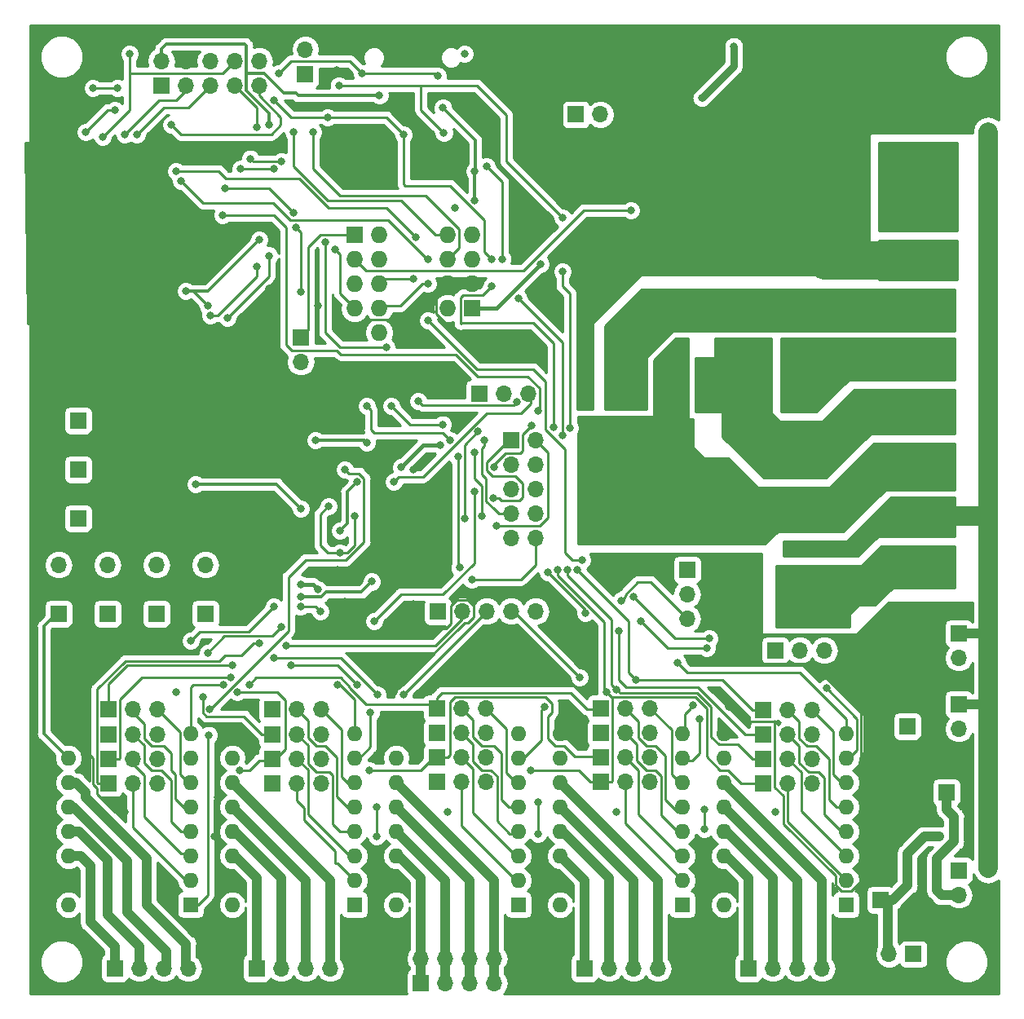
<source format=gbl>
G04 #@! TF.GenerationSoftware,KiCad,Pcbnew,5.0.2-bee76a0~70~ubuntu18.04.1*
G04 #@! TF.CreationDate,2019-07-27T20:10:28+09:00*
G04 #@! TF.ProjectId,MRR_ESPE,4d52525f-4553-4504-952e-6b696361645f,v0.4*
G04 #@! TF.SameCoordinates,Original*
G04 #@! TF.FileFunction,Copper,L2,Bot*
G04 #@! TF.FilePolarity,Positive*
%FSLAX46Y46*%
G04 Gerber Fmt 4.6, Leading zero omitted, Abs format (unit mm)*
G04 Created by KiCad (PCBNEW 5.0.2-bee76a0~70~ubuntu18.04.1) date Sat 27 Jul 2019 08:10:28 PM JST*
%MOMM*%
%LPD*%
G01*
G04 APERTURE LIST*
G04 #@! TA.AperFunction,ComponentPad*
%ADD10O,1.700000X1.700000*%
G04 #@! TD*
G04 #@! TA.AperFunction,ComponentPad*
%ADD11R,1.700000X1.700000*%
G04 #@! TD*
G04 #@! TA.AperFunction,ComponentPad*
%ADD12C,1.450000*%
G04 #@! TD*
G04 #@! TA.AperFunction,ComponentPad*
%ADD13O,1.200000X1.900000*%
G04 #@! TD*
G04 #@! TA.AperFunction,ComponentPad*
%ADD14O,1.727200X1.727200*%
G04 #@! TD*
G04 #@! TA.AperFunction,ComponentPad*
%ADD15R,1.727200X1.727200*%
G04 #@! TD*
G04 #@! TA.AperFunction,ComponentPad*
%ADD16C,2.600000*%
G04 #@! TD*
G04 #@! TA.AperFunction,ComponentPad*
%ADD17R,2.600000X2.600000*%
G04 #@! TD*
G04 #@! TA.AperFunction,ViaPad*
%ADD18C,0.600000*%
G04 #@! TD*
G04 #@! TA.AperFunction,Conductor*
%ADD19R,4.500000X2.950000*%
G04 #@! TD*
G04 #@! TA.AperFunction,ComponentPad*
%ADD20O,1.600000X1.600000*%
G04 #@! TD*
G04 #@! TA.AperFunction,ComponentPad*
%ADD21R,1.600000X1.600000*%
G04 #@! TD*
G04 #@! TA.AperFunction,ViaPad*
%ADD22C,0.800000*%
G04 #@! TD*
G04 #@! TA.AperFunction,Conductor*
%ADD23C,4.000000*%
G04 #@! TD*
G04 #@! TA.AperFunction,Conductor*
%ADD24C,0.250000*%
G04 #@! TD*
G04 #@! TA.AperFunction,Conductor*
%ADD25C,2.000000*%
G04 #@! TD*
G04 #@! TA.AperFunction,Conductor*
%ADD26C,1.000000*%
G04 #@! TD*
G04 #@! TA.AperFunction,Conductor*
%ADD27C,0.800000*%
G04 #@! TD*
G04 #@! TA.AperFunction,Conductor*
%ADD28C,0.300000*%
G04 #@! TD*
G04 #@! TA.AperFunction,Conductor*
%ADD29C,0.400000*%
G04 #@! TD*
G04 #@! TA.AperFunction,Conductor*
%ADD30C,0.254000*%
G04 #@! TD*
G04 APERTURE END LIST*
D10*
G04 #@! TO.P,J11,10*
G04 #@! TO.N,Q159*
X93218000Y-93980000D03*
G04 #@! TO.P,J11,9*
G04 #@! TO.N,Q158*
X90678000Y-93980000D03*
G04 #@! TO.P,J11,8*
G04 #@! TO.N,Q157*
X93218000Y-91440000D03*
G04 #@! TO.P,J11,7*
G04 #@! TO.N,Q156*
X90678000Y-91440000D03*
G04 #@! TO.P,J11,6*
G04 #@! TO.N,Q155*
X93218000Y-88900000D03*
G04 #@! TO.P,J11,5*
G04 #@! TO.N,Q154*
X90678000Y-88900000D03*
G04 #@! TO.P,J11,4*
G04 #@! TO.N,Q153*
X93218000Y-86360000D03*
G04 #@! TO.P,J11,3*
G04 #@! TO.N,Q151*
X90678000Y-86360000D03*
G04 #@! TO.P,J11,2*
G04 #@! TO.N,Q150*
X93218000Y-83820000D03*
D11*
G04 #@! TO.P,J11,1*
G04 #@! TO.N,Q143*
X90678000Y-83820000D03*
G04 #@! TD*
D10*
G04 #@! TO.P,J1,3*
G04 #@! TO.N,X_MIN*
X43688000Y-96774000D03*
G04 #@! TO.P,J1,2*
G04 #@! TO.N,GND*
X43688000Y-99314000D03*
D11*
G04 #@! TO.P,J1,1*
G04 #@! TO.N,+3V3*
X43688000Y-101854000D03*
G04 #@! TD*
D10*
G04 #@! TO.P,J5,3*
G04 #@! TO.N,Y_MIN*
X48768000Y-96774000D03*
G04 #@! TO.P,J5,2*
G04 #@! TO.N,GND*
X48768000Y-99314000D03*
D11*
G04 #@! TO.P,J5,1*
G04 #@! TO.N,+3V3*
X48768000Y-101854000D03*
G04 #@! TD*
D10*
G04 #@! TO.P,J2,3*
G04 #@! TO.N,Z_MIN*
X53848000Y-96774000D03*
G04 #@! TO.P,J2,2*
G04 #@! TO.N,GND*
X53848000Y-99314000D03*
D11*
G04 #@! TO.P,J2,1*
G04 #@! TO.N,+3V3*
X53848000Y-101854000D03*
G04 #@! TD*
D10*
G04 #@! TO.P,J6,3*
G04 #@! TO.N,Net-(D2-Pad1)*
X58928000Y-96774000D03*
G04 #@! TO.P,J6,2*
G04 #@! TO.N,GND*
X58928000Y-99314000D03*
D11*
G04 #@! TO.P,J6,1*
G04 #@! TO.N,VIN*
X58928000Y-101854000D03*
G04 #@! TD*
D10*
G04 #@! TO.P,J8,2*
G04 #@! TO.N,GND*
X43180000Y-91948000D03*
D11*
G04 #@! TO.P,J8,1*
G04 #@! TO.N,IO34*
X45720000Y-91948000D03*
G04 #@! TD*
D10*
G04 #@! TO.P,J13,2*
G04 #@! TO.N,GND*
X43180000Y-81788000D03*
D11*
G04 #@! TO.P,J13,1*
G04 #@! TO.N,TEMP_E0_PIN*
X45720000Y-81788000D03*
G04 #@! TD*
D10*
G04 #@! TO.P,J12,2*
G04 #@! TO.N,GND*
X43180000Y-86868000D03*
D11*
G04 #@! TO.P,J12,1*
G04 #@! TO.N,TEMP_BED_PIN*
X45720000Y-86868000D03*
G04 #@! TD*
D12*
G04 #@! TO.P,J16,6*
G04 #@! TO.N,GND*
X99100000Y-44862500D03*
X94100000Y-44862500D03*
D13*
X100100000Y-42162500D03*
X93100000Y-42162500D03*
G04 #@! TD*
D14*
G04 #@! TO.P,J15,8*
G04 #@! TO.N,UART+*
X84074000Y-62484000D03*
G04 #@! TO.P,J15,7*
G04 #@! TO.N,N/C*
X86614000Y-62484000D03*
G04 #@! TO.P,J15,6*
G04 #@! TO.N,UART-*
X84074000Y-65024000D03*
G04 #@! TO.P,J15,5*
G04 #@! TO.N,N/C*
X86614000Y-65024000D03*
G04 #@! TO.P,J15,4*
G04 #@! TO.N,GND*
X84074000Y-67564000D03*
G04 #@! TO.P,J15,3*
X86614000Y-67564000D03*
G04 #@! TO.P,J15,2*
G04 #@! TO.N,+5V*
X84074000Y-70104000D03*
D15*
G04 #@! TO.P,J15,1*
X86614000Y-70104000D03*
G04 #@! TD*
D16*
G04 #@! TO.P,J3,2*
G04 #@! TO.N,Net-(D1-Pad1)*
X131017000Y-86056000D03*
D17*
G04 #@! TO.P,J3,1*
G04 #@! TO.N,VBED*
X131017000Y-80976000D03*
G04 #@! TD*
D16*
G04 #@! TO.P,J9,4*
G04 #@! TO.N,Net-(F2-Pad2)*
X131017000Y-75316000D03*
G04 #@! TO.P,J9,3*
G04 #@! TO.N,GNDD*
X131017000Y-70236000D03*
G04 #@! TO.P,J9,2*
G04 #@! TO.N,GND*
X131017000Y-65156000D03*
D17*
G04 #@! TO.P,J9,1*
G04 #@! TO.N,Net-(F1-Pad2)*
X131017000Y-60076000D03*
G04 #@! TD*
D11*
G04 #@! TO.P,J10,1*
G04 #@! TO.N,VIN*
X137160000Y-103886000D03*
D10*
G04 #@! TO.P,J10,2*
G04 #@! TO.N,Net-(J10-Pad2)*
X137160000Y-106426000D03*
G04 #@! TD*
G04 #@! TO.P,J21,4*
G04 #@! TO.N,Net-(J21-Pad4)*
X57150000Y-138684000D03*
G04 #@! TO.P,J21,3*
G04 #@! TO.N,Net-(J21-Pad3)*
X54610000Y-138684000D03*
G04 #@! TO.P,J21,2*
G04 #@! TO.N,Net-(J21-Pad2)*
X52070000Y-138684000D03*
D11*
G04 #@! TO.P,J21,1*
G04 #@! TO.N,Net-(J21-Pad1)*
X49530000Y-138684000D03*
G04 #@! TD*
D10*
G04 #@! TO.P,J23,4*
G04 #@! TO.N,Net-(J23-Pad4)*
X71882000Y-138684000D03*
G04 #@! TO.P,J23,3*
G04 #@! TO.N,Net-(J23-Pad3)*
X69342000Y-138684000D03*
G04 #@! TO.P,J23,2*
G04 #@! TO.N,Net-(J23-Pad2)*
X66802000Y-138684000D03*
D11*
G04 #@! TO.P,J23,1*
G04 #@! TO.N,Net-(J23-Pad1)*
X64262000Y-138684000D03*
G04 #@! TD*
D10*
G04 #@! TO.P,J24,4*
G04 #@! TO.N,Net-(J24-Pad4)*
X105918000Y-138684000D03*
G04 #@! TO.P,J24,3*
G04 #@! TO.N,Net-(J24-Pad3)*
X103378000Y-138684000D03*
G04 #@! TO.P,J24,2*
G04 #@! TO.N,Net-(J24-Pad2)*
X100838000Y-138684000D03*
D11*
G04 #@! TO.P,J24,1*
G04 #@! TO.N,Net-(J24-Pad1)*
X98298000Y-138684000D03*
G04 #@! TD*
D10*
G04 #@! TO.P,JP1,3*
G04 #@! TO.N,+3V3*
X53952497Y-119435353D03*
G04 #@! TO.P,JP1,2*
G04 #@! TO.N,X_MS1*
X51412497Y-119435353D03*
D11*
G04 #@! TO.P,JP1,1*
G04 #@! TO.N,MOSI*
X48872497Y-119435353D03*
G04 #@! TD*
D10*
G04 #@! TO.P,JP2,3*
G04 #@! TO.N,+3V3*
X70967289Y-119432248D03*
G04 #@! TO.P,JP2,2*
G04 #@! TO.N,Y_MS1*
X68427289Y-119432248D03*
D11*
G04 #@! TO.P,JP2,1*
G04 #@! TO.N,MOSI*
X65887289Y-119432248D03*
G04 #@! TD*
D10*
G04 #@! TO.P,JP3,3*
G04 #@! TO.N,+3V3*
X88032890Y-119309218D03*
G04 #@! TO.P,JP3,2*
G04 #@! TO.N,Z_MS1*
X85492890Y-119309218D03*
D11*
G04 #@! TO.P,JP3,1*
G04 #@! TO.N,MOSI*
X82952890Y-119309218D03*
G04 #@! TD*
D10*
G04 #@! TO.P,JP4,3*
G04 #@! TO.N,+3V3*
X105089499Y-119287981D03*
G04 #@! TO.P,JP4,2*
G04 #@! TO.N,E0_MS1*
X102549499Y-119287981D03*
D11*
G04 #@! TO.P,JP4,1*
G04 #@! TO.N,MOSI*
X100009499Y-119287981D03*
G04 #@! TD*
D10*
G04 #@! TO.P,JP5,3*
G04 #@! TO.N,+3V3*
X53952497Y-116895353D03*
G04 #@! TO.P,JP5,2*
G04 #@! TO.N,X_MS2*
X51412497Y-116895353D03*
D11*
G04 #@! TO.P,JP5,1*
G04 #@! TO.N,SCK*
X48872497Y-116895353D03*
G04 #@! TD*
D10*
G04 #@! TO.P,JP6,3*
G04 #@! TO.N,+3V3*
X70967289Y-116892248D03*
G04 #@! TO.P,JP6,2*
G04 #@! TO.N,Y_MS2*
X68427289Y-116892248D03*
D11*
G04 #@! TO.P,JP6,1*
G04 #@! TO.N,SCK*
X65887289Y-116892248D03*
G04 #@! TD*
D10*
G04 #@! TO.P,JP7,3*
G04 #@! TO.N,+3V3*
X88032890Y-116769218D03*
G04 #@! TO.P,JP7,2*
G04 #@! TO.N,Z_MS2*
X85492890Y-116769218D03*
D11*
G04 #@! TO.P,JP7,1*
G04 #@! TO.N,SCK*
X82952890Y-116769218D03*
G04 #@! TD*
D10*
G04 #@! TO.P,JP8,3*
G04 #@! TO.N,+3V3*
X105089499Y-116741981D03*
G04 #@! TO.P,JP8,2*
G04 #@! TO.N,E0_MS2*
X102549499Y-116741981D03*
D11*
G04 #@! TO.P,JP8,1*
G04 #@! TO.N,SCK*
X100009499Y-116741981D03*
G04 #@! TD*
D10*
G04 #@! TO.P,JP9,3*
G04 #@! TO.N,+3V3*
X53952497Y-114355353D03*
G04 #@! TO.P,JP9,2*
G04 #@! TO.N,X_MS3*
X51412497Y-114355353D03*
D11*
G04 #@! TO.P,JP9,1*
G04 #@! TO.N,X_CS*
X48872497Y-114355353D03*
G04 #@! TD*
D10*
G04 #@! TO.P,JP10,3*
G04 #@! TO.N,+3V3*
X70967289Y-114352248D03*
G04 #@! TO.P,JP10,2*
G04 #@! TO.N,Y_MS3*
X68427289Y-114352248D03*
D11*
G04 #@! TO.P,JP10,1*
G04 #@! TO.N,Y_CS*
X65887289Y-114352248D03*
G04 #@! TD*
D10*
G04 #@! TO.P,JP11,3*
G04 #@! TO.N,+3V3*
X88032890Y-114229218D03*
G04 #@! TO.P,JP11,2*
G04 #@! TO.N,Z_MS3*
X85492890Y-114229218D03*
D11*
G04 #@! TO.P,JP11,1*
G04 #@! TO.N,Z_CS*
X82952890Y-114229218D03*
G04 #@! TD*
D10*
G04 #@! TO.P,JP12,3*
G04 #@! TO.N,+3V3*
X105077499Y-114201981D03*
G04 #@! TO.P,JP12,2*
G04 #@! TO.N,E0_MS3*
X102537499Y-114201981D03*
D11*
G04 #@! TO.P,JP12,1*
G04 #@! TO.N,E0_CS*
X99997499Y-114201981D03*
G04 #@! TD*
D10*
G04 #@! TO.P,JP13,3*
G04 #@! TO.N,X_SLP*
X53960497Y-111790353D03*
G04 #@! TO.P,JP13,2*
G04 #@! TO.N,X_RST*
X51420497Y-111790353D03*
D11*
G04 #@! TO.P,JP13,1*
G04 #@! TO.N,MISO*
X48880497Y-111790353D03*
G04 #@! TD*
D10*
G04 #@! TO.P,JP14,3*
G04 #@! TO.N,Y_SLP*
X70967289Y-111787248D03*
G04 #@! TO.P,JP14,2*
G04 #@! TO.N,Y_RST*
X68427289Y-111787248D03*
D11*
G04 #@! TO.P,JP14,1*
G04 #@! TO.N,MISO*
X65887289Y-111787248D03*
G04 #@! TD*
D10*
G04 #@! TO.P,JP15,3*
G04 #@! TO.N,Z_SLP*
X88032890Y-111664218D03*
G04 #@! TO.P,JP15,2*
G04 #@! TO.N,Z_RST*
X85492890Y-111664218D03*
D11*
G04 #@! TO.P,JP15,1*
G04 #@! TO.N,MISO*
X82952890Y-111664218D03*
G04 #@! TD*
D10*
G04 #@! TO.P,JP16,3*
G04 #@! TO.N,E0_SLP*
X105077499Y-111661981D03*
G04 #@! TO.P,JP16,2*
G04 #@! TO.N,E0_RST*
X102537499Y-111661981D03*
D11*
G04 #@! TO.P,JP16,1*
G04 #@! TO.N,MISO*
X99997499Y-111661981D03*
G04 #@! TD*
D18*
G04 #@! TO.N,GND*
G04 #@! TO.C,U2*
X105642000Y-46066000D03*
X106742000Y-46066000D03*
X106742000Y-44866000D03*
X105642000Y-44866000D03*
X109242000Y-46066000D03*
X108042000Y-46066000D03*
X108042000Y-44866000D03*
X109242000Y-44866000D03*
D19*
X107442000Y-45466000D03*
G04 #@! TD*
D20*
G04 #@! TO.P,U5,16*
G04 #@! TO.N,VIN*
X44704000Y-132080000D03*
G04 #@! TO.P,U5,8*
G04 #@! TO.N,Q130*
X57404000Y-114300000D03*
G04 #@! TO.P,U5,15*
G04 #@! TO.N,GND*
X44704000Y-129540000D03*
G04 #@! TO.P,U5,7*
G04 #@! TO.N,Q129*
X57404000Y-116840000D03*
G04 #@! TO.P,U5,14*
G04 #@! TO.N,Net-(J21-Pad1)*
X44704000Y-127000000D03*
G04 #@! TO.P,U5,6*
G04 #@! TO.N,X_SLP*
X57404000Y-119380000D03*
G04 #@! TO.P,U5,13*
G04 #@! TO.N,Net-(J21-Pad2)*
X44704000Y-124460000D03*
G04 #@! TO.P,U5,5*
G04 #@! TO.N,X_RST*
X57404000Y-121920000D03*
G04 #@! TO.P,U5,12*
G04 #@! TO.N,Net-(J21-Pad3)*
X44704000Y-121920000D03*
G04 #@! TO.P,U5,4*
G04 #@! TO.N,X_MS3*
X57404000Y-124460000D03*
G04 #@! TO.P,U5,11*
G04 #@! TO.N,Net-(J21-Pad4)*
X44704000Y-119380000D03*
G04 #@! TO.P,U5,3*
G04 #@! TO.N,X_MS2*
X57404000Y-127000000D03*
G04 #@! TO.P,U5,10*
G04 #@! TO.N,+3V3*
X44704000Y-116840000D03*
G04 #@! TO.P,U5,2*
G04 #@! TO.N,X_MS1*
X57404000Y-129540000D03*
G04 #@! TO.P,U5,9*
G04 #@! TO.N,GND*
X44704000Y-114300000D03*
D21*
G04 #@! TO.P,U5,1*
G04 #@! TO.N,Q128*
X57404000Y-132080000D03*
G04 #@! TD*
D20*
G04 #@! TO.P,U6,16*
G04 #@! TO.N,VIN*
X78740000Y-132080000D03*
G04 #@! TO.P,U6,8*
G04 #@! TO.N,Q136*
X91440000Y-114300000D03*
G04 #@! TO.P,U6,15*
G04 #@! TO.N,GND*
X78740000Y-129540000D03*
G04 #@! TO.P,U6,7*
G04 #@! TO.N,Q135*
X91440000Y-116840000D03*
G04 #@! TO.P,U6,14*
G04 #@! TO.N,Z_2B*
X78740000Y-127000000D03*
G04 #@! TO.P,U6,6*
G04 #@! TO.N,Z_SLP*
X91440000Y-119380000D03*
G04 #@! TO.P,U6,13*
G04 #@! TO.N,Z_2A*
X78740000Y-124460000D03*
G04 #@! TO.P,U6,5*
G04 #@! TO.N,Z_RST*
X91440000Y-121920000D03*
G04 #@! TO.P,U6,12*
G04 #@! TO.N,Z_1B*
X78740000Y-121920000D03*
G04 #@! TO.P,U6,4*
G04 #@! TO.N,Z_MS3*
X91440000Y-124460000D03*
G04 #@! TO.P,U6,11*
G04 #@! TO.N,Z_1A*
X78740000Y-119380000D03*
G04 #@! TO.P,U6,3*
G04 #@! TO.N,Z_MS2*
X91440000Y-127000000D03*
G04 #@! TO.P,U6,10*
G04 #@! TO.N,+3V3*
X78740000Y-116840000D03*
G04 #@! TO.P,U6,2*
G04 #@! TO.N,Z_MS1*
X91440000Y-129540000D03*
G04 #@! TO.P,U6,9*
G04 #@! TO.N,GND*
X78740000Y-114300000D03*
D21*
G04 #@! TO.P,U6,1*
G04 #@! TO.N,Q134*
X91440000Y-132080000D03*
G04 #@! TD*
D20*
G04 #@! TO.P,U8,16*
G04 #@! TO.N,VIN*
X61722000Y-132080000D03*
G04 #@! TO.P,U8,8*
G04 #@! TO.N,Q133*
X74422000Y-114300000D03*
G04 #@! TO.P,U8,15*
G04 #@! TO.N,GND*
X61722000Y-129540000D03*
G04 #@! TO.P,U8,7*
G04 #@! TO.N,Q132*
X74422000Y-116840000D03*
G04 #@! TO.P,U8,14*
G04 #@! TO.N,Net-(J23-Pad1)*
X61722000Y-127000000D03*
G04 #@! TO.P,U8,6*
G04 #@! TO.N,Y_SLP*
X74422000Y-119380000D03*
G04 #@! TO.P,U8,13*
G04 #@! TO.N,Net-(J23-Pad2)*
X61722000Y-124460000D03*
G04 #@! TO.P,U8,5*
G04 #@! TO.N,Y_RST*
X74422000Y-121920000D03*
G04 #@! TO.P,U8,12*
G04 #@! TO.N,Net-(J23-Pad3)*
X61722000Y-121920000D03*
G04 #@! TO.P,U8,4*
G04 #@! TO.N,Y_MS3*
X74422000Y-124460000D03*
G04 #@! TO.P,U8,11*
G04 #@! TO.N,Net-(J23-Pad4)*
X61722000Y-119380000D03*
G04 #@! TO.P,U8,3*
G04 #@! TO.N,Y_MS2*
X74422000Y-127000000D03*
G04 #@! TO.P,U8,10*
G04 #@! TO.N,+3V3*
X61722000Y-116840000D03*
G04 #@! TO.P,U8,2*
G04 #@! TO.N,Y_MS1*
X74422000Y-129540000D03*
G04 #@! TO.P,U8,9*
G04 #@! TO.N,GND*
X61722000Y-114300000D03*
D21*
G04 #@! TO.P,U8,1*
G04 #@! TO.N,Q131*
X74422000Y-132080000D03*
G04 #@! TD*
D20*
G04 #@! TO.P,U9,16*
G04 #@! TO.N,VIN*
X95758000Y-132080000D03*
G04 #@! TO.P,U9,8*
G04 #@! TO.N,Q139*
X108458000Y-114300000D03*
G04 #@! TO.P,U9,15*
G04 #@! TO.N,GND*
X95758000Y-129540000D03*
G04 #@! TO.P,U9,7*
G04 #@! TO.N,Q138*
X108458000Y-116840000D03*
G04 #@! TO.P,U9,14*
G04 #@! TO.N,Net-(J24-Pad1)*
X95758000Y-127000000D03*
G04 #@! TO.P,U9,6*
G04 #@! TO.N,E0_SLP*
X108458000Y-119380000D03*
G04 #@! TO.P,U9,13*
G04 #@! TO.N,Net-(J24-Pad2)*
X95758000Y-124460000D03*
G04 #@! TO.P,U9,5*
G04 #@! TO.N,E0_RST*
X108458000Y-121920000D03*
G04 #@! TO.P,U9,12*
G04 #@! TO.N,Net-(J24-Pad3)*
X95758000Y-121920000D03*
G04 #@! TO.P,U9,4*
G04 #@! TO.N,E0_MS3*
X108458000Y-124460000D03*
G04 #@! TO.P,U9,11*
G04 #@! TO.N,Net-(J24-Pad4)*
X95758000Y-119380000D03*
G04 #@! TO.P,U9,3*
G04 #@! TO.N,E0_MS2*
X108458000Y-127000000D03*
G04 #@! TO.P,U9,10*
G04 #@! TO.N,+3V3*
X95758000Y-116840000D03*
G04 #@! TO.P,U9,2*
G04 #@! TO.N,E0_MS1*
X108458000Y-129540000D03*
G04 #@! TO.P,U9,9*
G04 #@! TO.N,GND*
X95758000Y-114300000D03*
D21*
G04 #@! TO.P,U9,1*
G04 #@! TO.N,Q137*
X108458000Y-132080000D03*
G04 #@! TD*
D16*
G04 #@! TO.P,J7,2*
G04 #@! TO.N,Net-(D3-Pad1)*
X131017000Y-96781000D03*
D17*
G04 #@! TO.P,J7,1*
G04 #@! TO.N,VIN*
X131017000Y-91701000D03*
G04 #@! TD*
D15*
G04 #@! TO.P,J26,1*
G04 #@! TO.N,BEEPER_PIN*
X74422000Y-62484000D03*
D14*
G04 #@! TO.P,J26,2*
G04 #@! TO.N,BTN_ENC*
X76962000Y-62484000D03*
G04 #@! TO.P,J26,3*
G04 #@! TO.N,BTN_EN1*
X74422000Y-65024000D03*
G04 #@! TO.P,J26,4*
G04 #@! TO.N,EN*
X76962000Y-65024000D03*
G04 #@! TO.P,J26,5*
G04 #@! TO.N,BTN_EN2*
X74422000Y-67564000D03*
G04 #@! TO.P,J26,6*
G04 #@! TO.N,LCD_PINS_D4*
X76962000Y-67564000D03*
G04 #@! TO.P,J26,7*
G04 #@! TO.N,LCD_PINS_RS*
X74422000Y-70104000D03*
G04 #@! TO.P,J26,8*
G04 #@! TO.N,LCD_PINS_EN*
X76962000Y-70104000D03*
G04 #@! TO.P,J26,9*
G04 #@! TO.N,GND*
X74422000Y-72644000D03*
G04 #@! TO.P,J26,10*
G04 #@! TO.N,+5V*
X76962000Y-72644000D03*
G04 #@! TD*
D11*
G04 #@! TO.P,J25,1*
G04 #@! TO.N,Net-(J25-Pad1)*
X115316000Y-138684000D03*
D10*
G04 #@! TO.P,J25,2*
G04 #@! TO.N,Net-(J25-Pad2)*
X117856000Y-138684000D03*
G04 #@! TO.P,J25,3*
G04 #@! TO.N,Net-(J25-Pad3)*
X120396000Y-138684000D03*
G04 #@! TO.P,J25,4*
G04 #@! TO.N,Net-(J25-Pad4)*
X122936000Y-138684000D03*
G04 #@! TD*
D11*
G04 #@! TO.P,J22,1*
G04 #@! TO.N,Z_2B*
X81280000Y-140208000D03*
D10*
G04 #@! TO.P,J22,2*
X81280000Y-137668000D03*
G04 #@! TO.P,J22,3*
G04 #@! TO.N,Z_2A*
X83820000Y-140208000D03*
G04 #@! TO.P,J22,4*
X83820000Y-137668000D03*
G04 #@! TO.P,J22,5*
G04 #@! TO.N,Z_1B*
X86360000Y-140208000D03*
G04 #@! TO.P,J22,6*
X86360000Y-137668000D03*
G04 #@! TO.P,J22,7*
G04 #@! TO.N,Z_1A*
X88900000Y-140208000D03*
G04 #@! TO.P,J22,8*
X88900000Y-137668000D03*
G04 #@! TD*
G04 #@! TO.P,J17,2*
G04 #@! TO.N,Net-(J17-Pad2)*
X137160000Y-113792000D03*
D11*
G04 #@! TO.P,J17,1*
G04 #@! TO.N,VIN*
X137160000Y-111252000D03*
G04 #@! TD*
D10*
G04 #@! TO.P,J18,2*
G04 #@! TO.N,Net-(J18-Pad2)*
X137160000Y-131064000D03*
D11*
G04 #@! TO.P,J18,1*
G04 #@! TO.N,VIN*
X137160000Y-128524000D03*
G04 #@! TD*
G04 #@! TO.P,J19,1*
G04 #@! TO.N,VIN*
X132461289Y-137195369D03*
D10*
G04 #@! TO.P,J19,2*
G04 #@! TO.N,Net-(J19-Pad2)*
X129921289Y-137195369D03*
G04 #@! TD*
D11*
G04 #@! TO.P,J20,1*
G04 #@! TO.N,X_CS*
X83058000Y-101600000D03*
D10*
G04 #@! TO.P,J20,2*
G04 #@! TO.N,Y_CS*
X85598000Y-101600000D03*
G04 #@! TO.P,J20,3*
G04 #@! TO.N,Z_CS*
X88138000Y-101600000D03*
G04 #@! TO.P,J20,4*
G04 #@! TO.N,E0_CS*
X90678000Y-101600000D03*
G04 #@! TO.P,J20,5*
G04 #@! TO.N,E1_CS*
X93218000Y-101600000D03*
G04 #@! TD*
D11*
G04 #@! TO.P,JP17,1*
G04 #@! TO.N,BEEPER_PIN*
X68834000Y-73152000D03*
D10*
G04 #@! TO.P,JP17,2*
G04 #@! TO.N,Q152*
X68834000Y-75692000D03*
G04 #@! TD*
G04 #@! TO.P,JP18,3*
G04 #@! TO.N,Q144*
X92456000Y-78994000D03*
G04 #@! TO.P,JP18,2*
G04 #@! TO.N,BED_EXT_IN*
X89916000Y-78994000D03*
D11*
G04 #@! TO.P,JP18,1*
G04 #@! TO.N,HEATER_BED*
X87376000Y-78994000D03*
G04 #@! TD*
G04 #@! TO.P,JP19,1*
G04 #@! TO.N,PART_FAN*
X118110000Y-105664000D03*
D10*
G04 #@! TO.P,JP19,2*
G04 #@! TO.N,TO_FAN_E0*
X120650000Y-105664000D03*
G04 #@! TO.P,JP19,3*
G04 #@! TO.N,Q146*
X123190000Y-105664000D03*
G04 #@! TD*
G04 #@! TO.P,JP20,3*
G04 #@! TO.N,Q145*
X108966000Y-102362000D03*
G04 #@! TO.P,JP20,2*
G04 #@! TO.N,TO_HEATER_E0*
X108966000Y-99822000D03*
D11*
G04 #@! TO.P,JP20,1*
G04 #@! TO.N,HEATER_E0*
X108966000Y-97282000D03*
G04 #@! TD*
G04 #@! TO.P,JP21,1*
G04 #@! TO.N,Net-(J17-Pad2)*
X131826000Y-113538000D03*
D10*
G04 #@! TO.P,JP21,2*
G04 #@! TO.N,GND*
X129286000Y-113538000D03*
G04 #@! TD*
D11*
G04 #@! TO.P,JP22,1*
G04 #@! TO.N,MOSI*
X116884785Y-119483143D03*
D10*
G04 #@! TO.P,JP22,2*
G04 #@! TO.N,E1_MS1*
X119424785Y-119483143D03*
G04 #@! TO.P,JP22,3*
G04 #@! TO.N,+3V3*
X121964785Y-119483143D03*
G04 #@! TD*
D11*
G04 #@! TO.P,JP23,1*
G04 #@! TO.N,Net-(J18-Pad2)*
X135890000Y-120396000D03*
D10*
G04 #@! TO.P,JP23,2*
G04 #@! TO.N,GND*
X133350000Y-120396000D03*
G04 #@! TD*
G04 #@! TO.P,JP24,2*
G04 #@! TO.N,GND*
X129032000Y-129032000D03*
D11*
G04 #@! TO.P,JP24,1*
G04 #@! TO.N,Net-(J19-Pad2)*
X129032000Y-131572000D03*
G04 #@! TD*
D10*
G04 #@! TO.P,JP25,3*
G04 #@! TO.N,+3V3*
X121964785Y-116943143D03*
G04 #@! TO.P,JP25,2*
G04 #@! TO.N,E1_MS2*
X119424785Y-116943143D03*
D11*
G04 #@! TO.P,JP25,1*
G04 #@! TO.N,SCK*
X116884785Y-116943143D03*
G04 #@! TD*
G04 #@! TO.P,JP26,1*
G04 #@! TO.N,E1_CS*
X116884785Y-114403143D03*
D10*
G04 #@! TO.P,JP26,2*
G04 #@! TO.N,E1_MS3*
X119424785Y-114403143D03*
G04 #@! TO.P,JP26,3*
G04 #@! TO.N,+3V3*
X121964785Y-114403143D03*
G04 #@! TD*
D11*
G04 #@! TO.P,JP27,1*
G04 #@! TO.N,MISO*
X116884785Y-111863143D03*
D10*
G04 #@! TO.P,JP27,2*
G04 #@! TO.N,E1_RST*
X119424785Y-111863143D03*
G04 #@! TO.P,JP27,3*
G04 #@! TO.N,E1_SLP*
X121964785Y-111863143D03*
G04 #@! TD*
G04 #@! TO.P,JP28,2*
G04 #@! TO.N,VUSB*
X99940000Y-50000000D03*
D11*
G04 #@! TO.P,JP28,1*
G04 #@! TO.N,Net-(D15-Pad2)*
X97400000Y-50000000D03*
G04 #@! TD*
D21*
G04 #@! TO.P,U11,1*
G04 #@! TO.N,Q140*
X125476000Y-132080000D03*
D20*
G04 #@! TO.P,U11,9*
G04 #@! TO.N,GND*
X112776000Y-114300000D03*
G04 #@! TO.P,U11,2*
G04 #@! TO.N,E1_MS1*
X125476000Y-129540000D03*
G04 #@! TO.P,U11,10*
G04 #@! TO.N,+3V3*
X112776000Y-116840000D03*
G04 #@! TO.P,U11,3*
G04 #@! TO.N,E1_MS2*
X125476000Y-127000000D03*
G04 #@! TO.P,U11,11*
G04 #@! TO.N,Net-(J25-Pad4)*
X112776000Y-119380000D03*
G04 #@! TO.P,U11,4*
G04 #@! TO.N,E1_MS3*
X125476000Y-124460000D03*
G04 #@! TO.P,U11,12*
G04 #@! TO.N,Net-(J25-Pad3)*
X112776000Y-121920000D03*
G04 #@! TO.P,U11,5*
G04 #@! TO.N,E1_RST*
X125476000Y-121920000D03*
G04 #@! TO.P,U11,13*
G04 #@! TO.N,Net-(J25-Pad2)*
X112776000Y-124460000D03*
G04 #@! TO.P,U11,6*
G04 #@! TO.N,E1_SLP*
X125476000Y-119380000D03*
G04 #@! TO.P,U11,14*
G04 #@! TO.N,Net-(J25-Pad1)*
X112776000Y-127000000D03*
G04 #@! TO.P,U11,7*
G04 #@! TO.N,Q141*
X125476000Y-116840000D03*
G04 #@! TO.P,U11,15*
G04 #@! TO.N,GND*
X112776000Y-129540000D03*
G04 #@! TO.P,U11,8*
G04 #@! TO.N,Q142*
X125476000Y-114300000D03*
G04 #@! TO.P,U11,16*
G04 #@! TO.N,VIN*
X112776000Y-132080000D03*
G04 #@! TD*
D11*
G04 #@! TO.P,JP29,1*
G04 #@! TO.N,IO5*
X69300000Y-45800000D03*
D10*
G04 #@! TO.P,JP29,2*
G04 #@! TO.N,SS*
X69300000Y-43260000D03*
G04 #@! TD*
D11*
G04 #@! TO.P,J14,1*
G04 #@! TO.N,MOSI*
X54356000Y-46990000D03*
D10*
G04 #@! TO.P,J14,2*
G04 #@! TO.N,+3V3*
X54356000Y-44450000D03*
G04 #@! TO.P,J14,3*
G04 #@! TO.N,MISO*
X56896000Y-46990000D03*
G04 #@! TO.P,J14,4*
G04 #@! TO.N,GND*
X56896000Y-44450000D03*
G04 #@! TO.P,J14,5*
G04 #@! TO.N,SCK*
X59436000Y-46990000D03*
G04 #@! TO.P,J14,6*
G04 #@! TO.N,SCL*
X59436000Y-44450000D03*
G04 #@! TO.P,J14,7*
G04 #@! TO.N,BTN_EN1*
X61976000Y-46990000D03*
G04 #@! TO.P,J14,8*
G04 #@! TO.N,SDA*
X61976000Y-44450000D03*
G04 #@! TO.P,J14,9*
G04 #@! TO.N,IO5*
X64516000Y-46990000D03*
G04 #@! TO.P,J14,10*
G04 #@! TO.N,N/C*
X64516000Y-44450000D03*
G04 #@! TD*
D22*
G04 #@! TO.N,*
X84836000Y-59690000D03*
X55880000Y-109982000D03*
X84074000Y-122428000D03*
X101600000Y-122428000D03*
X118110000Y-122428000D03*
X85852000Y-43688000D03*
G04 #@! TO.N,GND*
X47498000Y-65024000D03*
X49276000Y-65024000D03*
X50800000Y-64770000D03*
X50546000Y-63500000D03*
X49276000Y-63500000D03*
X47498000Y-63500000D03*
X50546000Y-61976000D03*
X48768000Y-61976000D03*
X47244000Y-61976000D03*
X83312000Y-87630000D03*
X80518000Y-86868000D03*
X66802000Y-97282000D03*
X67564000Y-94488000D03*
X72644000Y-97282000D03*
X49784000Y-81026000D03*
X92710000Y-68834000D03*
X41148000Y-73914000D03*
X41402000Y-76454000D03*
X127000000Y-65156000D03*
X63246000Y-61722000D03*
X72644000Y-69850000D03*
X70612000Y-69850000D03*
X65532000Y-68072000D03*
X76454000Y-52324000D03*
X80264000Y-49276000D03*
X87122000Y-44958000D03*
X74930000Y-51816000D03*
X72644000Y-51816000D03*
X128016000Y-50800000D03*
X125984000Y-50546000D03*
X125730000Y-55880000D03*
X121920000Y-50546000D03*
X125984000Y-44196000D03*
X123952000Y-41910000D03*
X117348000Y-41656000D03*
X126746000Y-42164000D03*
X118364000Y-49022000D03*
X114554000Y-49022000D03*
X112014000Y-54102000D03*
X100700000Y-46500000D03*
X107950000Y-58420000D03*
X113284000Y-58928000D03*
X105664000Y-65024000D03*
X114554000Y-63500000D03*
X125730000Y-65156000D03*
X124714000Y-65156000D03*
X122682000Y-65278000D03*
X99060000Y-69088000D03*
X88392000Y-73152000D03*
X80264000Y-76962000D03*
X73406000Y-100584000D03*
X79502000Y-103378000D03*
X60198000Y-120904000D03*
X61976000Y-111252000D03*
X44704000Y-109474000D03*
X42926000Y-117602000D03*
X41910000Y-133858000D03*
X59944000Y-140208000D03*
X75438000Y-140462000D03*
X75438000Y-137922000D03*
X60198000Y-137160000D03*
X93726000Y-137922000D03*
X110998000Y-137922000D03*
X110490000Y-139954000D03*
X92710000Y-140716000D03*
X125984000Y-137668000D03*
X110744000Y-132842000D03*
X109982000Y-128016000D03*
X94234000Y-128270000D03*
X128016000Y-121158000D03*
X95250000Y-108966000D03*
X96012000Y-111760000D03*
X113284000Y-111506000D03*
X71374000Y-89408000D03*
X68326000Y-92202000D03*
X76708000Y-91948000D03*
X72136000Y-81026000D03*
X107442000Y-59690000D03*
X91186000Y-58420000D03*
X57150000Y-82804000D03*
X49784000Y-87630000D03*
X132588000Y-102616000D03*
X131318000Y-116840000D03*
X131572000Y-105664000D03*
X132588000Y-109220000D03*
X114300000Y-106426000D03*
X114808000Y-103378000D03*
X78486000Y-109982000D03*
X117348000Y-57404000D03*
X92964000Y-73152000D03*
X95250000Y-71120000D03*
X53340000Y-89408000D03*
X57404000Y-90678000D03*
X50546000Y-122428000D03*
X59907000Y-124968000D03*
X126492000Y-61976000D03*
X124714000Y-59182000D03*
X123952000Y-57912000D03*
X126746000Y-58420000D03*
X134874000Y-41148000D03*
X140970000Y-47244000D03*
X135382000Y-47752000D03*
X120142000Y-41402000D03*
X46228000Y-107950000D03*
X43434000Y-107696000D03*
X42926000Y-125984000D03*
X42926000Y-128524000D03*
X77216000Y-138938000D03*
X61214000Y-138684000D03*
X91948000Y-138430000D03*
X95250000Y-139700000D03*
X109474000Y-137414000D03*
X112522000Y-139954000D03*
X125984000Y-139954000D03*
X136144000Y-134112000D03*
X140208000Y-134620000D03*
X133096000Y-116586000D03*
X138176000Y-116586000D03*
X132334000Y-110236000D03*
X96012000Y-102616000D03*
X95504000Y-101346000D03*
X75946000Y-100584000D03*
X80518000Y-100838000D03*
X59944000Y-85090000D03*
X61722000Y-85852000D03*
X42418000Y-48260000D03*
X41402000Y-46228000D03*
X46482000Y-41656000D03*
X46990000Y-44704000D03*
X82700000Y-52800000D03*
X103378000Y-46736000D03*
X116586000Y-48514000D03*
X76454000Y-76962000D03*
X87122000Y-73914000D03*
X133858000Y-64262000D03*
X136144000Y-64008000D03*
X136144000Y-66294000D03*
X134874000Y-65278000D03*
X133858000Y-66294000D03*
X132842000Y-123698000D03*
X133604000Y-101854000D03*
X134874000Y-101600000D03*
X131572000Y-103886000D03*
X62738000Y-77978000D03*
X64008000Y-81026000D03*
X63754000Y-72390000D03*
X53340000Y-81788000D03*
X61468000Y-54102000D03*
X44958000Y-50038000D03*
X100838000Y-66548000D03*
X97100000Y-47900000D03*
X90500000Y-47400000D03*
X85400000Y-52600000D03*
X72600000Y-45400000D03*
X73800000Y-49200000D03*
G04 #@! TO.N,VIN*
X135128000Y-91701000D03*
X140208000Y-56896000D03*
X140208000Y-55372000D03*
X140208000Y-67310000D03*
X140208000Y-69088000D03*
X140208000Y-77470000D03*
X140208000Y-89154000D03*
X140208000Y-86868000D03*
X140208000Y-99822000D03*
X140208000Y-98298000D03*
X140208000Y-104902000D03*
X140208000Y-121920000D03*
X140208000Y-119126000D03*
X140208000Y-124460000D03*
X140208000Y-117348000D03*
X140208000Y-53086000D03*
X140208000Y-51816000D03*
X128270000Y-93218000D03*
X126746000Y-94488000D03*
X129032000Y-91694000D03*
X133604000Y-93472000D03*
X133604000Y-90170000D03*
X135890000Y-93472000D03*
X135890000Y-90170000D03*
G04 #@! TO.N,Net-(C10-Pad1)*
X110490000Y-48260000D03*
X113792000Y-42926000D03*
G04 #@! TO.N,+3V3*
X72898000Y-93218000D03*
X74676000Y-88138000D03*
X75692000Y-84074000D03*
X57912000Y-88392000D03*
X68834000Y-90932000D03*
X86868000Y-55880000D03*
X86868000Y-58891000D03*
X70358000Y-83820000D03*
X65532000Y-51054000D03*
X56896000Y-68326000D03*
X59182000Y-69850000D03*
X64516000Y-62992000D03*
X68834000Y-100076000D03*
X76200000Y-98514000D03*
X83590000Y-49300000D03*
X77000000Y-48006000D03*
G04 #@! TO.N,+5V*
X93726000Y-65532000D03*
X68834000Y-98806000D03*
X70612000Y-99314000D03*
X79248000Y-86614000D03*
X83312000Y-84328000D03*
G04 #@! TO.N,Net-(D1-Pad1)*
X107696000Y-83566000D03*
X105918000Y-83566000D03*
X104140000Y-83566000D03*
X102870000Y-83566000D03*
X101346000Y-83566000D03*
X99822000Y-83566000D03*
X107950000Y-91694000D03*
X106426000Y-91694000D03*
X105156000Y-91694000D03*
X103886000Y-91694000D03*
X102362000Y-91694000D03*
X101092000Y-91694000D03*
X99568000Y-91694000D03*
X108712000Y-90170000D03*
X107188000Y-90170000D03*
X105918000Y-90170000D03*
X104394000Y-90170000D03*
X103124000Y-90170000D03*
X101600000Y-90170000D03*
X100330000Y-90170000D03*
X98806000Y-90170000D03*
X107442000Y-88646000D03*
X105918000Y-88646000D03*
X104648000Y-88646000D03*
X102870000Y-88646000D03*
X101346000Y-88646000D03*
X99568000Y-88646000D03*
X108458000Y-87376000D03*
X106934000Y-87376000D03*
X105664000Y-87376000D03*
X103886000Y-87376000D03*
X102362000Y-87376000D03*
X100584000Y-87376000D03*
X98806000Y-87376000D03*
X107696000Y-85852000D03*
X106172000Y-85852000D03*
X104648000Y-85852000D03*
X103124000Y-85852000D03*
X101600000Y-85852000D03*
X99822000Y-85852000D03*
X108458000Y-84582000D03*
X106934000Y-84582000D03*
X105156000Y-84582000D03*
X103632000Y-84582000D03*
X102108000Y-84582000D03*
X100584000Y-84582000D03*
X99060000Y-84582000D03*
X114046000Y-90170000D03*
X112522000Y-91694000D03*
X115570000Y-91948000D03*
X100076000Y-93472000D03*
X102108000Y-93472000D03*
X103632000Y-93472000D03*
X104902000Y-93472000D03*
X106426000Y-93472000D03*
X135128000Y-85344000D03*
X135382000Y-87376000D03*
X133350000Y-87630000D03*
X133858000Y-86106000D03*
X128778000Y-87122000D03*
X127000000Y-88900000D03*
X125730000Y-90170000D03*
X124206000Y-91548001D03*
X121158000Y-91548001D03*
X122682000Y-91548001D03*
X119126000Y-91548001D03*
X117348000Y-91548001D03*
X114300000Y-93218000D03*
X113030000Y-93472000D03*
X111252000Y-93472000D03*
X109474000Y-93472000D03*
X108204000Y-93472000D03*
X110744000Y-90170000D03*
X112776000Y-88138000D03*
X114554000Y-88392000D03*
X110744000Y-91948000D03*
X110236000Y-88138000D03*
X116078000Y-89916000D03*
X117856000Y-90170000D03*
X116332000Y-93726000D03*
X120396000Y-89916000D03*
X122174000Y-89916000D03*
X123698000Y-89916000D03*
X125730000Y-91948000D03*
X122428000Y-92710000D03*
X118110000Y-92456000D03*
X125476000Y-88392000D03*
X127000000Y-87122000D03*
X128270000Y-85344000D03*
X128270000Y-89154000D03*
X133096000Y-84582000D03*
X130048000Y-88138000D03*
X112522000Y-89408000D03*
X113030000Y-86614000D03*
X109728000Y-86106000D03*
G04 #@! TO.N,Net-(D3-Pad1)*
X123698000Y-102108000D03*
X122174000Y-102108000D03*
X120396000Y-102108000D03*
X124460000Y-100330000D03*
X122682000Y-100330000D03*
X121158000Y-100330000D03*
X119634000Y-100330000D03*
X123444000Y-99060000D03*
X121920000Y-99060000D03*
X120396000Y-99060000D03*
X124460000Y-97790000D03*
X122682000Y-97790000D03*
X121158000Y-97790000D03*
X119634000Y-97790000D03*
X134366000Y-96266000D03*
X133858000Y-98298000D03*
X135890000Y-98044000D03*
X127762000Y-98044000D03*
X126746000Y-100076000D03*
X128524000Y-96266000D03*
X129286000Y-99060000D03*
G04 #@! TO.N,VBED*
X110490000Y-80010000D03*
X110490000Y-75692000D03*
X113030000Y-77978000D03*
X113538000Y-75184000D03*
X114300000Y-76708000D03*
X114554000Y-78994000D03*
X113205500Y-80693500D03*
X115062000Y-80772000D03*
X115316000Y-84836000D03*
X117856000Y-86106000D03*
X117094000Y-83566000D03*
X121920000Y-83312000D03*
X120904000Y-87122000D03*
X119634000Y-84582000D03*
X124714000Y-84836000D03*
X127254000Y-81280000D03*
X126746000Y-83566000D03*
X125222000Y-82804000D03*
X111577000Y-77216000D03*
X133858000Y-79756000D03*
X134366000Y-82042000D03*
X135890000Y-80264000D03*
G04 #@! TO.N,Net-(F1-Pad2)*
X133350000Y-58420000D03*
X135128000Y-58420000D03*
X136398000Y-59436000D03*
X136144000Y-61468000D03*
X134620000Y-59944000D03*
X133858000Y-61468000D03*
X129540000Y-56388000D03*
X130810000Y-54102000D03*
X132842000Y-53594000D03*
X132080000Y-56388000D03*
X135890000Y-56642000D03*
X136144000Y-54356000D03*
G04 #@! TO.N,Net-(F2-Pad2)*
X120904000Y-78740000D03*
X120142000Y-76200000D03*
X119126000Y-77978000D03*
X119126000Y-75438000D03*
X120396000Y-74422000D03*
X122936000Y-74168000D03*
X123190000Y-76708000D03*
X122682000Y-78232000D03*
X121920000Y-75184000D03*
X126238000Y-75692000D03*
X124714000Y-77724000D03*
X128016000Y-74168000D03*
X128270000Y-76708000D03*
X133858000Y-76708000D03*
X135636000Y-76200000D03*
X135890000Y-74168000D03*
X134112000Y-74422000D03*
G04 #@! TO.N,MISO*
X50546000Y-52070000D03*
X103632000Y-108712000D03*
X63500000Y-109220000D03*
X61717347Y-107192653D03*
X96012000Y-60706000D03*
X97536000Y-97282000D03*
X96012000Y-66294000D03*
X96774000Y-82550000D03*
X83700000Y-51900000D03*
X72800000Y-46990000D03*
G04 #@! TO.N,SCK*
X51816000Y-52070000D03*
X66548000Y-45720000D03*
X83058000Y-45974000D03*
X61553001Y-108458000D03*
X62234653Y-109986653D03*
X101600000Y-109728000D03*
X75946000Y-118110000D03*
X88138000Y-55372000D03*
X89768685Y-65024000D03*
X91440000Y-69088000D03*
X96515347Y-97286653D03*
X96049000Y-83312000D03*
X62484000Y-118110000D03*
X75200000Y-45720000D03*
G04 #@! TO.N,MOSI*
X47244000Y-47244000D03*
X49784000Y-47244000D03*
X66040000Y-48514000D03*
X79500000Y-52100000D03*
X100584000Y-109982000D03*
X64516000Y-104902000D03*
X66035347Y-106430653D03*
X92747000Y-118110000D03*
X71628000Y-50292000D03*
X88646000Y-65024000D03*
X88646000Y-67818000D03*
X95122312Y-82498214D03*
X95495815Y-97288934D03*
X76765002Y-110236000D03*
G04 #@! TO.N,SDA*
X51054000Y-43688000D03*
X48260000Y-52324000D03*
G04 #@! TO.N,UART+*
X68072000Y-51816000D03*
G04 #@! TO.N,UART-*
X49530000Y-49530000D03*
X46486653Y-51820653D03*
X70104000Y-51816000D03*
G04 #@! TO.N,GNDD*
X102362000Y-80264000D03*
X103886000Y-80010000D03*
X103632000Y-78740000D03*
X102108000Y-78994000D03*
X103632000Y-76708000D03*
X101854000Y-77978000D03*
X102108000Y-76454000D03*
X104140000Y-75184000D03*
X101854000Y-74930000D03*
X103378000Y-74168000D03*
X101346000Y-73660000D03*
X102108000Y-71882000D03*
X104140000Y-72898000D03*
X104902000Y-70104000D03*
X120904000Y-69596000D03*
X122174000Y-71120000D03*
X127254000Y-71120000D03*
X127254000Y-71120000D03*
X127254000Y-71120000D03*
X126746000Y-69850000D03*
X124714000Y-69088000D03*
X122428000Y-69342000D03*
X118872000Y-71374000D03*
X109474000Y-69088000D03*
X115824000Y-69088000D03*
X110490000Y-70358000D03*
X112776000Y-69342000D03*
X116840000Y-70358000D03*
X118618000Y-69596000D03*
X129032000Y-71882000D03*
X133350000Y-69088000D03*
X135636000Y-69342000D03*
X135890000Y-71628000D03*
X134366000Y-70612000D03*
X133350000Y-71882000D03*
G04 #@! TO.N,I2S_WS*
X72898000Y-95504000D03*
X74426653Y-91698653D03*
X71719000Y-90678000D03*
G04 #@! TO.N,LCD_PINS_D4*
X55880000Y-55880000D03*
X80772000Y-62738000D03*
X80518000Y-67056000D03*
G04 #@! TO.N,BTN_EN1*
X64262000Y-51308000D03*
X103124000Y-59944000D03*
X63600000Y-54600000D03*
X66802000Y-54864000D03*
G04 #@! TO.N,BTN_EN2*
X59436000Y-70866000D03*
X64262000Y-65786000D03*
G04 #@! TO.N,LCD_PINS_RS*
X72390000Y-64008000D03*
G04 #@! TO.N,X_CS*
X57404000Y-104648000D03*
X66040000Y-101092000D03*
X68834000Y-101092000D03*
X70866000Y-101600000D03*
G04 #@! TO.N,Y_CS*
X58674000Y-110490000D03*
X59182000Y-105918000D03*
X66839000Y-103202113D03*
X67310000Y-105156000D03*
G04 #@! TO.N,Z_CS*
X79502000Y-110236000D03*
G04 #@! TO.N,E0_CS*
X97790000Y-108458000D03*
G04 #@! TO.N,Q141*
X123427078Y-109578132D03*
G04 #@! TO.N,Q142*
X107950000Y-106934000D03*
G04 #@! TO.N,Q143*
X76454000Y-102616000D03*
X86841093Y-89175218D03*
X88823598Y-89809906D03*
G04 #@! TO.N,Q130*
X60828001Y-109220000D03*
X60828001Y-109220000D03*
G04 #@! TO.N,Q128*
X73406000Y-86868000D03*
X59378001Y-111760000D03*
X59275348Y-114451347D03*
G04 #@! TO.N,Q136*
X67818000Y-107188000D03*
X74676000Y-109220000D03*
G04 #@! TO.N,Q135*
X94197000Y-111506000D03*
G04 #@! TO.N,Q134*
X93472000Y-121412000D03*
X93472000Y-124714000D03*
G04 #@! TO.N,Q133*
X72644000Y-109220000D03*
G04 #@! TO.N,Q132*
X76077653Y-112136347D03*
G04 #@! TO.N,Q131*
X76708000Y-121920000D03*
X76708000Y-124968000D03*
G04 #@! TO.N,Q139*
X109605653Y-111374347D03*
G04 #@! TO.N,Q138*
X110240653Y-112771347D03*
G04 #@! TO.N,Q137*
X110744000Y-122174000D03*
X110744000Y-124206000D03*
G04 #@! TO.N,Q144*
X78486000Y-88138000D03*
G04 #@! TO.N,Q145*
X102108000Y-100489010D03*
G04 #@! TO.N,Q146*
X103373347Y-100080653D03*
X111252000Y-104394000D03*
G04 #@! TO.N,BTN_ENC*
X61214000Y-71120000D03*
X65532000Y-64661001D03*
G04 #@! TO.N,LCD_PINS_EN*
X56388000Y-56896000D03*
X82042000Y-65024000D03*
X82042000Y-67564000D03*
G04 #@! TO.N,Q155*
X81026000Y-79756000D03*
X91256230Y-79869540D03*
X92767999Y-82296000D03*
X88900000Y-86614000D03*
G04 #@! TO.N,Q156*
X87884000Y-83820000D03*
G04 #@! TO.N,Q157*
X86868000Y-85090000D03*
X83566000Y-82201009D03*
X78232000Y-80264000D03*
X87630000Y-91694000D03*
G04 #@! TO.N,Q158*
X87253653Y-82935653D03*
X85872686Y-91948000D03*
G04 #@! TO.N,Q159*
X75692000Y-80264000D03*
X84323347Y-83815347D03*
X85147686Y-85540314D03*
X85334694Y-97028000D03*
X86609347Y-98302653D03*
G04 #@! TO.N,Net-(J19-Pad2)*
X135128000Y-124968000D03*
X133604000Y-124968000D03*
G04 #@! TO.N,E1_CS*
X101854000Y-103632000D03*
G04 #@! TO.N,Q150*
X89154000Y-92710000D03*
G04 #@! TO.N,HEATER_BED*
X66040000Y-55626000D03*
X71374000Y-63211000D03*
X77724000Y-74168000D03*
X62600000Y-55626000D03*
G04 #@! TO.N,PART_FAN*
X60706000Y-60452000D03*
X93472000Y-80772000D03*
X94488000Y-97536000D03*
X98383945Y-101768055D03*
X104140000Y-102616000D03*
X110998000Y-105410000D03*
G04 #@! TO.N,HEATER_E0*
X60960000Y-57658000D03*
X98044000Y-96266000D03*
X82042000Y-71374000D03*
X68834000Y-68417000D03*
X68326000Y-61722000D03*
X68072000Y-60198000D03*
G04 #@! TO.N,IO5*
X55372000Y-51054000D03*
G04 #@! TD*
D23*
G04 #@! TO.N,GND*
X131017000Y-65156000D02*
X127000000Y-65156000D01*
X127000000Y-65156000D02*
X123312000Y-65156000D01*
D24*
X74930000Y-51816000D02*
X72644000Y-51816000D01*
X75946000Y-51816000D02*
X76454000Y-52324000D01*
X74930000Y-51816000D02*
X75946000Y-51816000D01*
X117994786Y-113038144D02*
X118059786Y-112973144D01*
X113284000Y-111506000D02*
X114816144Y-113038144D01*
X114816144Y-113038144D02*
X117994786Y-113038144D01*
X121915304Y-106993356D02*
X114867356Y-106993356D01*
X114699999Y-106825999D02*
X114300000Y-106426000D01*
X114867356Y-106993356D02*
X114699999Y-106825999D01*
X126016001Y-130665001D02*
X127051010Y-129629992D01*
X127051010Y-129629992D02*
X127051010Y-112129062D01*
X124935999Y-130665001D02*
X126016001Y-130665001D01*
X124350999Y-130080001D02*
X124935999Y-130665001D01*
X124350999Y-129051409D02*
X124350999Y-130080001D01*
X118974776Y-123675186D02*
X124350999Y-129051409D01*
X118974776Y-120772136D02*
X118974776Y-123675186D01*
X118059786Y-119857146D02*
X118974776Y-120772136D01*
X127051010Y-112129062D02*
X121915304Y-106993356D01*
X118059786Y-112973144D02*
X118059786Y-119857146D01*
X80067685Y-103378000D02*
X79502000Y-103378000D01*
X84422999Y-102900591D02*
X83945590Y-103378000D01*
X84422999Y-101035999D02*
X84422999Y-102900591D01*
X83945590Y-103378000D02*
X80067685Y-103378000D01*
X86162001Y-100424999D02*
X85033999Y-100424999D01*
X86773001Y-101035999D02*
X86162001Y-100424999D01*
X85033999Y-100424999D02*
X84422999Y-101035999D01*
X86773001Y-102164001D02*
X86773001Y-101035999D01*
X86162001Y-102775001D02*
X86773001Y-102164001D01*
X85821409Y-102775001D02*
X86162001Y-102775001D01*
X78885999Y-109582001D02*
X79014409Y-109582001D01*
X79014409Y-109582001D02*
X85821409Y-102775001D01*
X78486000Y-109982000D02*
X78885999Y-109582001D01*
X87826315Y-73152000D02*
X88392000Y-73152000D01*
X85362870Y-73152000D02*
X87826315Y-73152000D01*
X82885399Y-70674529D02*
X85362870Y-73152000D01*
X82885399Y-68752601D02*
X82885399Y-70674529D01*
X84074000Y-67564000D02*
X82885399Y-68752601D01*
X88392000Y-73152000D02*
X92964000Y-73152000D01*
X93275685Y-68834000D02*
X92710000Y-68834000D01*
X93529685Y-68834000D02*
X93275685Y-68834000D01*
X95250000Y-70554315D02*
X93529685Y-68834000D01*
X95250000Y-71120000D02*
X95250000Y-70554315D01*
X72644000Y-70866000D02*
X72644000Y-69850000D01*
X74422000Y-72644000D02*
X72644000Y-70866000D01*
X75773399Y-71292601D02*
X79837399Y-71292601D01*
X74422000Y-72644000D02*
X75773399Y-71292601D01*
X82377399Y-68752601D02*
X82885399Y-68752601D01*
X79837399Y-71292601D02*
X82377399Y-68752601D01*
X49784000Y-87630000D02*
X51562000Y-87630000D01*
X51562000Y-87630000D02*
X53340000Y-89408000D01*
X53739999Y-89807999D02*
X57041999Y-89807999D01*
X53340000Y-89408000D02*
X53739999Y-89807999D01*
X57041999Y-89807999D02*
X57404000Y-90170000D01*
X57404000Y-90170000D02*
X57404000Y-90678000D01*
X53340000Y-86614000D02*
X57150000Y-82804000D01*
X53340000Y-89408000D02*
X53340000Y-86614000D01*
X51562000Y-82804000D02*
X57150000Y-82804000D01*
X49784000Y-81026000D02*
X51562000Y-82804000D01*
X47247487Y-116843487D02*
X47247487Y-119546753D01*
X44704000Y-114300000D02*
X47247487Y-116843487D01*
X47247487Y-119546753D02*
X47697496Y-119996762D01*
X47697496Y-119996762D02*
X47697496Y-120545354D01*
X47697496Y-120545354D02*
X49580142Y-122428000D01*
X49580142Y-122428000D02*
X50546000Y-122428000D01*
X59907000Y-121195000D02*
X60198000Y-120904000D01*
X59907000Y-124968000D02*
X59907000Y-121195000D01*
X60198000Y-120904000D02*
X60198000Y-115570000D01*
X60452000Y-115570000D02*
X61468000Y-114554000D01*
X60198000Y-115570000D02*
X60452000Y-115570000D01*
X61468000Y-114554000D02*
X61468000Y-114046000D01*
D25*
G04 #@! TO.N,VIN*
X140208000Y-111252000D02*
X140208000Y-124460000D01*
X131017000Y-91701000D02*
X140201000Y-91701000D01*
X140208000Y-103886000D02*
X140208000Y-111252000D01*
X140208000Y-91694000D02*
X140208000Y-103886000D01*
D26*
X137160000Y-103886000D02*
X140208000Y-103886000D01*
X137160000Y-111252000D02*
X140208000Y-111252000D01*
D25*
X140208000Y-67310000D02*
X140208000Y-77470000D01*
X140208000Y-77470000D02*
X140208000Y-91694000D01*
X140208000Y-124460000D02*
X140208000Y-128270000D01*
X140208000Y-51816000D02*
X140208000Y-67310000D01*
D27*
G04 #@! TO.N,Net-(C10-Pad1)*
X113792000Y-44958000D02*
X110490000Y-48260000D01*
X113792000Y-42926000D02*
X113792000Y-44958000D01*
D28*
G04 #@! TO.N,+3V3*
X72898000Y-93218000D02*
X73660000Y-92456000D01*
X73660000Y-92456000D02*
X73660000Y-89154000D01*
X73660000Y-89154000D02*
X74676000Y-88138000D01*
X57912000Y-88392000D02*
X66294000Y-88392000D01*
X66294000Y-88392000D02*
X68834000Y-90932000D01*
X42164000Y-114300000D02*
X42164000Y-103124000D01*
X44704000Y-116840000D02*
X42164000Y-114300000D01*
X42164000Y-103124000D02*
X43434000Y-101854000D01*
X86952000Y-54696000D02*
X86952000Y-55796000D01*
X86868000Y-55880000D02*
X86868000Y-58891000D01*
X75438000Y-83820000D02*
X75692000Y-84074000D01*
X70358000Y-83820000D02*
X75438000Y-83820000D01*
X56896000Y-68326000D02*
X57658000Y-68326000D01*
X57658000Y-68326000D02*
X59182000Y-69850000D01*
X57658000Y-68326000D02*
X59182000Y-68326000D01*
X59182000Y-68326000D02*
X64516000Y-62992000D01*
X86952000Y-54696000D02*
X86952000Y-52662000D01*
X86952000Y-52662000D02*
X83590000Y-49300000D01*
X70960002Y-100076000D02*
X71468002Y-99568000D01*
X68834000Y-100076000D02*
X70960002Y-100076000D01*
X71468002Y-99568000D02*
X75146000Y-99568000D01*
X75146000Y-99568000D02*
X76200000Y-98514000D01*
X54356000Y-43180000D02*
X54356000Y-44196000D01*
X65532000Y-51054000D02*
X65532000Y-49874235D01*
X63176001Y-42856001D02*
X62992000Y-42672000D01*
X62992000Y-42672000D02*
X54864000Y-42672000D01*
X54864000Y-42672000D02*
X54356000Y-43180000D01*
X65532000Y-49874235D02*
X64257765Y-48600000D01*
X64257765Y-48600000D02*
X63176001Y-47518236D01*
X63176001Y-47518236D02*
X63176001Y-45700000D01*
X63176001Y-45700000D02*
X63176001Y-42856001D01*
X65002002Y-45700000D02*
X63176001Y-45700000D01*
X67054002Y-47752000D02*
X65002002Y-45700000D01*
X68580000Y-48006000D02*
X68326000Y-47752000D01*
X68326000Y-47752000D02*
X67054002Y-47752000D01*
X77000000Y-48006000D02*
X68580000Y-48006000D01*
D29*
G04 #@! TO.N,+5V*
X86614000Y-70104000D02*
X89154000Y-70104000D01*
X89154000Y-70104000D02*
X93726000Y-65532000D01*
X68834000Y-98806000D02*
X70104000Y-98806000D01*
X70104000Y-98806000D02*
X70612000Y-99314000D01*
X79248000Y-86614000D02*
X81534000Y-84328000D01*
X81534000Y-84328000D02*
X83312000Y-84328000D01*
D24*
G04 #@! TO.N,Net-(D1-Pad1)*
X108712000Y-90170000D02*
X110744000Y-90170000D01*
X114046000Y-90170000D02*
X114046000Y-90170000D01*
X110744000Y-90170000D02*
X114046000Y-90170000D01*
G04 #@! TO.N,MISO*
X50546000Y-52070000D02*
X54102000Y-48514000D01*
X54102000Y-48514000D02*
X55626000Y-48514000D01*
X55626000Y-48514000D02*
X55880000Y-48514000D01*
X55880000Y-48514000D02*
X56896000Y-47498000D01*
X87122000Y-46990000D02*
X90170000Y-50038000D01*
X90170000Y-50038000D02*
X90170000Y-53340000D01*
X115784785Y-111863143D02*
X112633642Y-108712000D01*
X116884785Y-111863143D02*
X115784785Y-111863143D01*
X112633642Y-108712000D02*
X103632000Y-108712000D01*
X103632000Y-108712000D02*
X102870000Y-107950000D01*
X83477901Y-110039207D02*
X96831207Y-110039207D01*
X82952890Y-111664218D02*
X82952890Y-110564218D01*
X82952890Y-110564218D02*
X83477901Y-110039207D01*
X96831207Y-110039207D02*
X98552000Y-111760000D01*
X98552000Y-111760000D02*
X100330000Y-111760000D01*
X73950999Y-109568001D02*
X75634998Y-111252000D01*
X73950999Y-109453997D02*
X73950999Y-109568001D01*
X72992001Y-108494999D02*
X73950999Y-109453997D01*
X63500000Y-109220000D02*
X64225001Y-108494999D01*
X64225001Y-108494999D02*
X72992001Y-108494999D01*
X75634998Y-111252000D02*
X83058000Y-111252000D01*
X48880497Y-111790353D02*
X48880497Y-109107503D01*
X48880497Y-109107503D02*
X50795347Y-107192653D01*
X50795347Y-107192653D02*
X61717347Y-107192653D01*
X97536000Y-97282000D02*
X102870000Y-102616000D01*
X102870000Y-102616000D02*
X102870000Y-103124000D01*
X90170000Y-54864000D02*
X96012000Y-60706000D01*
X90170000Y-53340000D02*
X90170000Y-54864000D01*
X102870000Y-107950000D02*
X102870000Y-103124000D01*
X102870000Y-103124000D02*
X102870000Y-102870000D01*
X96774000Y-68580000D02*
X96012000Y-67818000D01*
X96012000Y-67818000D02*
X96012000Y-66294000D01*
X96774000Y-82550000D02*
X96774000Y-68580000D01*
X81300000Y-49500000D02*
X83700000Y-51900000D01*
X81300000Y-46990000D02*
X81300000Y-49500000D01*
X81300000Y-46990000D02*
X87122000Y-46990000D01*
X72800000Y-46990000D02*
X81300000Y-46990000D01*
G04 #@! TO.N,SCK*
X51816000Y-52070000D02*
X54610000Y-49276000D01*
X54610000Y-49276000D02*
X57150000Y-49276000D01*
X57150000Y-49276000D02*
X59182000Y-47244000D01*
X82804000Y-45720000D02*
X83058000Y-45974000D01*
X101600000Y-109728000D02*
X101092000Y-109220000D01*
X50055498Y-116812352D02*
X50055498Y-110726502D01*
X48872497Y-116895353D02*
X49972497Y-116895353D01*
X49972497Y-116895353D02*
X50055498Y-116812352D01*
X50055498Y-110726502D02*
X52324000Y-108458000D01*
X52324000Y-108458000D02*
X61553001Y-108458000D01*
X67252288Y-110867245D02*
X67252288Y-115881712D01*
X62234653Y-109986653D02*
X66371696Y-109986653D01*
X66371696Y-109986653D02*
X67252288Y-110867245D01*
X67252288Y-115881712D02*
X66040000Y-117094000D01*
X84317889Y-116504219D02*
X84317889Y-111008111D01*
X82952890Y-116769218D02*
X84052890Y-116769218D01*
X84052890Y-116769218D02*
X84317889Y-116504219D01*
X94922001Y-111157999D02*
X94922001Y-112087999D01*
X94253219Y-110489217D02*
X94922001Y-111157999D01*
X84317889Y-111008111D02*
X84836783Y-110489217D01*
X84836783Y-110489217D02*
X94253219Y-110489217D01*
X94922001Y-112087999D02*
X94488000Y-112522000D01*
X94488000Y-112522000D02*
X94488000Y-114808000D01*
X94488000Y-114808000D02*
X95250000Y-115570000D01*
X96153002Y-115570000D02*
X97282000Y-116698998D01*
X95250000Y-115570000D02*
X96153002Y-115570000D01*
X97282000Y-116698998D02*
X99963002Y-116698998D01*
X99963002Y-116698998D02*
X100076000Y-116586000D01*
X101908970Y-109982000D02*
X101600000Y-109673030D01*
X101963940Y-110036970D02*
X101908970Y-109982000D01*
X109977688Y-110036970D02*
X101963940Y-110036970D01*
X116884785Y-116943143D02*
X115784785Y-116943143D01*
X114266643Y-115425001D02*
X112235999Y-115425001D01*
X115784785Y-116943143D02*
X114266643Y-115425001D01*
X112235999Y-115425001D02*
X111415664Y-114604666D01*
X111415664Y-114604666D02*
X111415663Y-111474945D01*
X111415663Y-111474945D02*
X109977688Y-110036970D01*
X63500000Y-118110000D02*
X64516000Y-117094000D01*
X64516000Y-117094000D02*
X65786000Y-117094000D01*
X75946000Y-118110000D02*
X81280000Y-118110000D01*
X81280000Y-118110000D02*
X82550000Y-116840000D01*
X82550000Y-116840000D02*
X83566000Y-116840000D01*
X88138000Y-55372000D02*
X89768685Y-57002685D01*
X89768685Y-57002685D02*
X89768685Y-65024000D01*
X101092000Y-102428991D02*
X101092000Y-103124000D01*
X96515347Y-97852338D02*
X101092000Y-102428991D01*
X96515347Y-97286653D02*
X96515347Y-97852338D01*
X101092000Y-109220000D02*
X101092000Y-103124000D01*
X101092000Y-103124000D02*
X101092000Y-102870000D01*
X96049000Y-73697000D02*
X91440000Y-69088000D01*
X96049000Y-83312000D02*
X96049000Y-73697000D01*
X62738000Y-118110000D02*
X63500000Y-118110000D01*
X75200000Y-45720000D02*
X82804000Y-45720000D01*
X73944999Y-44464999D02*
X75200000Y-45720000D01*
X66548000Y-45720000D02*
X67803001Y-44464999D01*
X67803001Y-44464999D02*
X73944999Y-44464999D01*
G04 #@! TO.N,MOSI*
X47244000Y-47244000D02*
X49784000Y-47244000D01*
X66040000Y-48514000D02*
X67818000Y-50292000D01*
X67818000Y-50292000D02*
X71628000Y-50292000D01*
X101184500Y-119212980D02*
X101184500Y-110582500D01*
X100838000Y-110236000D02*
X100584000Y-109982000D01*
X101184500Y-110582500D02*
X100838000Y-110236000D01*
X101109499Y-119287981D02*
X101184500Y-119212980D01*
X100009499Y-119287981D02*
X101109499Y-119287981D01*
X100590040Y-109982000D02*
X100584000Y-109982000D01*
X101095020Y-110486980D02*
X100590040Y-109982000D01*
X109791288Y-110486980D02*
X101095020Y-110486980D01*
X110965654Y-111661346D02*
X109791288Y-110486980D01*
X110965654Y-116694656D02*
X110965654Y-111661346D01*
X112380998Y-118110000D02*
X110965654Y-116694656D01*
X114544145Y-119483143D02*
X113171002Y-118110000D01*
X116884785Y-119483143D02*
X114544145Y-119483143D01*
X113171002Y-118110000D02*
X112380998Y-118110000D01*
X47697496Y-119360352D02*
X47697496Y-109654094D01*
X48872497Y-119435353D02*
X47772497Y-119435353D01*
X47772497Y-119435353D02*
X47697496Y-119360352D01*
X96153002Y-118110000D02*
X92747000Y-118110000D01*
X97731518Y-118110000D02*
X96153002Y-118110000D01*
X100009499Y-119287981D02*
X98909499Y-119287981D01*
X98909499Y-119287981D02*
X97731518Y-118110000D01*
X84307998Y-57404000D02*
X87863998Y-60960000D01*
X87863998Y-60960000D02*
X87863998Y-64241998D01*
X87863998Y-64241998D02*
X88646000Y-65024000D01*
X85425399Y-68980399D02*
X85425399Y-71709399D01*
X85653197Y-68752601D02*
X85425399Y-68980399D01*
X88646000Y-67818000D02*
X87711399Y-68752601D01*
X87711399Y-68752601D02*
X85653197Y-68752601D01*
X85425399Y-71709399D02*
X85506798Y-71628000D01*
X85506798Y-71628000D02*
X92964000Y-71628000D01*
X92964000Y-71628000D02*
X95122312Y-73786312D01*
X95122312Y-73786312D02*
X95122312Y-82498214D01*
X100330000Y-109416315D02*
X100330000Y-109982000D01*
X100330000Y-102688804D02*
X100330000Y-109416315D01*
X95495815Y-97854619D02*
X100330000Y-102688804D01*
X95495815Y-97288934D02*
X95495815Y-97854619D01*
X72959655Y-106430653D02*
X76765002Y-110236000D01*
X66035347Y-106430653D02*
X72959655Y-106430653D01*
X63950315Y-104902000D02*
X62680315Y-106172000D01*
X64516000Y-104902000D02*
X63950315Y-104902000D01*
X62680315Y-106172000D02*
X60960000Y-106172000D01*
X50608947Y-106742643D02*
X47697496Y-109654094D01*
X60389357Y-106742643D02*
X50608947Y-106742643D01*
X60960000Y-106172000D02*
X60389357Y-106742643D01*
X79700000Y-57404000D02*
X79500000Y-57204000D01*
X79500000Y-57204000D02*
X79500000Y-52100000D01*
X79700000Y-57404000D02*
X84307998Y-57404000D01*
X79500000Y-52100000D02*
X77692000Y-50292000D01*
X77692000Y-50292000D02*
X77600000Y-50292000D01*
X71628000Y-50292000D02*
X77600000Y-50292000D01*
G04 #@! TO.N,SDA*
X48260000Y-52324000D02*
X51054000Y-49530000D01*
X60706000Y-45720000D02*
X51054000Y-45720000D01*
X61976000Y-44450000D02*
X60706000Y-45720000D01*
X51054000Y-49530000D02*
X51054000Y-45720000D01*
X51054000Y-45720000D02*
X51054000Y-43688000D01*
D26*
G04 #@! TO.N,Net-(J21-Pad4)*
X44704000Y-119380000D02*
X45466000Y-119380000D01*
X45466000Y-119380000D02*
X46482000Y-120396000D01*
X46482000Y-120396000D02*
X46482000Y-120904000D01*
X46482000Y-120904000D02*
X52832000Y-127254000D01*
X52832000Y-127254000D02*
X52832000Y-132080000D01*
X52832000Y-132080000D02*
X56896000Y-136144000D01*
X56896000Y-136144000D02*
X56896000Y-138430000D01*
X56896000Y-138430000D02*
X57150000Y-138430000D01*
G04 #@! TO.N,Net-(J21-Pad3)*
X44704000Y-121920000D02*
X45212000Y-121920000D01*
X45212000Y-121920000D02*
X50800000Y-127508000D01*
X50800000Y-127508000D02*
X50800000Y-132842000D01*
X50800000Y-132842000D02*
X54864000Y-136906000D01*
X54864000Y-136906000D02*
X54864000Y-138684000D01*
G04 #@! TO.N,Net-(J21-Pad2)*
X45835370Y-124460000D02*
X48768000Y-127392630D01*
X44704000Y-124460000D02*
X45835370Y-124460000D01*
X48768000Y-127392630D02*
X48768000Y-133096000D01*
X48768000Y-133096000D02*
X52070000Y-136398000D01*
X52070000Y-136398000D02*
X52070000Y-138430000D01*
D24*
G04 #@! TO.N,Net-(J21-Pad1)*
X44704000Y-127000000D02*
X45466000Y-127000000D01*
D26*
X44704000Y-127000000D02*
X45720000Y-127000000D01*
X45720000Y-127000000D02*
X45974000Y-127000000D01*
X45974000Y-127000000D02*
X46990000Y-128016000D01*
X46990000Y-128016000D02*
X46990000Y-133858000D01*
X46990000Y-133858000D02*
X49530000Y-136398000D01*
X49530000Y-136398000D02*
X49530000Y-138684000D01*
G04 #@! TO.N,Net-(J23-Pad4)*
X71882000Y-138684000D02*
X71882000Y-129540000D01*
X71882000Y-129540000D02*
X61722000Y-119380000D01*
G04 #@! TO.N,Net-(J23-Pad3)*
X69342000Y-138684000D02*
X69342000Y-129540000D01*
X69342000Y-129540000D02*
X61722000Y-121920000D01*
G04 #@! TO.N,Net-(J23-Pad2)*
X66802000Y-138684000D02*
X66802000Y-129286000D01*
X66802000Y-129286000D02*
X61976000Y-124460000D01*
G04 #@! TO.N,Net-(J23-Pad1)*
X64262000Y-138684000D02*
X64262000Y-137584000D01*
X64262000Y-129286000D02*
X61976000Y-127000000D01*
X64262000Y-137584000D02*
X64262000Y-129286000D01*
G04 #@! TO.N,Net-(J24-Pad1)*
X98298000Y-138684000D02*
X98298000Y-129540000D01*
X98298000Y-129540000D02*
X96012000Y-127254000D01*
G04 #@! TO.N,Net-(J24-Pad2)*
X100838000Y-138684000D02*
X100838000Y-129286000D01*
X100838000Y-129286000D02*
X96012000Y-124460000D01*
G04 #@! TO.N,Net-(J24-Pad3)*
X103378000Y-138684000D02*
X103378000Y-129540000D01*
X103378000Y-129540000D02*
X95758000Y-121920000D01*
G04 #@! TO.N,Net-(J24-Pad4)*
X105918000Y-129540000D02*
X96012000Y-119634000D01*
X96012000Y-119634000D02*
X96012000Y-119380000D01*
X105918000Y-138684000D02*
X105918000Y-129540000D01*
D24*
G04 #@! TO.N,X_MS1*
X51412497Y-119435353D02*
X51412497Y-124056497D01*
X51412497Y-124056497D02*
X57150000Y-129794000D01*
X57150000Y-129794000D02*
X57404000Y-129794000D01*
G04 #@! TO.N,Y_MS1*
X68427289Y-119432248D02*
X68427289Y-121259289D01*
X68427289Y-121259289D02*
X69152280Y-121984280D01*
X69152280Y-121984280D02*
X69152280Y-123254280D01*
X72390000Y-126492000D02*
X72390000Y-127762000D01*
X69152280Y-123254280D02*
X72390000Y-126492000D01*
X72390000Y-127762000D02*
X72644000Y-127762000D01*
X72644000Y-127762000D02*
X74422000Y-129540000D01*
G04 #@! TO.N,Z_MS1*
X85492890Y-119309218D02*
X85492890Y-123846890D01*
X85492890Y-123846890D02*
X91186000Y-129540000D01*
G04 #@! TO.N,E0_MS1*
X102549499Y-119287981D02*
X102549499Y-119821499D01*
X102549499Y-119821499D02*
X102549499Y-123631499D01*
X102549499Y-123631499D02*
X108458000Y-129540000D01*
G04 #@! TO.N,X_MS2*
X51412497Y-116895353D02*
X51412497Y-117452497D01*
X51412497Y-117452497D02*
X52578000Y-118618000D01*
X52587498Y-118871352D02*
X52587498Y-122926502D01*
X52578000Y-118618000D02*
X52578000Y-118861854D01*
X52578000Y-118861854D02*
X52587498Y-118871352D01*
X52587498Y-122926502D02*
X56406996Y-126746000D01*
X56406996Y-126746000D02*
X57404000Y-126746000D01*
G04 #@! TO.N,Y_MS2*
X69602290Y-118067249D02*
X69602290Y-122688290D01*
X68427289Y-116892248D02*
X69602290Y-118067249D01*
X69602290Y-122688290D02*
X73660000Y-126746000D01*
X73660000Y-126746000D02*
X74422000Y-126746000D01*
G04 #@! TO.N,Z_MS2*
X86667891Y-117944219D02*
X86667891Y-122481891D01*
X85492890Y-116769218D02*
X86667891Y-117944219D01*
X86667891Y-122481891D02*
X91440000Y-127254000D01*
G04 #@! TO.N,E0_MS2*
X103914498Y-118106980D02*
X103914498Y-122710498D01*
X102549499Y-116741981D02*
X103914498Y-118106980D01*
X103914498Y-122710498D02*
X108458000Y-127254000D01*
G04 #@! TO.N,X_MS3*
X52587498Y-115530354D02*
X52587498Y-117338502D01*
X51412497Y-114355353D02*
X52587498Y-115530354D01*
X52587498Y-117338502D02*
X53358996Y-118110000D01*
X53358996Y-118110000D02*
X54356000Y-118110000D01*
X54366146Y-118110000D02*
X55372000Y-119115854D01*
X54356000Y-118110000D02*
X54366146Y-118110000D01*
X55372000Y-119115854D02*
X55372000Y-123444000D01*
X55372000Y-123444000D02*
X56388000Y-124460000D01*
X56388000Y-124460000D02*
X57150000Y-124460000D01*
X57150000Y-124460000D02*
X57404000Y-124460000D01*
G04 #@! TO.N,Y_MS3*
X70428698Y-118257247D02*
X71775247Y-118257247D01*
X69602290Y-117430839D02*
X70428698Y-118257247D01*
X68427289Y-114352248D02*
X69602290Y-115527249D01*
X69602290Y-115527249D02*
X69602290Y-117430839D01*
X72142290Y-118624290D02*
X72142290Y-123704290D01*
X71775247Y-118257247D02*
X72142290Y-118624290D01*
X72142290Y-123704290D02*
X72898000Y-124460000D01*
X72898000Y-124460000D02*
X74168000Y-124460000D01*
G04 #@! TO.N,Z_MS3*
X86667891Y-117143221D02*
X87634670Y-118110000D01*
X85492890Y-114229218D02*
X86667891Y-115404219D01*
X86667891Y-115404219D02*
X86667891Y-117143221D01*
X87634670Y-118110000D02*
X88572674Y-118110000D01*
X89207891Y-118745217D02*
X89207891Y-123390109D01*
X88572674Y-118110000D02*
X89207891Y-118745217D01*
X89207891Y-123390109D02*
X90531782Y-124714000D01*
X90531782Y-124714000D02*
X91440000Y-124714000D01*
G04 #@! TO.N,E0_MS3*
X104721496Y-118112980D02*
X105666980Y-118112980D01*
X103724500Y-117115984D02*
X104721496Y-118112980D01*
X102537499Y-114201981D02*
X103724500Y-115388982D01*
X103724500Y-115388982D02*
X103724500Y-117115984D01*
X106264500Y-118723980D02*
X106264500Y-120557500D01*
X105666980Y-118112980D02*
X105666980Y-118126460D01*
X105666980Y-118126460D02*
X106264500Y-118723980D01*
X106264500Y-120557500D02*
X106264500Y-122774500D01*
X106264500Y-122774500D02*
X107950000Y-124460000D01*
X107950000Y-124460000D02*
X108458000Y-124460000D01*
G04 #@! TO.N,X_SLP*
X53960497Y-111790353D02*
X56134000Y-113963856D01*
X56272019Y-114101875D02*
X56272019Y-118502019D01*
X56134000Y-113963856D02*
X56272019Y-114101875D01*
X56272019Y-118502019D02*
X57150000Y-119380000D01*
G04 #@! TO.N,X_RST*
X51420497Y-111790353D02*
X51420497Y-112126497D01*
X52587498Y-113293498D02*
X52587498Y-114798502D01*
X51420497Y-112126497D02*
X52587498Y-113293498D01*
X52587498Y-114798502D02*
X53340000Y-115551004D01*
X53340000Y-115551004D02*
X54591004Y-115551004D01*
X54591004Y-115551004D02*
X55372000Y-116332000D01*
X55372000Y-116332000D02*
X55372000Y-118110000D01*
X55822010Y-118560010D02*
X55822010Y-121100010D01*
X55372000Y-118110000D02*
X55822010Y-118560010D01*
X55822010Y-121100010D02*
X56896000Y-122174000D01*
X56896000Y-122174000D02*
X57404000Y-122174000D01*
G04 #@! TO.N,Y_SLP*
X73042310Y-113862269D02*
X73042310Y-116591857D01*
X70967289Y-111787248D02*
X73042310Y-113862269D01*
X73042310Y-116591857D02*
X73042310Y-118508310D01*
X73042310Y-118508310D02*
X73042310Y-118762310D01*
X73042310Y-118762310D02*
X73660000Y-119380000D01*
X73660000Y-119380000D02*
X74168000Y-119380000D01*
G04 #@! TO.N,Y_RST*
X69602290Y-114726251D02*
X70446039Y-115570000D01*
X68427289Y-111787248D02*
X69602290Y-112962249D01*
X69602290Y-112962249D02*
X69602290Y-114726251D01*
X71384043Y-115570000D02*
X72592300Y-116778257D01*
X70446039Y-115570000D02*
X71384043Y-115570000D01*
X72592300Y-116778257D02*
X72592300Y-120852300D01*
X72592300Y-120852300D02*
X73660000Y-121920000D01*
X73660000Y-121920000D02*
X74168000Y-121920000D01*
G04 #@! TO.N,Z_RST*
X87658887Y-115594217D02*
X88924217Y-115594217D01*
X86667891Y-114603221D02*
X87658887Y-115594217D01*
X85492890Y-111664218D02*
X86667891Y-112839219D01*
X86667891Y-112839219D02*
X86667891Y-114603221D01*
X88924217Y-115594217D02*
X89207891Y-115877891D01*
X89207891Y-115877891D02*
X89662000Y-116332000D01*
X89662000Y-116332000D02*
X89662000Y-121158000D01*
X89662000Y-121158000D02*
X90424000Y-121920000D01*
X90424000Y-121920000D02*
X91440000Y-121920000D01*
G04 #@! TO.N,Z_SLP*
X88032890Y-111664218D02*
X90170000Y-113801328D01*
X90170000Y-113801328D02*
X90170000Y-118364000D01*
X90170000Y-118364000D02*
X90932000Y-119126000D01*
X90932000Y-119126000D02*
X91440000Y-119126000D01*
G04 #@! TO.N,E0_SLP*
X107332999Y-113917481D02*
X107332999Y-118508999D01*
X105077499Y-111661981D02*
X107332999Y-113917481D01*
X107332999Y-118508999D02*
X107950000Y-119126000D01*
X107950000Y-119126000D02*
X108204000Y-119126000D01*
X108204000Y-119126000D02*
X108458000Y-119380000D01*
G04 #@! TO.N,E0_RST*
X104703496Y-115566980D02*
X105660980Y-115566980D01*
X103902498Y-114765982D02*
X104703496Y-115566980D01*
X102537499Y-111661981D02*
X103902498Y-113026980D01*
X103902498Y-113026980D02*
X103902498Y-114765982D01*
X106714510Y-116620510D02*
X106714510Y-121158000D01*
X105660980Y-115566980D02*
X106714510Y-116620510D01*
X106714510Y-121158000D02*
X106714510Y-121192510D01*
X106714510Y-121192510D02*
X107950000Y-122428000D01*
X107950000Y-122428000D02*
X108712000Y-122428000D01*
G04 #@! TO.N,UART+*
X82852686Y-62484000D02*
X79296686Y-58928000D01*
X84074000Y-62484000D02*
X82852686Y-62484000D01*
X79296686Y-58928000D02*
X71628000Y-58928000D01*
X71628000Y-58928000D02*
X68072000Y-55372000D01*
X68072000Y-55372000D02*
X68072000Y-51816000D01*
G04 #@! TO.N,UART-*
X49530000Y-49530000D02*
X48777306Y-49530000D01*
X48777306Y-49530000D02*
X46486653Y-51820653D01*
X85262601Y-61913471D02*
X81769130Y-58420000D01*
X84074000Y-65024000D02*
X85262601Y-63835399D01*
X85262601Y-63835399D02*
X85262601Y-61913471D01*
X81769130Y-58420000D02*
X72898000Y-58420000D01*
X72898000Y-58420000D02*
X70104000Y-55626000D01*
X70104000Y-55626000D02*
X70104000Y-51816000D01*
G04 #@! TO.N,I2S_WS*
X70866000Y-91531000D02*
X70866000Y-93472000D01*
X71846000Y-90551000D02*
X70866000Y-91531000D01*
X70866000Y-93472000D02*
X70866000Y-94742000D01*
X70866000Y-94742000D02*
X71628000Y-95504000D01*
X71628000Y-95504000D02*
X72898000Y-95504000D01*
X74426653Y-91698653D02*
X74426653Y-94737347D01*
X73660000Y-95504000D02*
X72898000Y-95504000D01*
X74426653Y-94737347D02*
X73660000Y-95504000D01*
G04 #@! TO.N,LCD_PINS_D4*
X60255002Y-55880000D02*
X61017002Y-56642000D01*
X55880000Y-55880000D02*
X60255002Y-55880000D01*
X68705590Y-56642000D02*
X71753590Y-59690000D01*
X61017002Y-56642000D02*
X68705590Y-56642000D01*
X71753590Y-59690000D02*
X77724000Y-59690000D01*
X77724000Y-59690000D02*
X80772000Y-62738000D01*
X80518000Y-67056000D02*
X77470000Y-67056000D01*
X77470000Y-67056000D02*
X77216000Y-67310000D01*
G04 #@! TO.N,BTN_EN1*
X61976000Y-46990000D02*
X62825999Y-47839999D01*
X62825999Y-47839999D02*
X64262000Y-49276000D01*
X64262000Y-49276000D02*
X64262000Y-51308000D01*
X98240998Y-59944000D02*
X103124000Y-59944000D01*
X91972397Y-66212601D02*
X98240998Y-59944000D01*
X74422000Y-65024000D02*
X75610601Y-66212601D01*
X75610601Y-66212601D02*
X91972397Y-66212601D01*
X65786000Y-54864000D02*
X66802000Y-54864000D01*
X65786000Y-54864000D02*
X64236000Y-54864000D01*
X64236000Y-54864000D02*
X63864000Y-54864000D01*
G04 #@! TO.N,BTN_EN2*
X59436000Y-70866000D02*
X60198000Y-70866000D01*
X60198000Y-70866000D02*
X64262000Y-66802000D01*
X64262000Y-66802000D02*
X64262000Y-65786000D01*
G04 #@! TO.N,LCD_PINS_RS*
X72390000Y-64008000D02*
X72898000Y-64516000D01*
X72898000Y-68580000D02*
X74422000Y-70104000D01*
X72898000Y-64516000D02*
X72898000Y-68580000D01*
X74422000Y-70104000D02*
X74422000Y-70358000D01*
G04 #@! TO.N,X_CS*
X63405011Y-103726989D02*
X66040000Y-101092000D01*
X57404000Y-104648000D02*
X58325011Y-103726989D01*
X58325011Y-103726989D02*
X63405011Y-103726989D01*
X68834000Y-101092000D02*
X70358000Y-101092000D01*
X70358000Y-101092000D02*
X70866000Y-101600000D01*
G04 #@! TO.N,Y_CS*
X64787289Y-114352248D02*
X62920042Y-112485001D01*
X65887289Y-114352248D02*
X64787289Y-114352248D01*
X62920042Y-112485001D02*
X59030000Y-112485001D01*
X59030000Y-112485001D02*
X58653000Y-112108001D01*
X58653000Y-112108001D02*
X58653000Y-110511000D01*
X58653000Y-110511000D02*
X58674000Y-110490000D01*
X65864114Y-104176999D02*
X66839000Y-103202113D01*
X59182000Y-105918000D02*
X60923001Y-104176999D01*
X60923001Y-104176999D02*
X65864114Y-104176999D01*
X67310000Y-105156000D02*
X82550000Y-105156000D01*
X82550000Y-105156000D02*
X82804000Y-105156000D01*
X82804000Y-105156000D02*
X84582000Y-103378000D01*
X84582000Y-103378000D02*
X85598000Y-102362000D01*
X85598000Y-102362000D02*
X85598000Y-101854000D01*
G04 #@! TO.N,Z_CS*
X79502000Y-110236000D02*
X83820000Y-105918000D01*
X83820000Y-105918000D02*
X88138000Y-101600000D01*
G04 #@! TO.N,E0_CS*
X97790000Y-108458000D02*
X91186000Y-101854000D01*
G04 #@! TO.N,Q141*
X126601001Y-112752055D02*
X126601001Y-115968999D01*
X123427078Y-109578132D02*
X126601001Y-112752055D01*
X126601001Y-115968999D02*
X125476000Y-117094000D01*
X125476000Y-117094000D02*
X125222000Y-117094000D01*
G04 #@! TO.N,Q142*
X108966000Y-107950000D02*
X107950000Y-106934000D01*
X120650000Y-107950000D02*
X108966000Y-107950000D01*
X125476000Y-114300000D02*
X125476000Y-112776000D01*
X125476000Y-112776000D02*
X120650000Y-107950000D01*
G04 #@! TO.N,Q143*
X76454000Y-102616000D02*
X79248000Y-99822000D01*
X83613696Y-99822000D02*
X86868000Y-96567696D01*
X79248000Y-99822000D02*
X83613696Y-99822000D01*
X86868000Y-96567696D02*
X86868000Y-91694000D01*
X86868000Y-91694000D02*
X86868000Y-89202125D01*
X86868000Y-89202125D02*
X86841093Y-89175218D01*
X89654378Y-90075001D02*
X91534999Y-90075001D01*
X88823598Y-89809906D02*
X89389283Y-89809906D01*
X89389283Y-89809906D02*
X89654378Y-90075001D01*
X88174999Y-86962001D02*
X88174999Y-86069001D01*
X91091001Y-87535001D02*
X88747999Y-87535001D01*
X91853001Y-88297001D02*
X91091001Y-87535001D01*
X91534999Y-90075001D02*
X91853001Y-89756999D01*
X88747999Y-87535001D02*
X88174999Y-86962001D01*
X91853001Y-89756999D02*
X91853001Y-88297001D01*
X88174999Y-86069001D02*
X90170000Y-84074000D01*
X90170000Y-84074000D02*
X90932000Y-84074000D01*
G04 #@! TO.N,Q130*
X58034001Y-114554000D02*
X57150000Y-114554000D01*
X60828001Y-109220000D02*
X57658000Y-109220000D01*
X57658000Y-109220000D02*
X57404000Y-109474000D01*
X57404000Y-109474000D02*
X57404000Y-113792000D01*
G04 #@! TO.N,Q128*
X75401001Y-94399409D02*
X73534410Y-96266000D01*
X75401001Y-87789999D02*
X75401001Y-94399409D01*
X74879001Y-87267999D02*
X75401001Y-87789999D01*
X73406000Y-86868000D02*
X73805999Y-87267999D01*
X73805999Y-87267999D02*
X74879001Y-87267999D01*
X73534410Y-96266000D02*
X69342000Y-96266000D01*
X69342000Y-96266000D02*
X67564000Y-98044000D01*
X67564000Y-98044000D02*
X67564000Y-103632000D01*
X67564000Y-103632000D02*
X59436000Y-111760000D01*
X59436000Y-111760000D02*
X59378001Y-111760000D01*
X59275348Y-114451347D02*
X59275348Y-114460652D01*
X59275348Y-114460652D02*
X59182000Y-114554000D01*
X59182000Y-114554000D02*
X59182000Y-131064000D01*
X59182000Y-131064000D02*
X58166000Y-132080000D01*
G04 #@! TO.N,Q136*
X67818000Y-107188000D02*
X72644000Y-107188000D01*
X72644000Y-107188000D02*
X74676000Y-109220000D01*
G04 #@! TO.N,Q135*
X93797001Y-111905999D02*
X93797001Y-114990999D01*
X94197000Y-111506000D02*
X93797001Y-111905999D01*
X93797001Y-114990999D02*
X91948000Y-116840000D01*
X91948000Y-116840000D02*
X91694000Y-116840000D01*
G04 #@! TO.N,Q134*
X93472000Y-121412000D02*
X93472000Y-124714000D01*
G04 #@! TO.N,Q133*
X72644000Y-109220000D02*
X72898000Y-109220000D01*
X72898000Y-109220000D02*
X74422000Y-110744000D01*
X74422000Y-110744000D02*
X74422000Y-114046000D01*
G04 #@! TO.N,Q132*
X76077653Y-112136347D02*
X76077653Y-115692347D01*
X76077653Y-115692347D02*
X74930000Y-116840000D01*
X74930000Y-116840000D02*
X74676000Y-116840000D01*
G04 #@! TO.N,Q131*
X76708000Y-121920000D02*
X76708000Y-124968000D01*
G04 #@! TO.N,Q139*
X109605653Y-111374347D02*
X109205654Y-111774346D01*
X109205654Y-111774346D02*
X108712000Y-112268000D01*
X108712000Y-112268000D02*
X108712000Y-114300000D01*
G04 #@! TO.N,Q138*
X110240653Y-112771347D02*
X110240653Y-115819347D01*
X110240653Y-115819347D02*
X110240653Y-116327347D01*
X110240653Y-116327347D02*
X109474000Y-117094000D01*
X109474000Y-117094000D02*
X108712000Y-117094000D01*
G04 #@! TO.N,Q137*
X110744000Y-122174000D02*
X110744000Y-124206000D01*
G04 #@! TO.N,Q144*
X78486000Y-88138000D02*
X78994000Y-87630000D01*
X78994000Y-87630000D02*
X81534000Y-87630000D01*
X81534000Y-87630000D02*
X88138000Y-81026000D01*
X88138000Y-81026000D02*
X91694000Y-81026000D01*
X91694000Y-81026000D02*
X92456000Y-80264000D01*
X92456000Y-80264000D02*
X92710000Y-80010000D01*
X92710000Y-80010000D02*
X92710000Y-79502000D01*
X92710000Y-79502000D02*
X92710000Y-78994000D01*
G04 #@! TO.N,Q145*
X102507999Y-99872999D02*
X103828998Y-98552000D01*
X102108000Y-100489010D02*
X102507999Y-100089011D01*
X102507999Y-100089011D02*
X102507999Y-99872999D01*
X103828998Y-98552000D02*
X105156000Y-98552000D01*
X105156000Y-98552000D02*
X108966000Y-102362000D01*
G04 #@! TO.N,Q146*
X103373347Y-100080653D02*
X107686694Y-104394000D01*
X107686694Y-104394000D02*
X111252000Y-104394000D01*
G04 #@! TO.N,BTN_ENC*
X61214000Y-71120000D02*
X65532000Y-66802000D01*
X65532000Y-66802000D02*
X65532000Y-64661001D01*
G04 #@! TO.N,LCD_PINS_EN*
X56388000Y-56896000D02*
X58674000Y-59182000D01*
X81984998Y-65024000D02*
X82042000Y-65024000D01*
X77883999Y-60923001D02*
X81984998Y-65024000D01*
X67723999Y-60923001D02*
X77883999Y-60923001D01*
X58674000Y-59182000D02*
X65982998Y-59182000D01*
X65982998Y-59182000D02*
X67723999Y-60923001D01*
X81476315Y-67564000D02*
X79190315Y-69850000D01*
X82042000Y-67564000D02*
X81476315Y-67564000D01*
X79190315Y-69850000D02*
X76962000Y-69850000D01*
D26*
G04 #@! TO.N,Z_2B*
X81280000Y-140208000D02*
X81280000Y-129286000D01*
X81280000Y-129286000D02*
X78994000Y-127000000D01*
G04 #@! TO.N,Z_2A*
X83820000Y-140208000D02*
X83820000Y-139005919D01*
X78994000Y-124714000D02*
X78994000Y-124460000D01*
X83820000Y-139005919D02*
X83820000Y-129540000D01*
X83820000Y-129540000D02*
X78994000Y-124714000D01*
G04 #@! TO.N,Z_1B*
X86360000Y-140208000D02*
X86360000Y-129540000D01*
X86360000Y-129540000D02*
X78740000Y-121920000D01*
G04 #@! TO.N,Z_1A*
X88900000Y-140208000D02*
X88900000Y-139005919D01*
X88900000Y-129540000D02*
X78740000Y-119380000D01*
X88900000Y-139005919D02*
X88900000Y-129540000D01*
D24*
G04 #@! TO.N,Q155*
X90956769Y-80169001D02*
X91256230Y-79869540D01*
X81026000Y-79756000D02*
X81439001Y-80169001D01*
X81439001Y-80169001D02*
X90956769Y-80169001D01*
X91853001Y-83210998D02*
X91853001Y-84930001D01*
X92767999Y-82296000D02*
X91853001Y-83210998D01*
X91598003Y-85184999D02*
X90113999Y-85184999D01*
X90113999Y-85184999D02*
X88900000Y-86398998D01*
X91853001Y-84930001D02*
X91598003Y-85184999D01*
X88900000Y-86398998D02*
X88900000Y-86614000D01*
G04 #@! TO.N,Q156*
X87884000Y-84385685D02*
X87630000Y-84639685D01*
X87884000Y-83820000D02*
X87884000Y-84385685D01*
X87630000Y-84639685D02*
X87630000Y-87376000D01*
X88080010Y-90139320D02*
X88872690Y-90932000D01*
X87630000Y-87376000D02*
X88080010Y-87826010D01*
X88080010Y-87826010D02*
X88080010Y-90139320D01*
X88872690Y-90932000D02*
X89380690Y-91440000D01*
X89380690Y-91440000D02*
X90678000Y-91440000D01*
G04 #@! TO.N,Q157*
X87626314Y-88556000D02*
X86868000Y-87797686D01*
X86868000Y-87797686D02*
X86868000Y-85090000D01*
X83566000Y-82201009D02*
X80169009Y-82201009D01*
X80169009Y-82201009D02*
X78232000Y-80264000D01*
X87630000Y-90131002D02*
X87630000Y-88646000D01*
X87630000Y-90131002D02*
X87630000Y-91694000D01*
G04 #@! TO.N,Q158*
X87253653Y-82935653D02*
X85872686Y-84316620D01*
X85872686Y-84316620D02*
X85872686Y-91948000D01*
G04 #@! TO.N,Q159*
X76091999Y-80663999D02*
X76091999Y-82695999D01*
X75692000Y-80264000D02*
X76091999Y-80663999D01*
X76091999Y-82695999D02*
X76454000Y-83058000D01*
X76454000Y-83058000D02*
X83566000Y-83058000D01*
X83566000Y-83058000D02*
X84323347Y-83815347D01*
X85147686Y-85540314D02*
X85147686Y-96840992D01*
X85147686Y-96840992D02*
X85334694Y-97028000D01*
X86609347Y-98302653D02*
X91689347Y-98302653D01*
X91689347Y-98302653D02*
X93218000Y-96774000D01*
X93218000Y-96774000D02*
X93218000Y-93980000D01*
D26*
G04 #@! TO.N,Net-(J18-Pad2)*
X135890000Y-120396000D02*
X135890000Y-122174000D01*
X135382000Y-131064000D02*
X137160000Y-131064000D01*
X134874000Y-130556000D02*
X135382000Y-131064000D01*
X134874000Y-130302000D02*
X134874000Y-130556000D01*
X134874000Y-127254000D02*
X134874000Y-130302000D01*
X136652000Y-125476000D02*
X134874000Y-127254000D01*
X136652000Y-122936000D02*
X136652000Y-125476000D01*
X135890000Y-122174000D02*
X136652000Y-122936000D01*
G04 #@! TO.N,Net-(J19-Pad2)*
X135128000Y-124968000D02*
X133604000Y-124968000D01*
X133604000Y-124968000D02*
X133604000Y-124968000D01*
X131826000Y-126746000D02*
X133604000Y-124968000D01*
X130302000Y-131572000D02*
X131826000Y-130048000D01*
X129032000Y-131572000D02*
X130302000Y-131572000D01*
X131826000Y-130048000D02*
X131826000Y-126746000D01*
X129921289Y-137195369D02*
X129921289Y-136524711D01*
X129794000Y-136397422D02*
X129794000Y-131572000D01*
X129921289Y-136524711D02*
X129794000Y-136397422D01*
D24*
G04 #@! TO.N,E1_CS*
X114980271Y-114403143D02*
X110051128Y-109474000D01*
X116884785Y-114403143D02*
X114980271Y-114403143D01*
X110051128Y-109474000D02*
X102616000Y-109474000D01*
X102616000Y-109474000D02*
X101854000Y-108712000D01*
X101854000Y-108712000D02*
X101854000Y-103632000D01*
D26*
G04 #@! TO.N,Net-(J25-Pad1)*
X115316000Y-138684000D02*
X115316000Y-129286000D01*
X115316000Y-129286000D02*
X113030000Y-127000000D01*
G04 #@! TO.N,Net-(J25-Pad2)*
X117856000Y-138684000D02*
X117856000Y-137481919D01*
X117856000Y-137481919D02*
X117856000Y-129286000D01*
X117856000Y-129286000D02*
X113030000Y-124460000D01*
G04 #@! TO.N,Net-(J25-Pad3)*
X120396000Y-138684000D02*
X120396000Y-129540000D01*
X120396000Y-129540000D02*
X112776000Y-121920000D01*
G04 #@! TO.N,Net-(J25-Pad4)*
X122936000Y-138684000D02*
X122936000Y-129540000D01*
X122936000Y-129540000D02*
X112776000Y-119380000D01*
D24*
G04 #@! TO.N,BEEPER_PIN*
X68834000Y-73152000D02*
X69596000Y-72390000D01*
X69596000Y-72390000D02*
X69596000Y-65278000D01*
X69596000Y-65278000D02*
X69596000Y-63754000D01*
X69596000Y-63754000D02*
X70866000Y-62484000D01*
X70866000Y-62484000D02*
X74676000Y-62484000D01*
G04 #@! TO.N,Q150*
X93687002Y-92710000D02*
X94488000Y-91909002D01*
X89154000Y-92710000D02*
X93687002Y-92710000D01*
X94488000Y-91909002D02*
X94488000Y-85090000D01*
X94488000Y-85090000D02*
X93218000Y-83820000D01*
G04 #@! TO.N,HEATER_BED*
X71374000Y-63211000D02*
X71374000Y-68815130D01*
X71374000Y-68815130D02*
X71374000Y-72644000D01*
X71374000Y-72644000D02*
X72898000Y-74168000D01*
X72898000Y-74168000D02*
X77724000Y-74168000D01*
X62600000Y-55626000D02*
X66040000Y-55626000D01*
G04 #@! TO.N,PART_FAN*
X60706000Y-60452000D02*
X66040000Y-60452000D01*
X66040000Y-60452000D02*
X67056000Y-61468000D01*
X67056000Y-61468000D02*
X67310000Y-61722000D01*
X72610589Y-74516999D02*
X73023590Y-74930000D01*
X67913997Y-74516999D02*
X72610589Y-74516999D01*
X67310000Y-61722000D02*
X67310000Y-73913002D01*
X67310000Y-73913002D02*
X67913997Y-74516999D01*
X84961590Y-74930000D02*
X87247590Y-77216000D01*
X73023590Y-74930000D02*
X84961590Y-74930000D01*
X93631001Y-80612999D02*
X93472000Y-80772000D01*
X93631001Y-78429999D02*
X93631001Y-80612999D01*
X87247590Y-77216000D02*
X92417002Y-77216000D01*
X92417002Y-77216000D02*
X93631001Y-78429999D01*
X94488000Y-97536000D02*
X98383945Y-101431945D01*
X98383945Y-101431945D02*
X98383945Y-101768055D01*
X104140000Y-102616000D02*
X106934000Y-105410000D01*
X106934000Y-105410000D02*
X110998000Y-105410000D01*
G04 #@! TO.N,HEATER_E0*
X97028000Y-96266000D02*
X98044000Y-96266000D01*
X96266000Y-95504000D02*
X97028000Y-96266000D01*
X96266000Y-84714904D02*
X96266000Y-95504000D01*
X94234000Y-77724000D02*
X94234000Y-82682904D01*
X94234000Y-82682904D02*
X96266000Y-84714904D01*
X92964000Y-76454000D02*
X94234000Y-77724000D01*
X87122000Y-76454000D02*
X92964000Y-76454000D01*
X82042000Y-71374000D02*
X87122000Y-76454000D01*
X68834000Y-62230000D02*
X68834000Y-68417000D01*
X68326000Y-61722000D02*
X68834000Y-62230000D01*
X65532000Y-57658000D02*
X68072000Y-60198000D01*
X60960000Y-57658000D02*
X65532000Y-57658000D01*
G04 #@! TO.N,E1_MS1*
X119424785Y-123488785D02*
X125476000Y-129540000D01*
X119424785Y-119483143D02*
X119424785Y-123488785D01*
X125476000Y-129540000D02*
X125476000Y-129794000D01*
G04 #@! TO.N,E1_MS2*
X120789784Y-122313784D02*
X124676001Y-126200001D01*
X119424785Y-116943143D02*
X120789784Y-118308142D01*
X120789784Y-118308142D02*
X120789784Y-122313784D01*
X124676001Y-126200001D02*
X125476000Y-127000000D01*
G04 #@! TO.N,E1_MS3*
X121590782Y-118308142D02*
X122626142Y-118308142D01*
X120599786Y-117317146D02*
X121590782Y-118308142D01*
X119424785Y-114403143D02*
X120599786Y-115578144D01*
X120599786Y-115578144D02*
X120599786Y-117317146D01*
X122626142Y-118308142D02*
X122936000Y-118618000D01*
X122936000Y-118618000D02*
X123190000Y-118872000D01*
X123190000Y-118872000D02*
X123190000Y-122428000D01*
X123190000Y-122428000D02*
X123190000Y-122682000D01*
X123190000Y-122682000D02*
X125222000Y-124714000D01*
X125222000Y-124714000D02*
X125984000Y-124714000D01*
G04 #@! TO.N,E1_RST*
X120599786Y-113038144D02*
X120599786Y-114757786D01*
X119424785Y-111863143D02*
X120599786Y-113038144D01*
X120599786Y-114777146D02*
X121400784Y-115578144D01*
X120599786Y-114757786D02*
X120599786Y-114777146D01*
X122338788Y-115578144D02*
X123346644Y-116586000D01*
X121400784Y-115578144D02*
X122338788Y-115578144D01*
X123346644Y-116586000D02*
X123698000Y-116937356D01*
X123698000Y-116937356D02*
X123698000Y-120904000D01*
X123698000Y-120904000D02*
X123698000Y-121158000D01*
X123698000Y-121158000D02*
X124460000Y-121920000D01*
X124460000Y-121920000D02*
X125476000Y-121920000D01*
G04 #@! TO.N,E1_SLP*
X124148009Y-114046367D02*
X124148010Y-116750956D01*
X121964785Y-111863143D02*
X124148009Y-114046367D01*
X124148010Y-116750956D02*
X124148010Y-118560010D01*
X124148010Y-118560010D02*
X125222000Y-119634000D01*
G04 #@! TO.N,IO5*
X56388000Y-52070000D02*
X65786000Y-52070000D01*
X55372000Y-51054000D02*
X56388000Y-52070000D01*
X65786000Y-52070000D02*
X66765001Y-51090999D01*
X66765001Y-50312003D02*
X64500000Y-48047002D01*
X66765001Y-51090999D02*
X66765001Y-50312003D01*
X64500000Y-48047002D02*
X64500000Y-47000000D01*
G04 #@! TD*
D30*
G04 #@! TO.N,GND*
G36*
X42799000Y-57912000D02*
X42808667Y-57960601D01*
X42836197Y-58001803D01*
X42877399Y-58029333D01*
X42926000Y-58039000D01*
X53213000Y-58039000D01*
X53213000Y-67945000D01*
X42926000Y-67945000D01*
X42877399Y-67954667D01*
X42836197Y-67982197D01*
X42808667Y-68023399D01*
X42799000Y-68072000D01*
X42799000Y-71755000D01*
X40511318Y-71755000D01*
X40260705Y-52959000D01*
X42799000Y-52959000D01*
X42799000Y-57912000D01*
X42799000Y-57912000D01*
G37*
X42799000Y-57912000D02*
X42808667Y-57960601D01*
X42836197Y-58001803D01*
X42877399Y-58029333D01*
X42926000Y-58039000D01*
X53213000Y-58039000D01*
X53213000Y-67945000D01*
X42926000Y-67945000D01*
X42877399Y-67954667D01*
X42836197Y-67982197D01*
X42808667Y-68023399D01*
X42799000Y-68072000D01*
X42799000Y-71755000D01*
X40511318Y-71755000D01*
X40260705Y-52959000D01*
X42799000Y-52959000D01*
X42799000Y-57912000D01*
G04 #@! TO.N,Net-(F2-Pad2)*
G36*
X136746407Y-77597000D02*
X125730000Y-77597000D01*
X125681399Y-77606667D01*
X125640197Y-77634197D01*
X122375394Y-80899000D01*
X118745000Y-80899000D01*
X118745000Y-73279000D01*
X136746407Y-73279000D01*
X136746407Y-77597000D01*
X136746407Y-77597000D01*
G37*
X136746407Y-77597000D02*
X125730000Y-77597000D01*
X125681399Y-77606667D01*
X125640197Y-77634197D01*
X122375394Y-80899000D01*
X118745000Y-80899000D01*
X118745000Y-73279000D01*
X136746407Y-73279000D01*
X136746407Y-77597000D01*
G04 #@! TO.N,GNDD*
G36*
X136779000Y-72517000D02*
X107442000Y-72517000D01*
X107393399Y-72526667D01*
X107352197Y-72554197D01*
X104812197Y-75094197D01*
X104784667Y-75135399D01*
X104775000Y-75184000D01*
X104775000Y-80645000D01*
X100457000Y-80645000D01*
X100457000Y-71934606D01*
X104192606Y-68199000D01*
X136779000Y-68199000D01*
X136779000Y-72517000D01*
X136779000Y-72517000D01*
G37*
X136779000Y-72517000D02*
X107442000Y-72517000D01*
X107393399Y-72526667D01*
X107352197Y-72554197D01*
X104812197Y-75094197D01*
X104784667Y-75135399D01*
X104775000Y-75184000D01*
X104775000Y-80645000D01*
X100457000Y-80645000D01*
X100457000Y-71934606D01*
X104192606Y-68199000D01*
X136779000Y-68199000D01*
X136779000Y-72517000D01*
G04 #@! TO.N,VBED*
G36*
X117729000Y-81026000D02*
X117738667Y-81074601D01*
X117766197Y-81115803D01*
X118528197Y-81877803D01*
X118569399Y-81905333D01*
X118618000Y-81915000D01*
X122936000Y-81915000D01*
X122984601Y-81905333D01*
X123025803Y-81877803D01*
X126290606Y-78613000D01*
X136779000Y-78613000D01*
X136779000Y-83185000D01*
X128016000Y-83185000D01*
X127967399Y-83194667D01*
X127926197Y-83222197D01*
X123391394Y-87757000D01*
X116892606Y-87757000D01*
X112649000Y-83513394D01*
X112649000Y-81026000D01*
X112639333Y-80977399D01*
X112611803Y-80936197D01*
X112570601Y-80908667D01*
X112522000Y-80899000D01*
X109855000Y-80899000D01*
X109855000Y-75311000D01*
X111760000Y-75311000D01*
X111808601Y-75301333D01*
X111849803Y-75273803D01*
X111877333Y-75232601D01*
X111887000Y-75184000D01*
X111887000Y-73279000D01*
X117729000Y-73279000D01*
X117729000Y-81026000D01*
X117729000Y-81026000D01*
G37*
X117729000Y-81026000D02*
X117738667Y-81074601D01*
X117766197Y-81115803D01*
X118528197Y-81877803D01*
X118569399Y-81905333D01*
X118618000Y-81915000D01*
X122936000Y-81915000D01*
X122984601Y-81905333D01*
X123025803Y-81877803D01*
X126290606Y-78613000D01*
X136779000Y-78613000D01*
X136779000Y-83185000D01*
X128016000Y-83185000D01*
X127967399Y-83194667D01*
X127926197Y-83222197D01*
X123391394Y-87757000D01*
X116892606Y-87757000D01*
X112649000Y-83513394D01*
X112649000Y-81026000D01*
X112639333Y-80977399D01*
X112611803Y-80936197D01*
X112570601Y-80908667D01*
X112522000Y-80899000D01*
X109855000Y-80899000D01*
X109855000Y-75311000D01*
X111760000Y-75311000D01*
X111808601Y-75301333D01*
X111849803Y-75273803D01*
X111877333Y-75232601D01*
X111887000Y-75184000D01*
X111887000Y-73279000D01*
X117729000Y-73279000D01*
X117729000Y-81026000D01*
G04 #@! TO.N,Net-(D1-Pad1)*
G36*
X109093000Y-81534000D02*
X109102667Y-81582601D01*
X109130197Y-81623803D01*
X109171399Y-81651333D01*
X109220000Y-81661000D01*
X109601000Y-81661000D01*
X109601000Y-84582000D01*
X109610667Y-84630601D01*
X109638197Y-84671803D01*
X110654197Y-85687803D01*
X110695399Y-85715333D01*
X110744000Y-85725000D01*
X113231394Y-85725000D01*
X116242197Y-88735803D01*
X116283399Y-88763333D01*
X116332000Y-88773000D01*
X123698000Y-88773000D01*
X123746601Y-88763333D01*
X123787803Y-88735803D01*
X128322606Y-84201000D01*
X136779000Y-84201000D01*
X136779000Y-89027000D01*
X129540000Y-89027000D01*
X129491399Y-89036667D01*
X129450197Y-89064197D01*
X125169394Y-93345000D01*
X118364000Y-93345000D01*
X118315399Y-93354667D01*
X118274197Y-93382197D01*
X117041394Y-94615000D01*
X97663000Y-94615000D01*
X97663000Y-83108350D01*
X97809000Y-82755874D01*
X97809000Y-82344126D01*
X97663000Y-81991650D01*
X97663000Y-81407000D01*
X105410000Y-81407000D01*
X105458601Y-81397333D01*
X105499803Y-81369803D01*
X105527333Y-81328601D01*
X105537000Y-81280000D01*
X105537000Y-75490606D01*
X107748606Y-73279000D01*
X109093000Y-73279000D01*
X109093000Y-81534000D01*
X109093000Y-81534000D01*
G37*
X109093000Y-81534000D02*
X109102667Y-81582601D01*
X109130197Y-81623803D01*
X109171399Y-81651333D01*
X109220000Y-81661000D01*
X109601000Y-81661000D01*
X109601000Y-84582000D01*
X109610667Y-84630601D01*
X109638197Y-84671803D01*
X110654197Y-85687803D01*
X110695399Y-85715333D01*
X110744000Y-85725000D01*
X113231394Y-85725000D01*
X116242197Y-88735803D01*
X116283399Y-88763333D01*
X116332000Y-88773000D01*
X123698000Y-88773000D01*
X123746601Y-88763333D01*
X123787803Y-88735803D01*
X128322606Y-84201000D01*
X136779000Y-84201000D01*
X136779000Y-89027000D01*
X129540000Y-89027000D01*
X129491399Y-89036667D01*
X129450197Y-89064197D01*
X125169394Y-93345000D01*
X118364000Y-93345000D01*
X118315399Y-93354667D01*
X118274197Y-93382197D01*
X117041394Y-94615000D01*
X97663000Y-94615000D01*
X97663000Y-83108350D01*
X97809000Y-82755874D01*
X97809000Y-82344126D01*
X97663000Y-81991650D01*
X97663000Y-81407000D01*
X105410000Y-81407000D01*
X105458601Y-81397333D01*
X105499803Y-81369803D01*
X105527333Y-81328601D01*
X105537000Y-81280000D01*
X105537000Y-75490606D01*
X107748606Y-73279000D01*
X109093000Y-73279000D01*
X109093000Y-81534000D01*
G04 #@! TO.N,VIN*
G36*
X136779000Y-93853000D02*
X128778000Y-93853000D01*
X128729399Y-93862667D01*
X128688197Y-93890197D01*
X126693394Y-95885000D01*
X118999000Y-95885000D01*
X118999000Y-94361000D01*
X125476000Y-94361000D01*
X125524601Y-94351333D01*
X125565803Y-94323803D01*
X130100606Y-89789000D01*
X136779000Y-89789000D01*
X136779000Y-93853000D01*
X136779000Y-93853000D01*
G37*
X136779000Y-93853000D02*
X128778000Y-93853000D01*
X128729399Y-93862667D01*
X128688197Y-93890197D01*
X126693394Y-95885000D01*
X118999000Y-95885000D01*
X118999000Y-94361000D01*
X125476000Y-94361000D01*
X125524601Y-94351333D01*
X125565803Y-94323803D01*
X130100606Y-89789000D01*
X136779000Y-89789000D01*
X136779000Y-93853000D01*
G04 #@! TO.N,Net-(D3-Pad1)*
G36*
X136779000Y-99187000D02*
X130302000Y-99187000D01*
X130253399Y-99196667D01*
X130212197Y-99224197D01*
X128471394Y-100965000D01*
X126746000Y-100965000D01*
X126697399Y-100974667D01*
X126656197Y-101002197D01*
X125894197Y-101764197D01*
X125866667Y-101805399D01*
X125857000Y-101854000D01*
X125857000Y-103251000D01*
X118237000Y-103251000D01*
X118237000Y-96901000D01*
X127000000Y-96901000D01*
X127048601Y-96891333D01*
X127089803Y-96863803D01*
X129084606Y-94869000D01*
X136779000Y-94869000D01*
X136779000Y-99187000D01*
X136779000Y-99187000D01*
G37*
X136779000Y-99187000D02*
X130302000Y-99187000D01*
X130253399Y-99196667D01*
X130212197Y-99224197D01*
X128471394Y-100965000D01*
X126746000Y-100965000D01*
X126697399Y-100974667D01*
X126656197Y-101002197D01*
X125894197Y-101764197D01*
X125866667Y-101805399D01*
X125857000Y-101854000D01*
X125857000Y-103251000D01*
X118237000Y-103251000D01*
X118237000Y-96901000D01*
X127000000Y-96901000D01*
X127048601Y-96891333D01*
X127089803Y-96863803D01*
X129084606Y-94869000D01*
X136779000Y-94869000D01*
X136779000Y-99187000D01*
G04 #@! TO.N,Net-(F1-Pad2)*
G36*
X137033000Y-62103000D02*
X128905000Y-62103000D01*
X128905000Y-52959000D01*
X137033000Y-52959000D01*
X137033000Y-62103000D01*
X137033000Y-62103000D01*
G37*
X137033000Y-62103000D02*
X128905000Y-62103000D01*
X128905000Y-52959000D01*
X137033000Y-52959000D01*
X137033000Y-62103000D01*
G04 #@! TO.N,GND*
G36*
X137033000Y-67183000D02*
X128905000Y-67183000D01*
X128905000Y-63119000D01*
X137033000Y-63119000D01*
X137033000Y-67183000D01*
X137033000Y-67183000D01*
G37*
X137033000Y-67183000D02*
X128905000Y-67183000D01*
X128905000Y-63119000D01*
X137033000Y-63119000D01*
X137033000Y-67183000D01*
G36*
X116713000Y-103886000D02*
X116722667Y-103934601D01*
X116750197Y-103975803D01*
X116791399Y-104003333D01*
X116840000Y-104013000D01*
X126492000Y-104013000D01*
X126540601Y-104003333D01*
X126581803Y-103975803D01*
X129846606Y-100711000D01*
X138573001Y-100711000D01*
X138573001Y-102735621D01*
X138467809Y-102578191D01*
X138257765Y-102437843D01*
X138010000Y-102388560D01*
X136310000Y-102388560D01*
X136062235Y-102437843D01*
X135852191Y-102578191D01*
X135711843Y-102788235D01*
X135662560Y-103036000D01*
X135662560Y-104736000D01*
X135711843Y-104983765D01*
X135852191Y-105193809D01*
X136062235Y-105334157D01*
X136107619Y-105343184D01*
X136089375Y-105355375D01*
X135761161Y-105846582D01*
X135645908Y-106426000D01*
X135761161Y-107005418D01*
X136089375Y-107496625D01*
X136580582Y-107824839D01*
X137013744Y-107911000D01*
X137306256Y-107911000D01*
X137739418Y-107824839D01*
X138230625Y-107496625D01*
X138558839Y-107005418D01*
X138573000Y-106934223D01*
X138573001Y-110101620D01*
X138467809Y-109944191D01*
X138257765Y-109803843D01*
X138010000Y-109754560D01*
X136310000Y-109754560D01*
X136062235Y-109803843D01*
X135852191Y-109944191D01*
X135711843Y-110154235D01*
X135662560Y-110402000D01*
X135662560Y-112102000D01*
X135711843Y-112349765D01*
X135852191Y-112559809D01*
X136062235Y-112700157D01*
X136107619Y-112709184D01*
X136089375Y-112721375D01*
X135761161Y-113212582D01*
X135645908Y-113792000D01*
X135761161Y-114371418D01*
X136089375Y-114862625D01*
X136580582Y-115190839D01*
X137013744Y-115277000D01*
X137306256Y-115277000D01*
X137739418Y-115190839D01*
X138230625Y-114862625D01*
X138558839Y-114371418D01*
X138573000Y-114300224D01*
X138573001Y-124298965D01*
X138573000Y-124298970D01*
X138573001Y-127373620D01*
X138467809Y-127216191D01*
X138257765Y-127075843D01*
X138010000Y-127026560D01*
X136706572Y-127026560D01*
X137375521Y-126357611D01*
X137470289Y-126294289D01*
X137721146Y-125918855D01*
X137782646Y-125609672D01*
X137809235Y-125476000D01*
X137787000Y-125364217D01*
X137787000Y-123047783D01*
X137809235Y-122936000D01*
X137721146Y-122493145D01*
X137712302Y-122479909D01*
X137470289Y-122117711D01*
X137375521Y-122054389D01*
X137094182Y-121773051D01*
X137197809Y-121703809D01*
X137338157Y-121493765D01*
X137387440Y-121246000D01*
X137387440Y-119546000D01*
X137338157Y-119298235D01*
X137197809Y-119088191D01*
X136987765Y-118947843D01*
X136740000Y-118898560D01*
X135040000Y-118898560D01*
X134792235Y-118947843D01*
X134582191Y-119088191D01*
X134441843Y-119298235D01*
X134392560Y-119546000D01*
X134392560Y-121246000D01*
X134441843Y-121493765D01*
X134582191Y-121703809D01*
X134755000Y-121819277D01*
X134755000Y-122062217D01*
X134732765Y-122174000D01*
X134820854Y-122616854D01*
X134868586Y-122688290D01*
X135071712Y-122992289D01*
X135166479Y-123055611D01*
X135517000Y-123406132D01*
X135517000Y-123888142D01*
X135239783Y-123833000D01*
X133715783Y-123833000D01*
X133604000Y-123810765D01*
X133492217Y-123833000D01*
X133161145Y-123898854D01*
X132785711Y-124149711D01*
X132722389Y-124244479D01*
X131102480Y-125864389D01*
X131007712Y-125927711D01*
X130939301Y-126030096D01*
X130756854Y-126303146D01*
X130668765Y-126746000D01*
X130691001Y-126857788D01*
X130691000Y-129577867D01*
X130138913Y-130129955D01*
X130129765Y-130123843D01*
X129882000Y-130074560D01*
X128182000Y-130074560D01*
X127934235Y-130123843D01*
X127724191Y-130264191D01*
X127583843Y-130474235D01*
X127534560Y-130722000D01*
X127534560Y-132422000D01*
X127583843Y-132669765D01*
X127724191Y-132879809D01*
X127934235Y-133020157D01*
X128182000Y-133069440D01*
X128659001Y-133069440D01*
X128659000Y-136285639D01*
X128636765Y-136397422D01*
X128644037Y-136433983D01*
X128522450Y-136615951D01*
X128407197Y-137195369D01*
X128522450Y-137774787D01*
X128850664Y-138265994D01*
X129341871Y-138594208D01*
X129775033Y-138680369D01*
X130067545Y-138680369D01*
X130500707Y-138594208D01*
X130991914Y-138265994D01*
X131004105Y-138247750D01*
X131013132Y-138293134D01*
X131153480Y-138503178D01*
X131363524Y-138643526D01*
X131611289Y-138692809D01*
X133311289Y-138692809D01*
X133559054Y-138643526D01*
X133769098Y-138503178D01*
X133909446Y-138293134D01*
X133958729Y-138045369D01*
X133958729Y-137555431D01*
X135765000Y-137555431D01*
X135765000Y-138444569D01*
X136105259Y-139266026D01*
X136733974Y-139894741D01*
X137555431Y-140235000D01*
X138444569Y-140235000D01*
X139266026Y-139894741D01*
X139894741Y-139266026D01*
X140235000Y-138444569D01*
X140235000Y-137555431D01*
X139894741Y-136733974D01*
X139266026Y-136105259D01*
X138444569Y-135765000D01*
X137555431Y-135765000D01*
X136733974Y-136105259D01*
X136105259Y-136733974D01*
X135765000Y-137555431D01*
X133958729Y-137555431D01*
X133958729Y-136345369D01*
X133909446Y-136097604D01*
X133769098Y-135887560D01*
X133559054Y-135747212D01*
X133311289Y-135697929D01*
X131611289Y-135697929D01*
X131363524Y-135747212D01*
X131153480Y-135887560D01*
X131013132Y-136097604D01*
X131004105Y-136142988D01*
X131001955Y-136139771D01*
X130993567Y-136097604D01*
X130990435Y-136081856D01*
X130929000Y-135989912D01*
X130929000Y-132518104D01*
X131120289Y-132390289D01*
X131183613Y-132295519D01*
X132549524Y-130929609D01*
X132644289Y-130866289D01*
X132895146Y-130490855D01*
X132961000Y-130159783D01*
X132961000Y-130159782D01*
X132983235Y-130048001D01*
X132961000Y-129936219D01*
X132961000Y-127216131D01*
X134074132Y-126103000D01*
X134419869Y-126103000D01*
X134150482Y-126372387D01*
X134055711Y-126435711D01*
X133832663Y-126769527D01*
X133804854Y-126811146D01*
X133716765Y-127254000D01*
X133739000Y-127365783D01*
X133739001Y-130190213D01*
X133739000Y-130190218D01*
X133739000Y-130444217D01*
X133716765Y-130556000D01*
X133739000Y-130667782D01*
X133739000Y-130667783D01*
X133804854Y-130998855D01*
X134055712Y-131374289D01*
X134150479Y-131437610D01*
X134500389Y-131787520D01*
X134563711Y-131882289D01*
X134939145Y-132133146D01*
X135270217Y-132199000D01*
X135381999Y-132221235D01*
X135493781Y-132199000D01*
X136185719Y-132199000D01*
X136580582Y-132462839D01*
X137013744Y-132549000D01*
X137306256Y-132549000D01*
X137739418Y-132462839D01*
X138230625Y-132134625D01*
X138558839Y-131643418D01*
X138674092Y-131064000D01*
X138558839Y-130484582D01*
X138230625Y-129993375D01*
X138212381Y-129981184D01*
X138257765Y-129972157D01*
X138467809Y-129831809D01*
X138608157Y-129621765D01*
X138657440Y-129374000D01*
X138657440Y-128855535D01*
X138667865Y-128907945D01*
X139029232Y-129448769D01*
X139570056Y-129810136D01*
X140208000Y-129937031D01*
X140845945Y-129810136D01*
X141290001Y-129513427D01*
X141290001Y-141290000D01*
X89953601Y-141290000D01*
X89970625Y-141278625D01*
X90298839Y-140787418D01*
X90414092Y-140208000D01*
X90298839Y-139628582D01*
X90035000Y-139233719D01*
X90035000Y-138642281D01*
X90298839Y-138247418D01*
X90414092Y-137668000D01*
X90298839Y-137088582D01*
X90035000Y-136693719D01*
X90035000Y-133093363D01*
X90041843Y-133127765D01*
X90182191Y-133337809D01*
X90392235Y-133478157D01*
X90640000Y-133527440D01*
X92240000Y-133527440D01*
X92487765Y-133478157D01*
X92697809Y-133337809D01*
X92838157Y-133127765D01*
X92887440Y-132880000D01*
X92887440Y-131280000D01*
X92838157Y-131032235D01*
X92697809Y-130822191D01*
X92487765Y-130681843D01*
X92353894Y-130655215D01*
X92474577Y-130574577D01*
X92791740Y-130099909D01*
X92903113Y-129540000D01*
X92791740Y-128980091D01*
X92474577Y-128505423D01*
X92122242Y-128270000D01*
X92474577Y-128034577D01*
X92791740Y-127559909D01*
X92903113Y-127000000D01*
X92791740Y-126440091D01*
X92474577Y-125965423D01*
X92122242Y-125730000D01*
X92474577Y-125494577D01*
X92600464Y-125306175D01*
X92885720Y-125591431D01*
X93266126Y-125749000D01*
X93677874Y-125749000D01*
X94058280Y-125591431D01*
X94349431Y-125300280D01*
X94442870Y-125074699D01*
X94723423Y-125494577D01*
X95075758Y-125730000D01*
X94723423Y-125965423D01*
X94406260Y-126440091D01*
X94294887Y-127000000D01*
X94406260Y-127559909D01*
X94723423Y-128034577D01*
X95198091Y-128351740D01*
X95580718Y-128427849D01*
X97163001Y-130010133D01*
X97163001Y-131787850D01*
X97109740Y-131520091D01*
X96792577Y-131045423D01*
X96317909Y-130728260D01*
X95899333Y-130645000D01*
X95616667Y-130645000D01*
X95198091Y-130728260D01*
X94723423Y-131045423D01*
X94406260Y-131520091D01*
X94294887Y-132080000D01*
X94406260Y-132639909D01*
X94723423Y-133114577D01*
X95198091Y-133431740D01*
X95616667Y-133515000D01*
X95899333Y-133515000D01*
X96317909Y-133431740D01*
X96792577Y-133114577D01*
X97109740Y-132639909D01*
X97163001Y-132372150D01*
X97163000Y-137260723D01*
X96990191Y-137376191D01*
X96849843Y-137586235D01*
X96800560Y-137834000D01*
X96800560Y-139534000D01*
X96849843Y-139781765D01*
X96990191Y-139991809D01*
X97200235Y-140132157D01*
X97448000Y-140181440D01*
X99148000Y-140181440D01*
X99395765Y-140132157D01*
X99605809Y-139991809D01*
X99746157Y-139781765D01*
X99755184Y-139736381D01*
X99767375Y-139754625D01*
X100258582Y-140082839D01*
X100691744Y-140169000D01*
X100984256Y-140169000D01*
X101417418Y-140082839D01*
X101908625Y-139754625D01*
X102108000Y-139456239D01*
X102307375Y-139754625D01*
X102798582Y-140082839D01*
X103231744Y-140169000D01*
X103524256Y-140169000D01*
X103957418Y-140082839D01*
X104448625Y-139754625D01*
X104648000Y-139456239D01*
X104847375Y-139754625D01*
X105338582Y-140082839D01*
X105771744Y-140169000D01*
X106064256Y-140169000D01*
X106497418Y-140082839D01*
X106988625Y-139754625D01*
X107316839Y-139263418D01*
X107432092Y-138684000D01*
X107316839Y-138104582D01*
X107053000Y-137709719D01*
X107053000Y-133093363D01*
X107059843Y-133127765D01*
X107200191Y-133337809D01*
X107410235Y-133478157D01*
X107658000Y-133527440D01*
X109258000Y-133527440D01*
X109505765Y-133478157D01*
X109715809Y-133337809D01*
X109856157Y-133127765D01*
X109905440Y-132880000D01*
X109905440Y-131280000D01*
X109856157Y-131032235D01*
X109715809Y-130822191D01*
X109505765Y-130681843D01*
X109371894Y-130655215D01*
X109492577Y-130574577D01*
X109809740Y-130099909D01*
X109921113Y-129540000D01*
X109809740Y-128980091D01*
X109492577Y-128505423D01*
X109140242Y-128270000D01*
X109492577Y-128034577D01*
X109809740Y-127559909D01*
X109921113Y-127000000D01*
X109809740Y-126440091D01*
X109492577Y-125965423D01*
X109140242Y-125730000D01*
X109492577Y-125494577D01*
X109809740Y-125019909D01*
X109858766Y-124773441D01*
X109866569Y-124792280D01*
X110157720Y-125083431D01*
X110538126Y-125241000D01*
X110949874Y-125241000D01*
X111330280Y-125083431D01*
X111419207Y-124994504D01*
X111424260Y-125019909D01*
X111741423Y-125494577D01*
X112093758Y-125730000D01*
X111741423Y-125965423D01*
X111424260Y-126440091D01*
X111312887Y-127000000D01*
X111424260Y-127559909D01*
X111741423Y-128034577D01*
X112216091Y-128351740D01*
X112634667Y-128435000D01*
X112859869Y-128435000D01*
X114181001Y-129756133D01*
X114181001Y-131787850D01*
X114127740Y-131520091D01*
X113810577Y-131045423D01*
X113335909Y-130728260D01*
X112917333Y-130645000D01*
X112634667Y-130645000D01*
X112216091Y-130728260D01*
X111741423Y-131045423D01*
X111424260Y-131520091D01*
X111312887Y-132080000D01*
X111424260Y-132639909D01*
X111741423Y-133114577D01*
X112216091Y-133431740D01*
X112634667Y-133515000D01*
X112917333Y-133515000D01*
X113335909Y-133431740D01*
X113810577Y-133114577D01*
X114127740Y-132639909D01*
X114181001Y-132372150D01*
X114181000Y-137260723D01*
X114008191Y-137376191D01*
X113867843Y-137586235D01*
X113818560Y-137834000D01*
X113818560Y-139534000D01*
X113867843Y-139781765D01*
X114008191Y-139991809D01*
X114218235Y-140132157D01*
X114466000Y-140181440D01*
X116166000Y-140181440D01*
X116413765Y-140132157D01*
X116623809Y-139991809D01*
X116764157Y-139781765D01*
X116773184Y-139736381D01*
X116785375Y-139754625D01*
X117276582Y-140082839D01*
X117709744Y-140169000D01*
X118002256Y-140169000D01*
X118435418Y-140082839D01*
X118926625Y-139754625D01*
X119126000Y-139456239D01*
X119325375Y-139754625D01*
X119816582Y-140082839D01*
X120249744Y-140169000D01*
X120542256Y-140169000D01*
X120975418Y-140082839D01*
X121466625Y-139754625D01*
X121666000Y-139456239D01*
X121865375Y-139754625D01*
X122356582Y-140082839D01*
X122789744Y-140169000D01*
X123082256Y-140169000D01*
X123515418Y-140082839D01*
X124006625Y-139754625D01*
X124334839Y-139263418D01*
X124450092Y-138684000D01*
X124334839Y-138104582D01*
X124071000Y-137709719D01*
X124071000Y-133093363D01*
X124077843Y-133127765D01*
X124218191Y-133337809D01*
X124428235Y-133478157D01*
X124676000Y-133527440D01*
X126276000Y-133527440D01*
X126523765Y-133478157D01*
X126733809Y-133337809D01*
X126874157Y-133127765D01*
X126923440Y-132880000D01*
X126923440Y-131280000D01*
X126874157Y-131032235D01*
X126733809Y-130822191D01*
X126523765Y-130681843D01*
X126389894Y-130655215D01*
X126510577Y-130574577D01*
X126827740Y-130099909D01*
X126939113Y-129540000D01*
X126827740Y-128980091D01*
X126510577Y-128505423D01*
X126158242Y-128270000D01*
X126510577Y-128034577D01*
X126827740Y-127559909D01*
X126939113Y-127000000D01*
X126827740Y-126440091D01*
X126510577Y-125965423D01*
X126158242Y-125730000D01*
X126510577Y-125494577D01*
X126827740Y-125019909D01*
X126939113Y-124460000D01*
X126827740Y-123900091D01*
X126510577Y-123425423D01*
X126158242Y-123190000D01*
X126510577Y-122954577D01*
X126827740Y-122479909D01*
X126939113Y-121920000D01*
X126827740Y-121360091D01*
X126510577Y-120885423D01*
X126158242Y-120650000D01*
X126510577Y-120414577D01*
X126827740Y-119939909D01*
X126939113Y-119380000D01*
X126827740Y-118820091D01*
X126510577Y-118345423D01*
X126158242Y-118110000D01*
X126510577Y-117874577D01*
X126827740Y-117399909D01*
X126939113Y-116840000D01*
X126916829Y-116727972D01*
X127085474Y-116559328D01*
X127148930Y-116516928D01*
X127209807Y-116425820D01*
X127316905Y-116265537D01*
X127334267Y-116178250D01*
X127361001Y-116043851D01*
X127361001Y-116043847D01*
X127375889Y-115968999D01*
X127361001Y-115894151D01*
X127361001Y-112826902D01*
X127375889Y-112752055D01*
X127363148Y-112688000D01*
X130328560Y-112688000D01*
X130328560Y-114388000D01*
X130377843Y-114635765D01*
X130518191Y-114845809D01*
X130728235Y-114986157D01*
X130976000Y-115035440D01*
X132676000Y-115035440D01*
X132923765Y-114986157D01*
X133133809Y-114845809D01*
X133274157Y-114635765D01*
X133323440Y-114388000D01*
X133323440Y-112688000D01*
X133274157Y-112440235D01*
X133133809Y-112230191D01*
X132923765Y-112089843D01*
X132676000Y-112040560D01*
X130976000Y-112040560D01*
X130728235Y-112089843D01*
X130518191Y-112230191D01*
X130377843Y-112440235D01*
X130328560Y-112688000D01*
X127363148Y-112688000D01*
X127361001Y-112677208D01*
X127361001Y-112677203D01*
X127316905Y-112455518D01*
X127148930Y-112204126D01*
X127085474Y-112161726D01*
X124462078Y-109538331D01*
X124462078Y-109372258D01*
X124304509Y-108991852D01*
X124013358Y-108700701D01*
X123632952Y-108543132D01*
X123221204Y-108543132D01*
X122840798Y-108700701D01*
X122658150Y-108883349D01*
X121240331Y-107465530D01*
X121197929Y-107402071D01*
X120946537Y-107234096D01*
X120724852Y-107190000D01*
X120724847Y-107190000D01*
X120650000Y-107175112D01*
X120575153Y-107190000D01*
X109280802Y-107190000D01*
X108985000Y-106894199D01*
X108985000Y-106728126D01*
X108827431Y-106347720D01*
X108649711Y-106170000D01*
X110294289Y-106170000D01*
X110411720Y-106287431D01*
X110792126Y-106445000D01*
X111203874Y-106445000D01*
X111584280Y-106287431D01*
X111875431Y-105996280D01*
X112033000Y-105615874D01*
X112033000Y-105204126D01*
X111995681Y-105114030D01*
X112129431Y-104980280D01*
X112198306Y-104814000D01*
X116612560Y-104814000D01*
X116612560Y-106514000D01*
X116661843Y-106761765D01*
X116802191Y-106971809D01*
X117012235Y-107112157D01*
X117260000Y-107161440D01*
X118960000Y-107161440D01*
X119207765Y-107112157D01*
X119417809Y-106971809D01*
X119558157Y-106761765D01*
X119567184Y-106716381D01*
X119579375Y-106734625D01*
X120070582Y-107062839D01*
X120503744Y-107149000D01*
X120796256Y-107149000D01*
X121229418Y-107062839D01*
X121720625Y-106734625D01*
X121920000Y-106436239D01*
X122119375Y-106734625D01*
X122610582Y-107062839D01*
X123043744Y-107149000D01*
X123336256Y-107149000D01*
X123769418Y-107062839D01*
X124260625Y-106734625D01*
X124588839Y-106243418D01*
X124704092Y-105664000D01*
X124588839Y-105084582D01*
X124260625Y-104593375D01*
X123769418Y-104265161D01*
X123336256Y-104179000D01*
X123043744Y-104179000D01*
X122610582Y-104265161D01*
X122119375Y-104593375D01*
X121920000Y-104891761D01*
X121720625Y-104593375D01*
X121229418Y-104265161D01*
X120796256Y-104179000D01*
X120503744Y-104179000D01*
X120070582Y-104265161D01*
X119579375Y-104593375D01*
X119567184Y-104611619D01*
X119558157Y-104566235D01*
X119417809Y-104356191D01*
X119207765Y-104215843D01*
X118960000Y-104166560D01*
X117260000Y-104166560D01*
X117012235Y-104215843D01*
X116802191Y-104356191D01*
X116661843Y-104566235D01*
X116612560Y-104814000D01*
X112198306Y-104814000D01*
X112287000Y-104599874D01*
X112287000Y-104188126D01*
X112129431Y-103807720D01*
X111838280Y-103516569D01*
X111457874Y-103359000D01*
X111046126Y-103359000D01*
X110665720Y-103516569D01*
X110548289Y-103634000D01*
X109735246Y-103634000D01*
X110036625Y-103432625D01*
X110364839Y-102941418D01*
X110480092Y-102362000D01*
X110364839Y-101782582D01*
X110036625Y-101291375D01*
X109738239Y-101092000D01*
X110036625Y-100892625D01*
X110364839Y-100401418D01*
X110480092Y-99822000D01*
X110364839Y-99242582D01*
X110036625Y-98751375D01*
X110018381Y-98739184D01*
X110063765Y-98730157D01*
X110273809Y-98589809D01*
X110414157Y-98379765D01*
X110463440Y-98132000D01*
X110463440Y-96432000D01*
X110414157Y-96184235D01*
X110273809Y-95974191D01*
X110063765Y-95833843D01*
X109816000Y-95784560D01*
X108116000Y-95784560D01*
X107868235Y-95833843D01*
X107658191Y-95974191D01*
X107517843Y-96184235D01*
X107468560Y-96432000D01*
X107468560Y-98132000D01*
X107517843Y-98379765D01*
X107658191Y-98589809D01*
X107868235Y-98730157D01*
X107913619Y-98739184D01*
X107895375Y-98751375D01*
X107567161Y-99242582D01*
X107460020Y-99781218D01*
X105746331Y-98067530D01*
X105703929Y-98004071D01*
X105452537Y-97836096D01*
X105230852Y-97792000D01*
X105230847Y-97792000D01*
X105156000Y-97777112D01*
X105081153Y-97792000D01*
X103903846Y-97792000D01*
X103828998Y-97777112D01*
X103754150Y-97792000D01*
X103754146Y-97792000D01*
X103622526Y-97818181D01*
X103532460Y-97836096D01*
X103364915Y-97948047D01*
X103281069Y-98004071D01*
X103238669Y-98067527D01*
X102023528Y-99282669D01*
X101960070Y-99325070D01*
X101863119Y-99470167D01*
X101521720Y-99611579D01*
X101231050Y-99902249D01*
X98571000Y-97242199D01*
X98571000Y-97167986D01*
X98630280Y-97143431D01*
X98921431Y-96852280D01*
X99079000Y-96471874D01*
X99079000Y-96060126D01*
X98921431Y-95679720D01*
X98872711Y-95631000D01*
X116713000Y-95631000D01*
X116713000Y-103886000D01*
X116713000Y-103886000D01*
G37*
X116713000Y-103886000D02*
X116722667Y-103934601D01*
X116750197Y-103975803D01*
X116791399Y-104003333D01*
X116840000Y-104013000D01*
X126492000Y-104013000D01*
X126540601Y-104003333D01*
X126581803Y-103975803D01*
X129846606Y-100711000D01*
X138573001Y-100711000D01*
X138573001Y-102735621D01*
X138467809Y-102578191D01*
X138257765Y-102437843D01*
X138010000Y-102388560D01*
X136310000Y-102388560D01*
X136062235Y-102437843D01*
X135852191Y-102578191D01*
X135711843Y-102788235D01*
X135662560Y-103036000D01*
X135662560Y-104736000D01*
X135711843Y-104983765D01*
X135852191Y-105193809D01*
X136062235Y-105334157D01*
X136107619Y-105343184D01*
X136089375Y-105355375D01*
X135761161Y-105846582D01*
X135645908Y-106426000D01*
X135761161Y-107005418D01*
X136089375Y-107496625D01*
X136580582Y-107824839D01*
X137013744Y-107911000D01*
X137306256Y-107911000D01*
X137739418Y-107824839D01*
X138230625Y-107496625D01*
X138558839Y-107005418D01*
X138573000Y-106934223D01*
X138573001Y-110101620D01*
X138467809Y-109944191D01*
X138257765Y-109803843D01*
X138010000Y-109754560D01*
X136310000Y-109754560D01*
X136062235Y-109803843D01*
X135852191Y-109944191D01*
X135711843Y-110154235D01*
X135662560Y-110402000D01*
X135662560Y-112102000D01*
X135711843Y-112349765D01*
X135852191Y-112559809D01*
X136062235Y-112700157D01*
X136107619Y-112709184D01*
X136089375Y-112721375D01*
X135761161Y-113212582D01*
X135645908Y-113792000D01*
X135761161Y-114371418D01*
X136089375Y-114862625D01*
X136580582Y-115190839D01*
X137013744Y-115277000D01*
X137306256Y-115277000D01*
X137739418Y-115190839D01*
X138230625Y-114862625D01*
X138558839Y-114371418D01*
X138573000Y-114300224D01*
X138573001Y-124298965D01*
X138573000Y-124298970D01*
X138573001Y-127373620D01*
X138467809Y-127216191D01*
X138257765Y-127075843D01*
X138010000Y-127026560D01*
X136706572Y-127026560D01*
X137375521Y-126357611D01*
X137470289Y-126294289D01*
X137721146Y-125918855D01*
X137782646Y-125609672D01*
X137809235Y-125476000D01*
X137787000Y-125364217D01*
X137787000Y-123047783D01*
X137809235Y-122936000D01*
X137721146Y-122493145D01*
X137712302Y-122479909D01*
X137470289Y-122117711D01*
X137375521Y-122054389D01*
X137094182Y-121773051D01*
X137197809Y-121703809D01*
X137338157Y-121493765D01*
X137387440Y-121246000D01*
X137387440Y-119546000D01*
X137338157Y-119298235D01*
X137197809Y-119088191D01*
X136987765Y-118947843D01*
X136740000Y-118898560D01*
X135040000Y-118898560D01*
X134792235Y-118947843D01*
X134582191Y-119088191D01*
X134441843Y-119298235D01*
X134392560Y-119546000D01*
X134392560Y-121246000D01*
X134441843Y-121493765D01*
X134582191Y-121703809D01*
X134755000Y-121819277D01*
X134755000Y-122062217D01*
X134732765Y-122174000D01*
X134820854Y-122616854D01*
X134868586Y-122688290D01*
X135071712Y-122992289D01*
X135166479Y-123055611D01*
X135517000Y-123406132D01*
X135517000Y-123888142D01*
X135239783Y-123833000D01*
X133715783Y-123833000D01*
X133604000Y-123810765D01*
X133492217Y-123833000D01*
X133161145Y-123898854D01*
X132785711Y-124149711D01*
X132722389Y-124244479D01*
X131102480Y-125864389D01*
X131007712Y-125927711D01*
X130939301Y-126030096D01*
X130756854Y-126303146D01*
X130668765Y-126746000D01*
X130691001Y-126857788D01*
X130691000Y-129577867D01*
X130138913Y-130129955D01*
X130129765Y-130123843D01*
X129882000Y-130074560D01*
X128182000Y-130074560D01*
X127934235Y-130123843D01*
X127724191Y-130264191D01*
X127583843Y-130474235D01*
X127534560Y-130722000D01*
X127534560Y-132422000D01*
X127583843Y-132669765D01*
X127724191Y-132879809D01*
X127934235Y-133020157D01*
X128182000Y-133069440D01*
X128659001Y-133069440D01*
X128659000Y-136285639D01*
X128636765Y-136397422D01*
X128644037Y-136433983D01*
X128522450Y-136615951D01*
X128407197Y-137195369D01*
X128522450Y-137774787D01*
X128850664Y-138265994D01*
X129341871Y-138594208D01*
X129775033Y-138680369D01*
X130067545Y-138680369D01*
X130500707Y-138594208D01*
X130991914Y-138265994D01*
X131004105Y-138247750D01*
X131013132Y-138293134D01*
X131153480Y-138503178D01*
X131363524Y-138643526D01*
X131611289Y-138692809D01*
X133311289Y-138692809D01*
X133559054Y-138643526D01*
X133769098Y-138503178D01*
X133909446Y-138293134D01*
X133958729Y-138045369D01*
X133958729Y-137555431D01*
X135765000Y-137555431D01*
X135765000Y-138444569D01*
X136105259Y-139266026D01*
X136733974Y-139894741D01*
X137555431Y-140235000D01*
X138444569Y-140235000D01*
X139266026Y-139894741D01*
X139894741Y-139266026D01*
X140235000Y-138444569D01*
X140235000Y-137555431D01*
X139894741Y-136733974D01*
X139266026Y-136105259D01*
X138444569Y-135765000D01*
X137555431Y-135765000D01*
X136733974Y-136105259D01*
X136105259Y-136733974D01*
X135765000Y-137555431D01*
X133958729Y-137555431D01*
X133958729Y-136345369D01*
X133909446Y-136097604D01*
X133769098Y-135887560D01*
X133559054Y-135747212D01*
X133311289Y-135697929D01*
X131611289Y-135697929D01*
X131363524Y-135747212D01*
X131153480Y-135887560D01*
X131013132Y-136097604D01*
X131004105Y-136142988D01*
X131001955Y-136139771D01*
X130993567Y-136097604D01*
X130990435Y-136081856D01*
X130929000Y-135989912D01*
X130929000Y-132518104D01*
X131120289Y-132390289D01*
X131183613Y-132295519D01*
X132549524Y-130929609D01*
X132644289Y-130866289D01*
X132895146Y-130490855D01*
X132961000Y-130159783D01*
X132961000Y-130159782D01*
X132983235Y-130048001D01*
X132961000Y-129936219D01*
X132961000Y-127216131D01*
X134074132Y-126103000D01*
X134419869Y-126103000D01*
X134150482Y-126372387D01*
X134055711Y-126435711D01*
X133832663Y-126769527D01*
X133804854Y-126811146D01*
X133716765Y-127254000D01*
X133739000Y-127365783D01*
X133739001Y-130190213D01*
X133739000Y-130190218D01*
X133739000Y-130444217D01*
X133716765Y-130556000D01*
X133739000Y-130667782D01*
X133739000Y-130667783D01*
X133804854Y-130998855D01*
X134055712Y-131374289D01*
X134150479Y-131437610D01*
X134500389Y-131787520D01*
X134563711Y-131882289D01*
X134939145Y-132133146D01*
X135270217Y-132199000D01*
X135381999Y-132221235D01*
X135493781Y-132199000D01*
X136185719Y-132199000D01*
X136580582Y-132462839D01*
X137013744Y-132549000D01*
X137306256Y-132549000D01*
X137739418Y-132462839D01*
X138230625Y-132134625D01*
X138558839Y-131643418D01*
X138674092Y-131064000D01*
X138558839Y-130484582D01*
X138230625Y-129993375D01*
X138212381Y-129981184D01*
X138257765Y-129972157D01*
X138467809Y-129831809D01*
X138608157Y-129621765D01*
X138657440Y-129374000D01*
X138657440Y-128855535D01*
X138667865Y-128907945D01*
X139029232Y-129448769D01*
X139570056Y-129810136D01*
X140208000Y-129937031D01*
X140845945Y-129810136D01*
X141290001Y-129513427D01*
X141290001Y-141290000D01*
X89953601Y-141290000D01*
X89970625Y-141278625D01*
X90298839Y-140787418D01*
X90414092Y-140208000D01*
X90298839Y-139628582D01*
X90035000Y-139233719D01*
X90035000Y-138642281D01*
X90298839Y-138247418D01*
X90414092Y-137668000D01*
X90298839Y-137088582D01*
X90035000Y-136693719D01*
X90035000Y-133093363D01*
X90041843Y-133127765D01*
X90182191Y-133337809D01*
X90392235Y-133478157D01*
X90640000Y-133527440D01*
X92240000Y-133527440D01*
X92487765Y-133478157D01*
X92697809Y-133337809D01*
X92838157Y-133127765D01*
X92887440Y-132880000D01*
X92887440Y-131280000D01*
X92838157Y-131032235D01*
X92697809Y-130822191D01*
X92487765Y-130681843D01*
X92353894Y-130655215D01*
X92474577Y-130574577D01*
X92791740Y-130099909D01*
X92903113Y-129540000D01*
X92791740Y-128980091D01*
X92474577Y-128505423D01*
X92122242Y-128270000D01*
X92474577Y-128034577D01*
X92791740Y-127559909D01*
X92903113Y-127000000D01*
X92791740Y-126440091D01*
X92474577Y-125965423D01*
X92122242Y-125730000D01*
X92474577Y-125494577D01*
X92600464Y-125306175D01*
X92885720Y-125591431D01*
X93266126Y-125749000D01*
X93677874Y-125749000D01*
X94058280Y-125591431D01*
X94349431Y-125300280D01*
X94442870Y-125074699D01*
X94723423Y-125494577D01*
X95075758Y-125730000D01*
X94723423Y-125965423D01*
X94406260Y-126440091D01*
X94294887Y-127000000D01*
X94406260Y-127559909D01*
X94723423Y-128034577D01*
X95198091Y-128351740D01*
X95580718Y-128427849D01*
X97163001Y-130010133D01*
X97163001Y-131787850D01*
X97109740Y-131520091D01*
X96792577Y-131045423D01*
X96317909Y-130728260D01*
X95899333Y-130645000D01*
X95616667Y-130645000D01*
X95198091Y-130728260D01*
X94723423Y-131045423D01*
X94406260Y-131520091D01*
X94294887Y-132080000D01*
X94406260Y-132639909D01*
X94723423Y-133114577D01*
X95198091Y-133431740D01*
X95616667Y-133515000D01*
X95899333Y-133515000D01*
X96317909Y-133431740D01*
X96792577Y-133114577D01*
X97109740Y-132639909D01*
X97163001Y-132372150D01*
X97163000Y-137260723D01*
X96990191Y-137376191D01*
X96849843Y-137586235D01*
X96800560Y-137834000D01*
X96800560Y-139534000D01*
X96849843Y-139781765D01*
X96990191Y-139991809D01*
X97200235Y-140132157D01*
X97448000Y-140181440D01*
X99148000Y-140181440D01*
X99395765Y-140132157D01*
X99605809Y-139991809D01*
X99746157Y-139781765D01*
X99755184Y-139736381D01*
X99767375Y-139754625D01*
X100258582Y-140082839D01*
X100691744Y-140169000D01*
X100984256Y-140169000D01*
X101417418Y-140082839D01*
X101908625Y-139754625D01*
X102108000Y-139456239D01*
X102307375Y-139754625D01*
X102798582Y-140082839D01*
X103231744Y-140169000D01*
X103524256Y-140169000D01*
X103957418Y-140082839D01*
X104448625Y-139754625D01*
X104648000Y-139456239D01*
X104847375Y-139754625D01*
X105338582Y-140082839D01*
X105771744Y-140169000D01*
X106064256Y-140169000D01*
X106497418Y-140082839D01*
X106988625Y-139754625D01*
X107316839Y-139263418D01*
X107432092Y-138684000D01*
X107316839Y-138104582D01*
X107053000Y-137709719D01*
X107053000Y-133093363D01*
X107059843Y-133127765D01*
X107200191Y-133337809D01*
X107410235Y-133478157D01*
X107658000Y-133527440D01*
X109258000Y-133527440D01*
X109505765Y-133478157D01*
X109715809Y-133337809D01*
X109856157Y-133127765D01*
X109905440Y-132880000D01*
X109905440Y-131280000D01*
X109856157Y-131032235D01*
X109715809Y-130822191D01*
X109505765Y-130681843D01*
X109371894Y-130655215D01*
X109492577Y-130574577D01*
X109809740Y-130099909D01*
X109921113Y-129540000D01*
X109809740Y-128980091D01*
X109492577Y-128505423D01*
X109140242Y-128270000D01*
X109492577Y-128034577D01*
X109809740Y-127559909D01*
X109921113Y-127000000D01*
X109809740Y-126440091D01*
X109492577Y-125965423D01*
X109140242Y-125730000D01*
X109492577Y-125494577D01*
X109809740Y-125019909D01*
X109858766Y-124773441D01*
X109866569Y-124792280D01*
X110157720Y-125083431D01*
X110538126Y-125241000D01*
X110949874Y-125241000D01*
X111330280Y-125083431D01*
X111419207Y-124994504D01*
X111424260Y-125019909D01*
X111741423Y-125494577D01*
X112093758Y-125730000D01*
X111741423Y-125965423D01*
X111424260Y-126440091D01*
X111312887Y-127000000D01*
X111424260Y-127559909D01*
X111741423Y-128034577D01*
X112216091Y-128351740D01*
X112634667Y-128435000D01*
X112859869Y-128435000D01*
X114181001Y-129756133D01*
X114181001Y-131787850D01*
X114127740Y-131520091D01*
X113810577Y-131045423D01*
X113335909Y-130728260D01*
X112917333Y-130645000D01*
X112634667Y-130645000D01*
X112216091Y-130728260D01*
X111741423Y-131045423D01*
X111424260Y-131520091D01*
X111312887Y-132080000D01*
X111424260Y-132639909D01*
X111741423Y-133114577D01*
X112216091Y-133431740D01*
X112634667Y-133515000D01*
X112917333Y-133515000D01*
X113335909Y-133431740D01*
X113810577Y-133114577D01*
X114127740Y-132639909D01*
X114181001Y-132372150D01*
X114181000Y-137260723D01*
X114008191Y-137376191D01*
X113867843Y-137586235D01*
X113818560Y-137834000D01*
X113818560Y-139534000D01*
X113867843Y-139781765D01*
X114008191Y-139991809D01*
X114218235Y-140132157D01*
X114466000Y-140181440D01*
X116166000Y-140181440D01*
X116413765Y-140132157D01*
X116623809Y-139991809D01*
X116764157Y-139781765D01*
X116773184Y-139736381D01*
X116785375Y-139754625D01*
X117276582Y-140082839D01*
X117709744Y-140169000D01*
X118002256Y-140169000D01*
X118435418Y-140082839D01*
X118926625Y-139754625D01*
X119126000Y-139456239D01*
X119325375Y-139754625D01*
X119816582Y-140082839D01*
X120249744Y-140169000D01*
X120542256Y-140169000D01*
X120975418Y-140082839D01*
X121466625Y-139754625D01*
X121666000Y-139456239D01*
X121865375Y-139754625D01*
X122356582Y-140082839D01*
X122789744Y-140169000D01*
X123082256Y-140169000D01*
X123515418Y-140082839D01*
X124006625Y-139754625D01*
X124334839Y-139263418D01*
X124450092Y-138684000D01*
X124334839Y-138104582D01*
X124071000Y-137709719D01*
X124071000Y-133093363D01*
X124077843Y-133127765D01*
X124218191Y-133337809D01*
X124428235Y-133478157D01*
X124676000Y-133527440D01*
X126276000Y-133527440D01*
X126523765Y-133478157D01*
X126733809Y-133337809D01*
X126874157Y-133127765D01*
X126923440Y-132880000D01*
X126923440Y-131280000D01*
X126874157Y-131032235D01*
X126733809Y-130822191D01*
X126523765Y-130681843D01*
X126389894Y-130655215D01*
X126510577Y-130574577D01*
X126827740Y-130099909D01*
X126939113Y-129540000D01*
X126827740Y-128980091D01*
X126510577Y-128505423D01*
X126158242Y-128270000D01*
X126510577Y-128034577D01*
X126827740Y-127559909D01*
X126939113Y-127000000D01*
X126827740Y-126440091D01*
X126510577Y-125965423D01*
X126158242Y-125730000D01*
X126510577Y-125494577D01*
X126827740Y-125019909D01*
X126939113Y-124460000D01*
X126827740Y-123900091D01*
X126510577Y-123425423D01*
X126158242Y-123190000D01*
X126510577Y-122954577D01*
X126827740Y-122479909D01*
X126939113Y-121920000D01*
X126827740Y-121360091D01*
X126510577Y-120885423D01*
X126158242Y-120650000D01*
X126510577Y-120414577D01*
X126827740Y-119939909D01*
X126939113Y-119380000D01*
X126827740Y-118820091D01*
X126510577Y-118345423D01*
X126158242Y-118110000D01*
X126510577Y-117874577D01*
X126827740Y-117399909D01*
X126939113Y-116840000D01*
X126916829Y-116727972D01*
X127085474Y-116559328D01*
X127148930Y-116516928D01*
X127209807Y-116425820D01*
X127316905Y-116265537D01*
X127334267Y-116178250D01*
X127361001Y-116043851D01*
X127361001Y-116043847D01*
X127375889Y-115968999D01*
X127361001Y-115894151D01*
X127361001Y-112826902D01*
X127375889Y-112752055D01*
X127363148Y-112688000D01*
X130328560Y-112688000D01*
X130328560Y-114388000D01*
X130377843Y-114635765D01*
X130518191Y-114845809D01*
X130728235Y-114986157D01*
X130976000Y-115035440D01*
X132676000Y-115035440D01*
X132923765Y-114986157D01*
X133133809Y-114845809D01*
X133274157Y-114635765D01*
X133323440Y-114388000D01*
X133323440Y-112688000D01*
X133274157Y-112440235D01*
X133133809Y-112230191D01*
X132923765Y-112089843D01*
X132676000Y-112040560D01*
X130976000Y-112040560D01*
X130728235Y-112089843D01*
X130518191Y-112230191D01*
X130377843Y-112440235D01*
X130328560Y-112688000D01*
X127363148Y-112688000D01*
X127361001Y-112677208D01*
X127361001Y-112677203D01*
X127316905Y-112455518D01*
X127148930Y-112204126D01*
X127085474Y-112161726D01*
X124462078Y-109538331D01*
X124462078Y-109372258D01*
X124304509Y-108991852D01*
X124013358Y-108700701D01*
X123632952Y-108543132D01*
X123221204Y-108543132D01*
X122840798Y-108700701D01*
X122658150Y-108883349D01*
X121240331Y-107465530D01*
X121197929Y-107402071D01*
X120946537Y-107234096D01*
X120724852Y-107190000D01*
X120724847Y-107190000D01*
X120650000Y-107175112D01*
X120575153Y-107190000D01*
X109280802Y-107190000D01*
X108985000Y-106894199D01*
X108985000Y-106728126D01*
X108827431Y-106347720D01*
X108649711Y-106170000D01*
X110294289Y-106170000D01*
X110411720Y-106287431D01*
X110792126Y-106445000D01*
X111203874Y-106445000D01*
X111584280Y-106287431D01*
X111875431Y-105996280D01*
X112033000Y-105615874D01*
X112033000Y-105204126D01*
X111995681Y-105114030D01*
X112129431Y-104980280D01*
X112198306Y-104814000D01*
X116612560Y-104814000D01*
X116612560Y-106514000D01*
X116661843Y-106761765D01*
X116802191Y-106971809D01*
X117012235Y-107112157D01*
X117260000Y-107161440D01*
X118960000Y-107161440D01*
X119207765Y-107112157D01*
X119417809Y-106971809D01*
X119558157Y-106761765D01*
X119567184Y-106716381D01*
X119579375Y-106734625D01*
X120070582Y-107062839D01*
X120503744Y-107149000D01*
X120796256Y-107149000D01*
X121229418Y-107062839D01*
X121720625Y-106734625D01*
X121920000Y-106436239D01*
X122119375Y-106734625D01*
X122610582Y-107062839D01*
X123043744Y-107149000D01*
X123336256Y-107149000D01*
X123769418Y-107062839D01*
X124260625Y-106734625D01*
X124588839Y-106243418D01*
X124704092Y-105664000D01*
X124588839Y-105084582D01*
X124260625Y-104593375D01*
X123769418Y-104265161D01*
X123336256Y-104179000D01*
X123043744Y-104179000D01*
X122610582Y-104265161D01*
X122119375Y-104593375D01*
X121920000Y-104891761D01*
X121720625Y-104593375D01*
X121229418Y-104265161D01*
X120796256Y-104179000D01*
X120503744Y-104179000D01*
X120070582Y-104265161D01*
X119579375Y-104593375D01*
X119567184Y-104611619D01*
X119558157Y-104566235D01*
X119417809Y-104356191D01*
X119207765Y-104215843D01*
X118960000Y-104166560D01*
X117260000Y-104166560D01*
X117012235Y-104215843D01*
X116802191Y-104356191D01*
X116661843Y-104566235D01*
X116612560Y-104814000D01*
X112198306Y-104814000D01*
X112287000Y-104599874D01*
X112287000Y-104188126D01*
X112129431Y-103807720D01*
X111838280Y-103516569D01*
X111457874Y-103359000D01*
X111046126Y-103359000D01*
X110665720Y-103516569D01*
X110548289Y-103634000D01*
X109735246Y-103634000D01*
X110036625Y-103432625D01*
X110364839Y-102941418D01*
X110480092Y-102362000D01*
X110364839Y-101782582D01*
X110036625Y-101291375D01*
X109738239Y-101092000D01*
X110036625Y-100892625D01*
X110364839Y-100401418D01*
X110480092Y-99822000D01*
X110364839Y-99242582D01*
X110036625Y-98751375D01*
X110018381Y-98739184D01*
X110063765Y-98730157D01*
X110273809Y-98589809D01*
X110414157Y-98379765D01*
X110463440Y-98132000D01*
X110463440Y-96432000D01*
X110414157Y-96184235D01*
X110273809Y-95974191D01*
X110063765Y-95833843D01*
X109816000Y-95784560D01*
X108116000Y-95784560D01*
X107868235Y-95833843D01*
X107658191Y-95974191D01*
X107517843Y-96184235D01*
X107468560Y-96432000D01*
X107468560Y-98132000D01*
X107517843Y-98379765D01*
X107658191Y-98589809D01*
X107868235Y-98730157D01*
X107913619Y-98739184D01*
X107895375Y-98751375D01*
X107567161Y-99242582D01*
X107460020Y-99781218D01*
X105746331Y-98067530D01*
X105703929Y-98004071D01*
X105452537Y-97836096D01*
X105230852Y-97792000D01*
X105230847Y-97792000D01*
X105156000Y-97777112D01*
X105081153Y-97792000D01*
X103903846Y-97792000D01*
X103828998Y-97777112D01*
X103754150Y-97792000D01*
X103754146Y-97792000D01*
X103622526Y-97818181D01*
X103532460Y-97836096D01*
X103364915Y-97948047D01*
X103281069Y-98004071D01*
X103238669Y-98067527D01*
X102023528Y-99282669D01*
X101960070Y-99325070D01*
X101863119Y-99470167D01*
X101521720Y-99611579D01*
X101231050Y-99902249D01*
X98571000Y-97242199D01*
X98571000Y-97167986D01*
X98630280Y-97143431D01*
X98921431Y-96852280D01*
X99079000Y-96471874D01*
X99079000Y-96060126D01*
X98921431Y-95679720D01*
X98872711Y-95631000D01*
X116713000Y-95631000D01*
X116713000Y-103886000D01*
G36*
X141290000Y-50572572D02*
X140845944Y-50275864D01*
X140208000Y-50148969D01*
X139570055Y-50275864D01*
X139029231Y-50637231D01*
X138667864Y-51178056D01*
X138573000Y-51654970D01*
X138573000Y-51943000D01*
X128016000Y-51943000D01*
X127967399Y-51952667D01*
X127926197Y-51980197D01*
X127898667Y-52021399D01*
X127889000Y-52070000D01*
X127889000Y-66675000D01*
X104140000Y-66675000D01*
X104091399Y-66684667D01*
X104050197Y-66712197D01*
X99224197Y-71538197D01*
X99196667Y-71579399D01*
X99187000Y-71628000D01*
X99187000Y-80645000D01*
X97534000Y-80645000D01*
X97534000Y-68654848D01*
X97548888Y-68580000D01*
X97534000Y-68505152D01*
X97534000Y-68505148D01*
X97489904Y-68283463D01*
X97489904Y-68283462D01*
X97364329Y-68095527D01*
X97321929Y-68032071D01*
X97258473Y-67989671D01*
X96772000Y-67503199D01*
X96772000Y-66997711D01*
X96889431Y-66880280D01*
X97047000Y-66499874D01*
X97047000Y-66088126D01*
X96889431Y-65707720D01*
X96598280Y-65416569D01*
X96217874Y-65259000D01*
X95806126Y-65259000D01*
X95425720Y-65416569D01*
X95134569Y-65707720D01*
X94977000Y-66088126D01*
X94977000Y-66499874D01*
X95134569Y-66880280D01*
X95252001Y-66997712D01*
X95252000Y-67743153D01*
X95237112Y-67818000D01*
X95252000Y-67892847D01*
X95252000Y-67892851D01*
X95296096Y-68114536D01*
X95464071Y-68365929D01*
X95527530Y-68408331D01*
X96014001Y-68894803D01*
X96014001Y-72587198D01*
X92475000Y-69048199D01*
X92475000Y-68882126D01*
X92317431Y-68501720D01*
X92127290Y-68311579D01*
X93871869Y-66567000D01*
X93931874Y-66567000D01*
X94312280Y-66409431D01*
X94603431Y-66118280D01*
X94761000Y-65737874D01*
X94761000Y-65326126D01*
X94603431Y-64945720D01*
X94458755Y-64801044D01*
X98555800Y-60704000D01*
X102420289Y-60704000D01*
X102537720Y-60821431D01*
X102918126Y-60979000D01*
X103329874Y-60979000D01*
X103710280Y-60821431D01*
X104001431Y-60530280D01*
X104159000Y-60149874D01*
X104159000Y-59738126D01*
X104001431Y-59357720D01*
X103710280Y-59066569D01*
X103329874Y-58909000D01*
X102918126Y-58909000D01*
X102537720Y-59066569D01*
X102420289Y-59184000D01*
X98315846Y-59184000D01*
X98240998Y-59169112D01*
X98166150Y-59184000D01*
X98166146Y-59184000D01*
X97944461Y-59228096D01*
X97693069Y-59396071D01*
X97650669Y-59459527D01*
X96919026Y-60191170D01*
X96889431Y-60119720D01*
X96598280Y-59828569D01*
X96217874Y-59671000D01*
X96051802Y-59671000D01*
X90930000Y-54549199D01*
X90930000Y-50112847D01*
X90944888Y-50038000D01*
X90930000Y-49963153D01*
X90930000Y-49963148D01*
X90885904Y-49741463D01*
X90717929Y-49490071D01*
X90654473Y-49447671D01*
X90356802Y-49150000D01*
X95902560Y-49150000D01*
X95902560Y-50850000D01*
X95951843Y-51097765D01*
X96092191Y-51307809D01*
X96302235Y-51448157D01*
X96550000Y-51497440D01*
X98250000Y-51497440D01*
X98497765Y-51448157D01*
X98707809Y-51307809D01*
X98848157Y-51097765D01*
X98857184Y-51052381D01*
X98869375Y-51070625D01*
X99360582Y-51398839D01*
X99793744Y-51485000D01*
X100086256Y-51485000D01*
X100519418Y-51398839D01*
X101010625Y-51070625D01*
X101338839Y-50579418D01*
X101454092Y-50000000D01*
X101338839Y-49420582D01*
X101010625Y-48929375D01*
X100519418Y-48601161D01*
X100086256Y-48515000D01*
X99793744Y-48515000D01*
X99360582Y-48601161D01*
X98869375Y-48929375D01*
X98857184Y-48947619D01*
X98848157Y-48902235D01*
X98707809Y-48692191D01*
X98497765Y-48551843D01*
X98250000Y-48502560D01*
X96550000Y-48502560D01*
X96302235Y-48551843D01*
X96092191Y-48692191D01*
X95951843Y-48902235D01*
X95902560Y-49150000D01*
X90356802Y-49150000D01*
X89466802Y-48260000D01*
X109434724Y-48260000D01*
X109455000Y-48361934D01*
X109455000Y-48465874D01*
X109494776Y-48561902D01*
X109515052Y-48663836D01*
X109572792Y-48750250D01*
X109612569Y-48846280D01*
X109686069Y-48919780D01*
X109743808Y-49006192D01*
X109830220Y-49063931D01*
X109903720Y-49137431D01*
X109999750Y-49177208D01*
X110086164Y-49234948D01*
X110188098Y-49255224D01*
X110284126Y-49295000D01*
X110388066Y-49295000D01*
X110490000Y-49315276D01*
X110591934Y-49295000D01*
X110695874Y-49295000D01*
X110791902Y-49255224D01*
X110893836Y-49234948D01*
X110980250Y-49177208D01*
X111076280Y-49137431D01*
X111367431Y-48846280D01*
X111367432Y-48846278D01*
X114451776Y-45761935D01*
X114538193Y-45704193D01*
X114766948Y-45361837D01*
X114827000Y-45059935D01*
X114847276Y-44958001D01*
X114827000Y-44856066D01*
X114827000Y-43555431D01*
X135765000Y-43555431D01*
X135765000Y-44444569D01*
X136105259Y-45266026D01*
X136733974Y-45894741D01*
X137555431Y-46235000D01*
X138444569Y-46235000D01*
X139266026Y-45894741D01*
X139894741Y-45266026D01*
X140235000Y-44444569D01*
X140235000Y-43555431D01*
X139894741Y-42733974D01*
X139266026Y-42105259D01*
X138444569Y-41765000D01*
X137555431Y-41765000D01*
X136733974Y-42105259D01*
X136105259Y-42733974D01*
X135765000Y-43555431D01*
X114827000Y-43555431D01*
X114827000Y-42720126D01*
X114787224Y-42624099D01*
X114766948Y-42522163D01*
X114709207Y-42435747D01*
X114669431Y-42339720D01*
X114595935Y-42266224D01*
X114538193Y-42179807D01*
X114451777Y-42122066D01*
X114378280Y-42048569D01*
X114282251Y-42008793D01*
X114195836Y-41951052D01*
X114093902Y-41930776D01*
X113997874Y-41891000D01*
X113893934Y-41891000D01*
X113792000Y-41870724D01*
X113690065Y-41891000D01*
X113586126Y-41891000D01*
X113490098Y-41930776D01*
X113388163Y-41951052D01*
X113301747Y-42008793D01*
X113205720Y-42048569D01*
X113132224Y-42122065D01*
X113045807Y-42179807D01*
X112988066Y-42266223D01*
X112914569Y-42339720D01*
X112874793Y-42435749D01*
X112817052Y-42522164D01*
X112796776Y-42624098D01*
X112757000Y-42720126D01*
X112757000Y-42824066D01*
X112757001Y-44529288D01*
X109903722Y-47382568D01*
X109903720Y-47382569D01*
X109612569Y-47673720D01*
X109572792Y-47769750D01*
X109515052Y-47856164D01*
X109494776Y-47958098D01*
X109455000Y-48054126D01*
X109455000Y-48158066D01*
X109434724Y-48260000D01*
X89466802Y-48260000D01*
X87712331Y-46505530D01*
X87669929Y-46442071D01*
X87418537Y-46274096D01*
X87196852Y-46230000D01*
X87196847Y-46230000D01*
X87122000Y-46215112D01*
X87047153Y-46230000D01*
X84072237Y-46230000D01*
X84093000Y-46179874D01*
X84093000Y-45768126D01*
X83935431Y-45387720D01*
X83644280Y-45096569D01*
X83263874Y-44939000D01*
X82852126Y-44939000D01*
X82826544Y-44949596D01*
X82804000Y-44945112D01*
X82729153Y-44960000D01*
X77195133Y-44960000D01*
X77412207Y-44742926D01*
X77585000Y-44325766D01*
X77585000Y-43874234D01*
X83295000Y-43874234D01*
X83295000Y-44325766D01*
X83467793Y-44742926D01*
X83787074Y-45062207D01*
X84204234Y-45235000D01*
X84655766Y-45235000D01*
X85072926Y-45062207D01*
X85392207Y-44742926D01*
X85436437Y-44636144D01*
X85646126Y-44723000D01*
X86057874Y-44723000D01*
X86438280Y-44565431D01*
X86729431Y-44274280D01*
X86887000Y-43893874D01*
X86887000Y-43482126D01*
X86729431Y-43101720D01*
X86438280Y-42810569D01*
X86057874Y-42653000D01*
X85646126Y-42653000D01*
X85265720Y-42810569D01*
X84977870Y-43098419D01*
X84655766Y-42965000D01*
X84204234Y-42965000D01*
X83787074Y-43137793D01*
X83467793Y-43457074D01*
X83295000Y-43874234D01*
X77585000Y-43874234D01*
X77412207Y-43457074D01*
X77092926Y-43137793D01*
X76675766Y-42965000D01*
X76224234Y-42965000D01*
X75807074Y-43137793D01*
X75487793Y-43457074D01*
X75315000Y-43874234D01*
X75315000Y-44325766D01*
X75475796Y-44713963D01*
X75405874Y-44685000D01*
X75239802Y-44685000D01*
X74535330Y-43980529D01*
X74492928Y-43917070D01*
X74241536Y-43749095D01*
X74019851Y-43704999D01*
X74019846Y-43704999D01*
X73944999Y-43690111D01*
X73870152Y-43704999D01*
X70725577Y-43704999D01*
X70814092Y-43260000D01*
X70698839Y-42680582D01*
X70370625Y-42189375D01*
X69879418Y-41861161D01*
X69446256Y-41775000D01*
X69153744Y-41775000D01*
X68720582Y-41861161D01*
X68229375Y-42189375D01*
X67901161Y-42680582D01*
X67785908Y-43260000D01*
X67874282Y-43704290D01*
X67803000Y-43690111D01*
X67728153Y-43704999D01*
X67728149Y-43704999D01*
X67506464Y-43749095D01*
X67506462Y-43749096D01*
X67506463Y-43749096D01*
X67318527Y-43874670D01*
X67318525Y-43874672D01*
X67255072Y-43917070D01*
X67212674Y-43980523D01*
X66508198Y-44685000D01*
X66342126Y-44685000D01*
X65961720Y-44842569D01*
X65949593Y-44854696D01*
X66030092Y-44450000D01*
X65914839Y-43870582D01*
X65586625Y-43379375D01*
X65095418Y-43051161D01*
X64662256Y-42965000D01*
X64369744Y-42965000D01*
X63961001Y-43046304D01*
X63961001Y-42933313D01*
X63976379Y-42856001D01*
X63961001Y-42778689D01*
X63961001Y-42778685D01*
X63915455Y-42549709D01*
X63741954Y-42290048D01*
X63676407Y-42246251D01*
X63601750Y-42171593D01*
X63557953Y-42106047D01*
X63298292Y-41932546D01*
X63069316Y-41887000D01*
X63069312Y-41887000D01*
X62992000Y-41871622D01*
X62914688Y-41887000D01*
X54941310Y-41887000D01*
X54863999Y-41871622D01*
X54786688Y-41887000D01*
X54786684Y-41887000D01*
X54557708Y-41932546D01*
X54557706Y-41932547D01*
X54557707Y-41932547D01*
X54363591Y-42062251D01*
X54363589Y-42062253D01*
X54298047Y-42106047D01*
X54254253Y-42171590D01*
X53855592Y-42570251D01*
X53790047Y-42614047D01*
X53616546Y-42873709D01*
X53571000Y-43102685D01*
X53571000Y-43102688D01*
X53555622Y-43180000D01*
X53558923Y-43196596D01*
X53285375Y-43379375D01*
X52957161Y-43870582D01*
X52841908Y-44450000D01*
X52943353Y-44960000D01*
X51814000Y-44960000D01*
X51814000Y-44391711D01*
X51931431Y-44274280D01*
X52089000Y-43893874D01*
X52089000Y-43482126D01*
X51931431Y-43101720D01*
X51640280Y-42810569D01*
X51259874Y-42653000D01*
X50848126Y-42653000D01*
X50467720Y-42810569D01*
X50176569Y-43101720D01*
X50019000Y-43482126D01*
X50019000Y-43893874D01*
X50176569Y-44274280D01*
X50294001Y-44391712D01*
X50294000Y-45645148D01*
X50279111Y-45720000D01*
X50294001Y-45794857D01*
X50294001Y-46334973D01*
X49989874Y-46209000D01*
X49578126Y-46209000D01*
X49197720Y-46366569D01*
X49080289Y-46484000D01*
X47947711Y-46484000D01*
X47830280Y-46366569D01*
X47449874Y-46209000D01*
X47038126Y-46209000D01*
X46657720Y-46366569D01*
X46366569Y-46657720D01*
X46209000Y-47038126D01*
X46209000Y-47449874D01*
X46366569Y-47830280D01*
X46657720Y-48121431D01*
X47038126Y-48279000D01*
X47449874Y-48279000D01*
X47830280Y-48121431D01*
X47947711Y-48004000D01*
X49080289Y-48004000D01*
X49197720Y-48121431D01*
X49578126Y-48279000D01*
X49989874Y-48279000D01*
X50294000Y-48153027D01*
X50294000Y-48830289D01*
X50116280Y-48652569D01*
X49735874Y-48495000D01*
X49324126Y-48495000D01*
X48943720Y-48652569D01*
X48830580Y-48765709D01*
X48777306Y-48755112D01*
X48702458Y-48770000D01*
X48702454Y-48770000D01*
X48480769Y-48814096D01*
X48229377Y-48982071D01*
X48186977Y-49045527D01*
X46446852Y-50785653D01*
X46280779Y-50785653D01*
X45900373Y-50943222D01*
X45609222Y-51234373D01*
X45451653Y-51614779D01*
X45451653Y-52026527D01*
X45609222Y-52406933D01*
X45900373Y-52698084D01*
X46280779Y-52855653D01*
X46692527Y-52855653D01*
X47072933Y-52698084D01*
X47229728Y-52541289D01*
X47382569Y-52910280D01*
X47673720Y-53201431D01*
X48054126Y-53359000D01*
X48465874Y-53359000D01*
X48846280Y-53201431D01*
X49137431Y-52910280D01*
X49295000Y-52529874D01*
X49295000Y-52363801D01*
X49511000Y-52147801D01*
X49511000Y-52275874D01*
X49668569Y-52656280D01*
X49959720Y-52947431D01*
X50340126Y-53105000D01*
X50751874Y-53105000D01*
X51132280Y-52947431D01*
X51181000Y-52898711D01*
X51229720Y-52947431D01*
X51610126Y-53105000D01*
X52021874Y-53105000D01*
X52402280Y-52947431D01*
X52693431Y-52656280D01*
X52851000Y-52275874D01*
X52851000Y-52109801D01*
X54924802Y-50036000D01*
X55125084Y-50036000D01*
X54785720Y-50176569D01*
X54494569Y-50467720D01*
X54337000Y-50848126D01*
X54337000Y-51259874D01*
X54494569Y-51640280D01*
X54785720Y-51931431D01*
X55166126Y-52089000D01*
X55332199Y-52089000D01*
X55797671Y-52554473D01*
X55840071Y-52617929D01*
X56091463Y-52785904D01*
X56313148Y-52830000D01*
X56313153Y-52830000D01*
X56388000Y-52844888D01*
X56462847Y-52830000D01*
X65711153Y-52830000D01*
X65786000Y-52844888D01*
X65860847Y-52830000D01*
X65860852Y-52830000D01*
X66082537Y-52785904D01*
X66333929Y-52617929D01*
X66376331Y-52554471D01*
X67037000Y-51893802D01*
X67037000Y-52021874D01*
X67194569Y-52402280D01*
X67312001Y-52519712D01*
X67312000Y-53954973D01*
X67007874Y-53829000D01*
X66596126Y-53829000D01*
X66215720Y-53986569D01*
X66098289Y-54104000D01*
X64514826Y-54104000D01*
X64477431Y-54013720D01*
X64186280Y-53722569D01*
X63805874Y-53565000D01*
X63394126Y-53565000D01*
X63013720Y-53722569D01*
X62722569Y-54013720D01*
X62565000Y-54394126D01*
X62565000Y-54591000D01*
X62394126Y-54591000D01*
X62013720Y-54748569D01*
X61722569Y-55039720D01*
X61565000Y-55420126D01*
X61565000Y-55831874D01*
X61585763Y-55882000D01*
X61331804Y-55882000D01*
X60845333Y-55395530D01*
X60802931Y-55332071D01*
X60551539Y-55164096D01*
X60329854Y-55120000D01*
X60329849Y-55120000D01*
X60255002Y-55105112D01*
X60180155Y-55120000D01*
X56583711Y-55120000D01*
X56466280Y-55002569D01*
X56085874Y-54845000D01*
X55674126Y-54845000D01*
X55293720Y-55002569D01*
X55002569Y-55293720D01*
X54845000Y-55674126D01*
X54845000Y-56085874D01*
X55002569Y-56466280D01*
X55293720Y-56757431D01*
X55353000Y-56781986D01*
X55353000Y-57101874D01*
X55510569Y-57482280D01*
X55801720Y-57773431D01*
X56182126Y-57931000D01*
X56348199Y-57931000D01*
X58083670Y-59666472D01*
X58126071Y-59729929D01*
X58377463Y-59897904D01*
X58599148Y-59942000D01*
X58599152Y-59942000D01*
X58673999Y-59956888D01*
X58748846Y-59942000D01*
X59796973Y-59942000D01*
X59671000Y-60246126D01*
X59671000Y-60657874D01*
X59828569Y-61038280D01*
X60119720Y-61329431D01*
X60500126Y-61487000D01*
X60911874Y-61487000D01*
X61292280Y-61329431D01*
X61409711Y-61212000D01*
X65725199Y-61212000D01*
X66550000Y-62036802D01*
X66550000Y-64414086D01*
X66409431Y-64074721D01*
X66118280Y-63783570D01*
X65737874Y-63626001D01*
X65345710Y-63626001D01*
X65393431Y-63578280D01*
X65551000Y-63197874D01*
X65551000Y-62786126D01*
X65393431Y-62405720D01*
X65102280Y-62114569D01*
X64721874Y-61957000D01*
X64310126Y-61957000D01*
X63929720Y-62114569D01*
X63638569Y-62405720D01*
X63481000Y-62786126D01*
X63481000Y-62916842D01*
X58856843Y-67541000D01*
X57735312Y-67541000D01*
X57658000Y-67525622D01*
X57580688Y-67541000D01*
X57574711Y-67541000D01*
X57482280Y-67448569D01*
X57101874Y-67291000D01*
X56690126Y-67291000D01*
X56309720Y-67448569D01*
X56018569Y-67739720D01*
X55861000Y-68120126D01*
X55861000Y-68531874D01*
X56018569Y-68912280D01*
X56309720Y-69203431D01*
X56690126Y-69361000D01*
X57101874Y-69361000D01*
X57441970Y-69220128D01*
X58147000Y-69925158D01*
X58147000Y-70055874D01*
X58304569Y-70436280D01*
X58438319Y-70570030D01*
X58401000Y-70660126D01*
X58401000Y-71071874D01*
X58558569Y-71452280D01*
X58849720Y-71743431D01*
X59230126Y-71901000D01*
X59641874Y-71901000D01*
X60022280Y-71743431D01*
X60136964Y-71628747D01*
X60198000Y-71640888D01*
X60272847Y-71626000D01*
X60272852Y-71626000D01*
X60300997Y-71620402D01*
X60336569Y-71706280D01*
X60627720Y-71997431D01*
X61008126Y-72155000D01*
X61419874Y-72155000D01*
X61800280Y-71997431D01*
X62091431Y-71706280D01*
X62249000Y-71325874D01*
X62249000Y-71159801D01*
X66016473Y-67392329D01*
X66079929Y-67349929D01*
X66247904Y-67098537D01*
X66292000Y-66876852D01*
X66292000Y-66876848D01*
X66306888Y-66802001D01*
X66292000Y-66727154D01*
X66292000Y-65364712D01*
X66409431Y-65247281D01*
X66550000Y-64907916D01*
X66550001Y-73838150D01*
X66535112Y-73913002D01*
X66550001Y-73987854D01*
X66568897Y-74082849D01*
X66594097Y-74209539D01*
X66681049Y-74339671D01*
X66762072Y-74460931D01*
X66825528Y-74503331D01*
X67323667Y-75001471D01*
X67366068Y-75064928D01*
X67429524Y-75107328D01*
X67435848Y-75111554D01*
X67435161Y-75112582D01*
X67319908Y-75692000D01*
X67435161Y-76271418D01*
X67763375Y-76762625D01*
X68254582Y-77090839D01*
X68687744Y-77177000D01*
X68980256Y-77177000D01*
X69413418Y-77090839D01*
X69904625Y-76762625D01*
X70232839Y-76271418D01*
X70348092Y-75692000D01*
X70265543Y-75276999D01*
X72295788Y-75276999D01*
X72433259Y-75414470D01*
X72475661Y-75477929D01*
X72727053Y-75645904D01*
X72948738Y-75690000D01*
X72948742Y-75690000D01*
X73023590Y-75704888D01*
X73098438Y-75690000D01*
X84646789Y-75690000D01*
X86465402Y-77508614D01*
X86278235Y-77545843D01*
X86068191Y-77686191D01*
X85927843Y-77896235D01*
X85878560Y-78144000D01*
X85878560Y-79409001D01*
X82002544Y-79409001D01*
X81903431Y-79169720D01*
X81612280Y-78878569D01*
X81231874Y-78721000D01*
X80820126Y-78721000D01*
X80439720Y-78878569D01*
X80148569Y-79169720D01*
X79991000Y-79550126D01*
X79991000Y-79961874D01*
X80148569Y-80342280D01*
X80439720Y-80633431D01*
X80820126Y-80791000D01*
X81001925Y-80791000D01*
X81142464Y-80884905D01*
X81364149Y-80929001D01*
X81364153Y-80929001D01*
X81439001Y-80943889D01*
X81513849Y-80929001D01*
X87160196Y-80929001D01*
X85030454Y-83058743D01*
X84909627Y-82937916D01*
X84529221Y-82780347D01*
X84446306Y-82780347D01*
X84601000Y-82406883D01*
X84601000Y-81995135D01*
X84443431Y-81614729D01*
X84152280Y-81323578D01*
X83771874Y-81166009D01*
X83360126Y-81166009D01*
X82979720Y-81323578D01*
X82862289Y-81441009D01*
X80483812Y-81441009D01*
X79267000Y-80224198D01*
X79267000Y-80058126D01*
X79109431Y-79677720D01*
X78818280Y-79386569D01*
X78437874Y-79229000D01*
X78026126Y-79229000D01*
X77645720Y-79386569D01*
X77354569Y-79677720D01*
X77197000Y-80058126D01*
X77197000Y-80469874D01*
X77354569Y-80850280D01*
X77645720Y-81141431D01*
X78026126Y-81299000D01*
X78192198Y-81299000D01*
X79191197Y-82298000D01*
X76851999Y-82298000D01*
X76851999Y-80738845D01*
X76866887Y-80663998D01*
X76851999Y-80589151D01*
X76851999Y-80589147D01*
X76807903Y-80367462D01*
X76727000Y-80246382D01*
X76727000Y-80058126D01*
X76569431Y-79677720D01*
X76278280Y-79386569D01*
X75897874Y-79229000D01*
X75486126Y-79229000D01*
X75105720Y-79386569D01*
X74814569Y-79677720D01*
X74657000Y-80058126D01*
X74657000Y-80469874D01*
X74814569Y-80850280D01*
X75105720Y-81141431D01*
X75331999Y-81235159D01*
X75332000Y-82621147D01*
X75317111Y-82695999D01*
X75376096Y-82992536D01*
X75399333Y-83027313D01*
X75360688Y-83035000D01*
X71036711Y-83035000D01*
X70944280Y-82942569D01*
X70563874Y-82785000D01*
X70152126Y-82785000D01*
X69771720Y-82942569D01*
X69480569Y-83233720D01*
X69323000Y-83614126D01*
X69323000Y-84025874D01*
X69480569Y-84406280D01*
X69771720Y-84697431D01*
X70152126Y-84855000D01*
X70563874Y-84855000D01*
X70944280Y-84697431D01*
X71036711Y-84605000D01*
X74791671Y-84605000D01*
X74814569Y-84660280D01*
X75105720Y-84951431D01*
X75486126Y-85109000D01*
X75897874Y-85109000D01*
X76278280Y-84951431D01*
X76569431Y-84660280D01*
X76727000Y-84279874D01*
X76727000Y-83868126D01*
X76706237Y-83818000D01*
X80863132Y-83818000D01*
X79102133Y-85579000D01*
X79042126Y-85579000D01*
X78661720Y-85736569D01*
X78370569Y-86027720D01*
X78213000Y-86408126D01*
X78213000Y-86819874D01*
X78330274Y-87103000D01*
X78280126Y-87103000D01*
X77899720Y-87260569D01*
X77608569Y-87551720D01*
X77451000Y-87932126D01*
X77451000Y-88343874D01*
X77608569Y-88724280D01*
X77899720Y-89015431D01*
X78280126Y-89173000D01*
X78691874Y-89173000D01*
X79072280Y-89015431D01*
X79363431Y-88724280D01*
X79501894Y-88390000D01*
X81459153Y-88390000D01*
X81534000Y-88404888D01*
X81608847Y-88390000D01*
X81608852Y-88390000D01*
X81830537Y-88345904D01*
X82081929Y-88177929D01*
X82124331Y-88114470D01*
X84223964Y-86014838D01*
X84270255Y-86126594D01*
X84387686Y-86244025D01*
X84387687Y-96609692D01*
X84299694Y-96822126D01*
X84299694Y-97233874D01*
X84457263Y-97614280D01*
X84601939Y-97758956D01*
X83298895Y-99062000D01*
X79322848Y-99062000D01*
X79248000Y-99047112D01*
X79173152Y-99062000D01*
X79173148Y-99062000D01*
X78999605Y-99096520D01*
X78951462Y-99106096D01*
X78806104Y-99203222D01*
X78700071Y-99274071D01*
X78657671Y-99337527D01*
X76414199Y-101581000D01*
X76248126Y-101581000D01*
X75867720Y-101738569D01*
X75576569Y-102029720D01*
X75419000Y-102410126D01*
X75419000Y-102821874D01*
X75576569Y-103202280D01*
X75867720Y-103493431D01*
X76248126Y-103651000D01*
X76659874Y-103651000D01*
X77040280Y-103493431D01*
X77331431Y-103202280D01*
X77489000Y-102821874D01*
X77489000Y-102655801D01*
X79562802Y-100582000D01*
X81593977Y-100582000D01*
X81560560Y-100750000D01*
X81560560Y-102450000D01*
X81609843Y-102697765D01*
X81750191Y-102907809D01*
X81960235Y-103048157D01*
X82208000Y-103097440D01*
X83787758Y-103097440D01*
X82489199Y-104396000D01*
X68013711Y-104396000D01*
X67944256Y-104326545D01*
X68048473Y-104222329D01*
X68111929Y-104179929D01*
X68200729Y-104047031D01*
X68279904Y-103928538D01*
X68289480Y-103880395D01*
X68324000Y-103706852D01*
X68324000Y-103706848D01*
X68338888Y-103632000D01*
X68324000Y-103557152D01*
X68324000Y-102001027D01*
X68628126Y-102127000D01*
X69039874Y-102127000D01*
X69420280Y-101969431D01*
X69537711Y-101852000D01*
X69850106Y-101852000D01*
X69988569Y-102186280D01*
X70279720Y-102477431D01*
X70660126Y-102635000D01*
X71071874Y-102635000D01*
X71452280Y-102477431D01*
X71743431Y-102186280D01*
X71901000Y-101805874D01*
X71901000Y-101394126D01*
X71743431Y-101013720D01*
X71452280Y-100722569D01*
X71423282Y-100710558D01*
X71525955Y-100641953D01*
X71569751Y-100576408D01*
X71793160Y-100353000D01*
X75068688Y-100353000D01*
X75146000Y-100368378D01*
X75223312Y-100353000D01*
X75223316Y-100353000D01*
X75452292Y-100307454D01*
X75711953Y-100133953D01*
X75755749Y-100068408D01*
X76275158Y-99549000D01*
X76405874Y-99549000D01*
X76786280Y-99391431D01*
X77077431Y-99100280D01*
X77235000Y-98719874D01*
X77235000Y-98308126D01*
X77077431Y-97927720D01*
X76786280Y-97636569D01*
X76405874Y-97479000D01*
X75994126Y-97479000D01*
X75613720Y-97636569D01*
X75322569Y-97927720D01*
X75165000Y-98308126D01*
X75165000Y-98438842D01*
X74820843Y-98783000D01*
X71545312Y-98783000D01*
X71509367Y-98775850D01*
X71489431Y-98727720D01*
X71198280Y-98436569D01*
X70817874Y-98279000D01*
X70757867Y-98279000D01*
X70752587Y-98273720D01*
X70706001Y-98203999D01*
X70429801Y-98019448D01*
X70186237Y-97971000D01*
X70186233Y-97971000D01*
X70104000Y-97954643D01*
X70021767Y-97971000D01*
X69462711Y-97971000D01*
X69420280Y-97928569D01*
X69039874Y-97771000D01*
X68911801Y-97771000D01*
X69656802Y-97026000D01*
X73459563Y-97026000D01*
X73534410Y-97040888D01*
X73609257Y-97026000D01*
X73609262Y-97026000D01*
X73830947Y-96981904D01*
X74082339Y-96813929D01*
X74124741Y-96750470D01*
X75885477Y-94989736D01*
X75948930Y-94947338D01*
X75991328Y-94883885D01*
X75991330Y-94883883D01*
X76116904Y-94695947D01*
X76116905Y-94695946D01*
X76161001Y-94474261D01*
X76161001Y-94474257D01*
X76175889Y-94399410D01*
X76161001Y-94324563D01*
X76161001Y-87864845D01*
X76175889Y-87789998D01*
X76161001Y-87715151D01*
X76161001Y-87715147D01*
X76116905Y-87493462D01*
X76064478Y-87415000D01*
X75991330Y-87305525D01*
X75991328Y-87305523D01*
X75948930Y-87242070D01*
X75885476Y-87199672D01*
X75469331Y-86783528D01*
X75426930Y-86720070D01*
X75175538Y-86552095D01*
X74953853Y-86507999D01*
X74953848Y-86507999D01*
X74879001Y-86493111D01*
X74804154Y-86507999D01*
X74377159Y-86507999D01*
X74283431Y-86281720D01*
X73992280Y-85990569D01*
X73611874Y-85833000D01*
X73200126Y-85833000D01*
X72819720Y-85990569D01*
X72528569Y-86281720D01*
X72371000Y-86662126D01*
X72371000Y-87073874D01*
X72528569Y-87454280D01*
X72819720Y-87745431D01*
X73200126Y-87903000D01*
X73388382Y-87903000D01*
X73509462Y-87983903D01*
X73641000Y-88010068D01*
X73641000Y-88062842D01*
X73159590Y-88544253D01*
X73094048Y-88588047D01*
X73050254Y-88653589D01*
X73050251Y-88653592D01*
X72920546Y-88847709D01*
X72859622Y-89154000D01*
X72875001Y-89231317D01*
X72875000Y-92130843D01*
X72822843Y-92183000D01*
X72692126Y-92183000D01*
X72311720Y-92340569D01*
X72020569Y-92631720D01*
X71863000Y-93012126D01*
X71863000Y-93423874D01*
X72020569Y-93804280D01*
X72311720Y-94095431D01*
X72692126Y-94253000D01*
X73103874Y-94253000D01*
X73484280Y-94095431D01*
X73666654Y-93913057D01*
X73666654Y-94422544D01*
X73468971Y-94620228D01*
X73103874Y-94469000D01*
X72692126Y-94469000D01*
X72311720Y-94626569D01*
X72194289Y-94744000D01*
X71942802Y-94744000D01*
X71626000Y-94427199D01*
X71626000Y-91845802D01*
X71758802Y-91713000D01*
X71924874Y-91713000D01*
X72305280Y-91555431D01*
X72596431Y-91264280D01*
X72754000Y-90883874D01*
X72754000Y-90472126D01*
X72596431Y-90091720D01*
X72305280Y-89800569D01*
X71924874Y-89643000D01*
X71513126Y-89643000D01*
X71132720Y-89800569D01*
X70841569Y-90091720D01*
X70684000Y-90472126D01*
X70684000Y-90638198D01*
X70381529Y-90940669D01*
X70318071Y-90983071D01*
X70150096Y-91234464D01*
X70106000Y-91456149D01*
X70106000Y-91456153D01*
X70091112Y-91531000D01*
X70106000Y-91605847D01*
X70106001Y-93397144D01*
X70106000Y-93397149D01*
X70106001Y-94667149D01*
X70091112Y-94742000D01*
X70150097Y-95038537D01*
X70240810Y-95174298D01*
X70318072Y-95289929D01*
X70381528Y-95332329D01*
X70555199Y-95506000D01*
X69416848Y-95506000D01*
X69342000Y-95491112D01*
X69267152Y-95506000D01*
X69267148Y-95506000D01*
X69093605Y-95540520D01*
X69045462Y-95550096D01*
X68858418Y-95675076D01*
X68794071Y-95718071D01*
X68751671Y-95781527D01*
X67079530Y-97453669D01*
X67016071Y-97496071D01*
X66848096Y-97747464D01*
X66804000Y-97969149D01*
X66804000Y-97969153D01*
X66789112Y-98044000D01*
X66804000Y-98118847D01*
X66804000Y-100392289D01*
X66626280Y-100214569D01*
X66245874Y-100057000D01*
X65834126Y-100057000D01*
X65453720Y-100214569D01*
X65162569Y-100505720D01*
X65005000Y-100886126D01*
X65005000Y-101052198D01*
X63090210Y-102966989D01*
X60365985Y-102966989D01*
X60376157Y-102951765D01*
X60425440Y-102704000D01*
X60425440Y-101004000D01*
X60376157Y-100756235D01*
X60235809Y-100546191D01*
X60025765Y-100405843D01*
X59778000Y-100356560D01*
X58078000Y-100356560D01*
X57830235Y-100405843D01*
X57620191Y-100546191D01*
X57479843Y-100756235D01*
X57430560Y-101004000D01*
X57430560Y-102704000D01*
X57479843Y-102951765D01*
X57620191Y-103161809D01*
X57736625Y-103239608D01*
X57734682Y-103242516D01*
X57364198Y-103613000D01*
X57198126Y-103613000D01*
X56817720Y-103770569D01*
X56526569Y-104061720D01*
X56369000Y-104442126D01*
X56369000Y-104853874D01*
X56526569Y-105234280D01*
X56817720Y-105525431D01*
X57198126Y-105683000D01*
X57609874Y-105683000D01*
X57990280Y-105525431D01*
X58281431Y-105234280D01*
X58439000Y-104853874D01*
X58439000Y-104687802D01*
X58639813Y-104486989D01*
X59538209Y-104486989D01*
X59142199Y-104883000D01*
X58976126Y-104883000D01*
X58595720Y-105040569D01*
X58304569Y-105331720D01*
X58147000Y-105712126D01*
X58147000Y-105982643D01*
X50683793Y-105982643D01*
X50608946Y-105967755D01*
X50534099Y-105982643D01*
X50534095Y-105982643D01*
X50312410Y-106026739D01*
X50312408Y-106026740D01*
X50312409Y-106026740D01*
X50124473Y-106152314D01*
X50124471Y-106152316D01*
X50061018Y-106194714D01*
X50018620Y-106258167D01*
X47213024Y-109063765D01*
X47149568Y-109106165D01*
X47107168Y-109169621D01*
X47107167Y-109169622D01*
X46981593Y-109357557D01*
X46922608Y-109654094D01*
X46937497Y-109728946D01*
X46937496Y-119246364D01*
X46347613Y-118656481D01*
X46284289Y-118561711D01*
X45908855Y-118310854D01*
X45592734Y-118247974D01*
X45386242Y-118110000D01*
X45738577Y-117874577D01*
X46055740Y-117399909D01*
X46167113Y-116840000D01*
X46055740Y-116280091D01*
X45738577Y-115805423D01*
X45263909Y-115488260D01*
X44845333Y-115405000D01*
X44562667Y-115405000D01*
X44409604Y-115435446D01*
X42949000Y-113974843D01*
X42949000Y-103449157D01*
X43046717Y-103351440D01*
X44538000Y-103351440D01*
X44785765Y-103302157D01*
X44995809Y-103161809D01*
X45136157Y-102951765D01*
X45185440Y-102704000D01*
X45185440Y-101004000D01*
X47270560Y-101004000D01*
X47270560Y-102704000D01*
X47319843Y-102951765D01*
X47460191Y-103161809D01*
X47670235Y-103302157D01*
X47918000Y-103351440D01*
X49618000Y-103351440D01*
X49865765Y-103302157D01*
X50075809Y-103161809D01*
X50216157Y-102951765D01*
X50265440Y-102704000D01*
X50265440Y-101004000D01*
X52350560Y-101004000D01*
X52350560Y-102704000D01*
X52399843Y-102951765D01*
X52540191Y-103161809D01*
X52750235Y-103302157D01*
X52998000Y-103351440D01*
X54698000Y-103351440D01*
X54945765Y-103302157D01*
X55155809Y-103161809D01*
X55296157Y-102951765D01*
X55345440Y-102704000D01*
X55345440Y-101004000D01*
X55296157Y-100756235D01*
X55155809Y-100546191D01*
X54945765Y-100405843D01*
X54698000Y-100356560D01*
X52998000Y-100356560D01*
X52750235Y-100405843D01*
X52540191Y-100546191D01*
X52399843Y-100756235D01*
X52350560Y-101004000D01*
X50265440Y-101004000D01*
X50216157Y-100756235D01*
X50075809Y-100546191D01*
X49865765Y-100405843D01*
X49618000Y-100356560D01*
X47918000Y-100356560D01*
X47670235Y-100405843D01*
X47460191Y-100546191D01*
X47319843Y-100756235D01*
X47270560Y-101004000D01*
X45185440Y-101004000D01*
X45136157Y-100756235D01*
X44995809Y-100546191D01*
X44785765Y-100405843D01*
X44538000Y-100356560D01*
X42838000Y-100356560D01*
X42590235Y-100405843D01*
X42380191Y-100546191D01*
X42239843Y-100756235D01*
X42190560Y-101004000D01*
X42190560Y-101987283D01*
X41663590Y-102514253D01*
X41598048Y-102558047D01*
X41554254Y-102623589D01*
X41554251Y-102623592D01*
X41424546Y-102817709D01*
X41363622Y-103124000D01*
X41379001Y-103201317D01*
X41379000Y-114222688D01*
X41363622Y-114300000D01*
X41379000Y-114377312D01*
X41379000Y-114377315D01*
X41418564Y-114576216D01*
X41424546Y-114606291D01*
X41552978Y-114798502D01*
X41598047Y-114865953D01*
X41663592Y-114909749D01*
X43299446Y-116545604D01*
X43240887Y-116840000D01*
X43352260Y-117399909D01*
X43669423Y-117874577D01*
X44021758Y-118110000D01*
X43669423Y-118345423D01*
X43352260Y-118820091D01*
X43240887Y-119380000D01*
X43352260Y-119939909D01*
X43669423Y-120414577D01*
X44021758Y-120650000D01*
X43669423Y-120885423D01*
X43352260Y-121360091D01*
X43240887Y-121920000D01*
X43352260Y-122479909D01*
X43669423Y-122954577D01*
X44021758Y-123190000D01*
X43669423Y-123425423D01*
X43352260Y-123900091D01*
X43240887Y-124460000D01*
X43352260Y-125019909D01*
X43669423Y-125494577D01*
X44021758Y-125730000D01*
X43669423Y-125965423D01*
X43352260Y-126440091D01*
X43240887Y-127000000D01*
X43352260Y-127559909D01*
X43669423Y-128034577D01*
X44144091Y-128351740D01*
X44562667Y-128435000D01*
X44845333Y-128435000D01*
X45263909Y-128351740D01*
X45537680Y-128168812D01*
X45855000Y-128486132D01*
X45855001Y-131219663D01*
X45738577Y-131045423D01*
X45263909Y-130728260D01*
X44845333Y-130645000D01*
X44562667Y-130645000D01*
X44144091Y-130728260D01*
X43669423Y-131045423D01*
X43352260Y-131520091D01*
X43240887Y-132080000D01*
X43352260Y-132639909D01*
X43669423Y-133114577D01*
X44144091Y-133431740D01*
X44562667Y-133515000D01*
X44845333Y-133515000D01*
X45263909Y-133431740D01*
X45738577Y-133114577D01*
X45855001Y-132940336D01*
X45855001Y-133746212D01*
X45832765Y-133858000D01*
X45920854Y-134300854D01*
X45920855Y-134300855D01*
X46171712Y-134676289D01*
X46266480Y-134739611D01*
X48395000Y-136868132D01*
X48395000Y-137260723D01*
X48222191Y-137376191D01*
X48081843Y-137586235D01*
X48032560Y-137834000D01*
X48032560Y-139534000D01*
X48081843Y-139781765D01*
X48222191Y-139991809D01*
X48432235Y-140132157D01*
X48680000Y-140181440D01*
X50380000Y-140181440D01*
X50627765Y-140132157D01*
X50837809Y-139991809D01*
X50978157Y-139781765D01*
X50987184Y-139736381D01*
X50999375Y-139754625D01*
X51490582Y-140082839D01*
X51923744Y-140169000D01*
X52216256Y-140169000D01*
X52649418Y-140082839D01*
X53140625Y-139754625D01*
X53340000Y-139456239D01*
X53539375Y-139754625D01*
X54030582Y-140082839D01*
X54463744Y-140169000D01*
X54756256Y-140169000D01*
X55189418Y-140082839D01*
X55680625Y-139754625D01*
X55880000Y-139456239D01*
X56079375Y-139754625D01*
X56570582Y-140082839D01*
X57003744Y-140169000D01*
X57296256Y-140169000D01*
X57729418Y-140082839D01*
X58220625Y-139754625D01*
X58548839Y-139263418D01*
X58664092Y-138684000D01*
X58548839Y-138104582D01*
X58220625Y-137613375D01*
X58031000Y-137486672D01*
X58031000Y-136255783D01*
X58053235Y-136144000D01*
X57965146Y-135701145D01*
X57884006Y-135579711D01*
X57714289Y-135325711D01*
X57619522Y-135262390D01*
X53967000Y-131609869D01*
X53967000Y-127685802D01*
X55970606Y-129689408D01*
X56052260Y-130099909D01*
X56369423Y-130574577D01*
X56490106Y-130655215D01*
X56356235Y-130681843D01*
X56146191Y-130822191D01*
X56005843Y-131032235D01*
X55956560Y-131280000D01*
X55956560Y-132880000D01*
X56005843Y-133127765D01*
X56146191Y-133337809D01*
X56356235Y-133478157D01*
X56604000Y-133527440D01*
X58204000Y-133527440D01*
X58451765Y-133478157D01*
X58661809Y-133337809D01*
X58802157Y-133127765D01*
X58851440Y-132880000D01*
X58851440Y-132469361D01*
X59666473Y-131654329D01*
X59729929Y-131611929D01*
X59897904Y-131360537D01*
X59942000Y-131138852D01*
X59942000Y-131138847D01*
X59956888Y-131064000D01*
X59942000Y-130989153D01*
X59942000Y-115248406D01*
X60152779Y-115037627D01*
X60310348Y-114657221D01*
X60310348Y-114245473D01*
X60152779Y-113865067D01*
X59861628Y-113573916D01*
X59481222Y-113416347D01*
X59069474Y-113416347D01*
X58689068Y-113573916D01*
X58662475Y-113600509D01*
X58438577Y-113265423D01*
X58164000Y-113081957D01*
X58164000Y-112695305D01*
X58168530Y-112698332D01*
X58439669Y-112969471D01*
X58482071Y-113032930D01*
X58733463Y-113200905D01*
X58955148Y-113245001D01*
X58955152Y-113245001D01*
X59030000Y-113259889D01*
X59104848Y-113245001D01*
X62605241Y-113245001D01*
X64196959Y-114836720D01*
X64239360Y-114900177D01*
X64389849Y-115000731D01*
X64389849Y-115202248D01*
X64439132Y-115450013D01*
X64554217Y-115622248D01*
X64439132Y-115794483D01*
X64389849Y-116042248D01*
X64389849Y-116344204D01*
X64219463Y-116378096D01*
X63968071Y-116546071D01*
X63925671Y-116609527D01*
X63186455Y-117348744D01*
X63100929Y-117263218D01*
X63185113Y-116840000D01*
X63073740Y-116280091D01*
X62756577Y-115805423D01*
X62281909Y-115488260D01*
X61863333Y-115405000D01*
X61580667Y-115405000D01*
X61162091Y-115488260D01*
X60687423Y-115805423D01*
X60370260Y-116280091D01*
X60258887Y-116840000D01*
X60370260Y-117399909D01*
X60687423Y-117874577D01*
X61039758Y-118110000D01*
X60687423Y-118345423D01*
X60370260Y-118820091D01*
X60258887Y-119380000D01*
X60370260Y-119939909D01*
X60687423Y-120414577D01*
X61039758Y-120650000D01*
X60687423Y-120885423D01*
X60370260Y-121360091D01*
X60258887Y-121920000D01*
X60370260Y-122479909D01*
X60687423Y-122954577D01*
X61039758Y-123190000D01*
X60687423Y-123425423D01*
X60370260Y-123900091D01*
X60258887Y-124460000D01*
X60370260Y-125019909D01*
X60687423Y-125494577D01*
X61039758Y-125730000D01*
X60687423Y-125965423D01*
X60370260Y-126440091D01*
X60258887Y-127000000D01*
X60370260Y-127559909D01*
X60687423Y-128034577D01*
X61162091Y-128351740D01*
X61580667Y-128435000D01*
X61805869Y-128435000D01*
X63127001Y-129756133D01*
X63127001Y-131787850D01*
X63073740Y-131520091D01*
X62756577Y-131045423D01*
X62281909Y-130728260D01*
X61863333Y-130645000D01*
X61580667Y-130645000D01*
X61162091Y-130728260D01*
X60687423Y-131045423D01*
X60370260Y-131520091D01*
X60258887Y-132080000D01*
X60370260Y-132639909D01*
X60687423Y-133114577D01*
X61162091Y-133431740D01*
X61580667Y-133515000D01*
X61863333Y-133515000D01*
X62281909Y-133431740D01*
X62756577Y-133114577D01*
X63073740Y-132639909D01*
X63127001Y-132372150D01*
X63127000Y-137260723D01*
X62954191Y-137376191D01*
X62813843Y-137586235D01*
X62764560Y-137834000D01*
X62764560Y-139534000D01*
X62813843Y-139781765D01*
X62954191Y-139991809D01*
X63164235Y-140132157D01*
X63412000Y-140181440D01*
X65112000Y-140181440D01*
X65359765Y-140132157D01*
X65569809Y-139991809D01*
X65710157Y-139781765D01*
X65719184Y-139736381D01*
X65731375Y-139754625D01*
X66222582Y-140082839D01*
X66655744Y-140169000D01*
X66948256Y-140169000D01*
X67381418Y-140082839D01*
X67872625Y-139754625D01*
X68072000Y-139456239D01*
X68271375Y-139754625D01*
X68762582Y-140082839D01*
X69195744Y-140169000D01*
X69488256Y-140169000D01*
X69921418Y-140082839D01*
X70412625Y-139754625D01*
X70612000Y-139456239D01*
X70811375Y-139754625D01*
X71302582Y-140082839D01*
X71735744Y-140169000D01*
X72028256Y-140169000D01*
X72461418Y-140082839D01*
X72952625Y-139754625D01*
X73280839Y-139263418D01*
X73396092Y-138684000D01*
X73280839Y-138104582D01*
X73017000Y-137709719D01*
X73017000Y-133093363D01*
X73023843Y-133127765D01*
X73164191Y-133337809D01*
X73374235Y-133478157D01*
X73622000Y-133527440D01*
X75222000Y-133527440D01*
X75469765Y-133478157D01*
X75679809Y-133337809D01*
X75820157Y-133127765D01*
X75869440Y-132880000D01*
X75869440Y-131280000D01*
X75820157Y-131032235D01*
X75679809Y-130822191D01*
X75469765Y-130681843D01*
X75335894Y-130655215D01*
X75456577Y-130574577D01*
X75773740Y-130099909D01*
X75885113Y-129540000D01*
X75773740Y-128980091D01*
X75456577Y-128505423D01*
X75104242Y-128270000D01*
X75456577Y-128034577D01*
X75773740Y-127559909D01*
X75885113Y-127000000D01*
X75773740Y-126440091D01*
X75456577Y-125965423D01*
X75104242Y-125730000D01*
X75456577Y-125494577D01*
X75673000Y-125170677D01*
X75673000Y-125173874D01*
X75830569Y-125554280D01*
X76121720Y-125845431D01*
X76502126Y-126003000D01*
X76913874Y-126003000D01*
X77294280Y-125845431D01*
X77585431Y-125554280D01*
X77646616Y-125406566D01*
X77705423Y-125494577D01*
X78057758Y-125730000D01*
X77705423Y-125965423D01*
X77388260Y-126440091D01*
X77276887Y-127000000D01*
X77388260Y-127559909D01*
X77705423Y-128034577D01*
X78180091Y-128351740D01*
X78598667Y-128435000D01*
X78823869Y-128435000D01*
X80145001Y-129756133D01*
X80145001Y-131787850D01*
X80091740Y-131520091D01*
X79774577Y-131045423D01*
X79299909Y-130728260D01*
X78881333Y-130645000D01*
X78598667Y-130645000D01*
X78180091Y-130728260D01*
X77705423Y-131045423D01*
X77388260Y-131520091D01*
X77276887Y-132080000D01*
X77388260Y-132639909D01*
X77705423Y-133114577D01*
X78180091Y-133431740D01*
X78598667Y-133515000D01*
X78881333Y-133515000D01*
X79299909Y-133431740D01*
X79774577Y-133114577D01*
X80091740Y-132639909D01*
X80145001Y-132372150D01*
X80145000Y-136693719D01*
X79881161Y-137088582D01*
X79765908Y-137668000D01*
X79881161Y-138247418D01*
X80145000Y-138642281D01*
X80145000Y-138784723D01*
X79972191Y-138900191D01*
X79831843Y-139110235D01*
X79782560Y-139358000D01*
X79782560Y-141058000D01*
X79828707Y-141290000D01*
X40710000Y-141290000D01*
X40710000Y-137555431D01*
X41765000Y-137555431D01*
X41765000Y-138444569D01*
X42105259Y-139266026D01*
X42733974Y-139894741D01*
X43555431Y-140235000D01*
X44444569Y-140235000D01*
X45266026Y-139894741D01*
X45894741Y-139266026D01*
X46235000Y-138444569D01*
X46235000Y-137555431D01*
X45894741Y-136733974D01*
X45266026Y-136105259D01*
X44444569Y-135765000D01*
X43555431Y-135765000D01*
X42733974Y-136105259D01*
X42105259Y-136733974D01*
X41765000Y-137555431D01*
X40710000Y-137555431D01*
X40710000Y-96774000D01*
X42173908Y-96774000D01*
X42289161Y-97353418D01*
X42617375Y-97844625D01*
X43108582Y-98172839D01*
X43541744Y-98259000D01*
X43834256Y-98259000D01*
X44267418Y-98172839D01*
X44758625Y-97844625D01*
X45086839Y-97353418D01*
X45202092Y-96774000D01*
X47253908Y-96774000D01*
X47369161Y-97353418D01*
X47697375Y-97844625D01*
X48188582Y-98172839D01*
X48621744Y-98259000D01*
X48914256Y-98259000D01*
X49347418Y-98172839D01*
X49838625Y-97844625D01*
X50166839Y-97353418D01*
X50282092Y-96774000D01*
X52333908Y-96774000D01*
X52449161Y-97353418D01*
X52777375Y-97844625D01*
X53268582Y-98172839D01*
X53701744Y-98259000D01*
X53994256Y-98259000D01*
X54427418Y-98172839D01*
X54918625Y-97844625D01*
X55246839Y-97353418D01*
X55362092Y-96774000D01*
X57413908Y-96774000D01*
X57529161Y-97353418D01*
X57857375Y-97844625D01*
X58348582Y-98172839D01*
X58781744Y-98259000D01*
X59074256Y-98259000D01*
X59507418Y-98172839D01*
X59998625Y-97844625D01*
X60326839Y-97353418D01*
X60442092Y-96774000D01*
X60326839Y-96194582D01*
X59998625Y-95703375D01*
X59507418Y-95375161D01*
X59074256Y-95289000D01*
X58781744Y-95289000D01*
X58348582Y-95375161D01*
X57857375Y-95703375D01*
X57529161Y-96194582D01*
X57413908Y-96774000D01*
X55362092Y-96774000D01*
X55246839Y-96194582D01*
X54918625Y-95703375D01*
X54427418Y-95375161D01*
X53994256Y-95289000D01*
X53701744Y-95289000D01*
X53268582Y-95375161D01*
X52777375Y-95703375D01*
X52449161Y-96194582D01*
X52333908Y-96774000D01*
X50282092Y-96774000D01*
X50166839Y-96194582D01*
X49838625Y-95703375D01*
X49347418Y-95375161D01*
X48914256Y-95289000D01*
X48621744Y-95289000D01*
X48188582Y-95375161D01*
X47697375Y-95703375D01*
X47369161Y-96194582D01*
X47253908Y-96774000D01*
X45202092Y-96774000D01*
X45086839Y-96194582D01*
X44758625Y-95703375D01*
X44267418Y-95375161D01*
X43834256Y-95289000D01*
X43541744Y-95289000D01*
X43108582Y-95375161D01*
X42617375Y-95703375D01*
X42289161Y-96194582D01*
X42173908Y-96774000D01*
X40710000Y-96774000D01*
X40710000Y-91098000D01*
X44222560Y-91098000D01*
X44222560Y-92798000D01*
X44271843Y-93045765D01*
X44412191Y-93255809D01*
X44622235Y-93396157D01*
X44870000Y-93445440D01*
X46570000Y-93445440D01*
X46817765Y-93396157D01*
X47027809Y-93255809D01*
X47168157Y-93045765D01*
X47217440Y-92798000D01*
X47217440Y-91098000D01*
X47168157Y-90850235D01*
X47027809Y-90640191D01*
X46817765Y-90499843D01*
X46570000Y-90450560D01*
X44870000Y-90450560D01*
X44622235Y-90499843D01*
X44412191Y-90640191D01*
X44271843Y-90850235D01*
X44222560Y-91098000D01*
X40710000Y-91098000D01*
X40710000Y-86018000D01*
X44222560Y-86018000D01*
X44222560Y-87718000D01*
X44271843Y-87965765D01*
X44412191Y-88175809D01*
X44622235Y-88316157D01*
X44870000Y-88365440D01*
X46570000Y-88365440D01*
X46817765Y-88316157D01*
X47012368Y-88186126D01*
X56877000Y-88186126D01*
X56877000Y-88597874D01*
X57034569Y-88978280D01*
X57325720Y-89269431D01*
X57706126Y-89427000D01*
X58117874Y-89427000D01*
X58498280Y-89269431D01*
X58590711Y-89177000D01*
X65968843Y-89177000D01*
X67799000Y-91007158D01*
X67799000Y-91137874D01*
X67956569Y-91518280D01*
X68247720Y-91809431D01*
X68628126Y-91967000D01*
X69039874Y-91967000D01*
X69420280Y-91809431D01*
X69711431Y-91518280D01*
X69869000Y-91137874D01*
X69869000Y-90726126D01*
X69711431Y-90345720D01*
X69420280Y-90054569D01*
X69039874Y-89897000D01*
X68909158Y-89897000D01*
X66903749Y-87891592D01*
X66859953Y-87826047D01*
X66600292Y-87652546D01*
X66371316Y-87607000D01*
X66371312Y-87607000D01*
X66294000Y-87591622D01*
X66216688Y-87607000D01*
X58590711Y-87607000D01*
X58498280Y-87514569D01*
X58117874Y-87357000D01*
X57706126Y-87357000D01*
X57325720Y-87514569D01*
X57034569Y-87805720D01*
X56877000Y-88186126D01*
X47012368Y-88186126D01*
X47027809Y-88175809D01*
X47168157Y-87965765D01*
X47217440Y-87718000D01*
X47217440Y-86018000D01*
X47168157Y-85770235D01*
X47027809Y-85560191D01*
X46817765Y-85419843D01*
X46570000Y-85370560D01*
X44870000Y-85370560D01*
X44622235Y-85419843D01*
X44412191Y-85560191D01*
X44271843Y-85770235D01*
X44222560Y-86018000D01*
X40710000Y-86018000D01*
X40710000Y-80938000D01*
X44222560Y-80938000D01*
X44222560Y-82638000D01*
X44271843Y-82885765D01*
X44412191Y-83095809D01*
X44622235Y-83236157D01*
X44870000Y-83285440D01*
X46570000Y-83285440D01*
X46817765Y-83236157D01*
X47027809Y-83095809D01*
X47168157Y-82885765D01*
X47217440Y-82638000D01*
X47217440Y-80938000D01*
X47168157Y-80690235D01*
X47027809Y-80480191D01*
X46817765Y-80339843D01*
X46570000Y-80290560D01*
X44870000Y-80290560D01*
X44622235Y-80339843D01*
X44412191Y-80480191D01*
X44271843Y-80690235D01*
X44222560Y-80938000D01*
X40710000Y-80938000D01*
X40710000Y-43555431D01*
X41765000Y-43555431D01*
X41765000Y-44444569D01*
X42105259Y-45266026D01*
X42733974Y-45894741D01*
X43555431Y-46235000D01*
X44444569Y-46235000D01*
X45266026Y-45894741D01*
X45894741Y-45266026D01*
X46235000Y-44444569D01*
X46235000Y-43555431D01*
X45894741Y-42733974D01*
X45266026Y-42105259D01*
X44444569Y-41765000D01*
X43555431Y-41765000D01*
X42733974Y-42105259D01*
X42105259Y-42733974D01*
X41765000Y-43555431D01*
X40710000Y-43555431D01*
X40710000Y-40710000D01*
X141290000Y-40710000D01*
X141290000Y-50572572D01*
X141290000Y-50572572D01*
G37*
X141290000Y-50572572D02*
X140845944Y-50275864D01*
X140208000Y-50148969D01*
X139570055Y-50275864D01*
X139029231Y-50637231D01*
X138667864Y-51178056D01*
X138573000Y-51654970D01*
X138573000Y-51943000D01*
X128016000Y-51943000D01*
X127967399Y-51952667D01*
X127926197Y-51980197D01*
X127898667Y-52021399D01*
X127889000Y-52070000D01*
X127889000Y-66675000D01*
X104140000Y-66675000D01*
X104091399Y-66684667D01*
X104050197Y-66712197D01*
X99224197Y-71538197D01*
X99196667Y-71579399D01*
X99187000Y-71628000D01*
X99187000Y-80645000D01*
X97534000Y-80645000D01*
X97534000Y-68654848D01*
X97548888Y-68580000D01*
X97534000Y-68505152D01*
X97534000Y-68505148D01*
X97489904Y-68283463D01*
X97489904Y-68283462D01*
X97364329Y-68095527D01*
X97321929Y-68032071D01*
X97258473Y-67989671D01*
X96772000Y-67503199D01*
X96772000Y-66997711D01*
X96889431Y-66880280D01*
X97047000Y-66499874D01*
X97047000Y-66088126D01*
X96889431Y-65707720D01*
X96598280Y-65416569D01*
X96217874Y-65259000D01*
X95806126Y-65259000D01*
X95425720Y-65416569D01*
X95134569Y-65707720D01*
X94977000Y-66088126D01*
X94977000Y-66499874D01*
X95134569Y-66880280D01*
X95252001Y-66997712D01*
X95252000Y-67743153D01*
X95237112Y-67818000D01*
X95252000Y-67892847D01*
X95252000Y-67892851D01*
X95296096Y-68114536D01*
X95464071Y-68365929D01*
X95527530Y-68408331D01*
X96014001Y-68894803D01*
X96014001Y-72587198D01*
X92475000Y-69048199D01*
X92475000Y-68882126D01*
X92317431Y-68501720D01*
X92127290Y-68311579D01*
X93871869Y-66567000D01*
X93931874Y-66567000D01*
X94312280Y-66409431D01*
X94603431Y-66118280D01*
X94761000Y-65737874D01*
X94761000Y-65326126D01*
X94603431Y-64945720D01*
X94458755Y-64801044D01*
X98555800Y-60704000D01*
X102420289Y-60704000D01*
X102537720Y-60821431D01*
X102918126Y-60979000D01*
X103329874Y-60979000D01*
X103710280Y-60821431D01*
X104001431Y-60530280D01*
X104159000Y-60149874D01*
X104159000Y-59738126D01*
X104001431Y-59357720D01*
X103710280Y-59066569D01*
X103329874Y-58909000D01*
X102918126Y-58909000D01*
X102537720Y-59066569D01*
X102420289Y-59184000D01*
X98315846Y-59184000D01*
X98240998Y-59169112D01*
X98166150Y-59184000D01*
X98166146Y-59184000D01*
X97944461Y-59228096D01*
X97693069Y-59396071D01*
X97650669Y-59459527D01*
X96919026Y-60191170D01*
X96889431Y-60119720D01*
X96598280Y-59828569D01*
X96217874Y-59671000D01*
X96051802Y-59671000D01*
X90930000Y-54549199D01*
X90930000Y-50112847D01*
X90944888Y-50038000D01*
X90930000Y-49963153D01*
X90930000Y-49963148D01*
X90885904Y-49741463D01*
X90717929Y-49490071D01*
X90654473Y-49447671D01*
X90356802Y-49150000D01*
X95902560Y-49150000D01*
X95902560Y-50850000D01*
X95951843Y-51097765D01*
X96092191Y-51307809D01*
X96302235Y-51448157D01*
X96550000Y-51497440D01*
X98250000Y-51497440D01*
X98497765Y-51448157D01*
X98707809Y-51307809D01*
X98848157Y-51097765D01*
X98857184Y-51052381D01*
X98869375Y-51070625D01*
X99360582Y-51398839D01*
X99793744Y-51485000D01*
X100086256Y-51485000D01*
X100519418Y-51398839D01*
X101010625Y-51070625D01*
X101338839Y-50579418D01*
X101454092Y-50000000D01*
X101338839Y-49420582D01*
X101010625Y-48929375D01*
X100519418Y-48601161D01*
X100086256Y-48515000D01*
X99793744Y-48515000D01*
X99360582Y-48601161D01*
X98869375Y-48929375D01*
X98857184Y-48947619D01*
X98848157Y-48902235D01*
X98707809Y-48692191D01*
X98497765Y-48551843D01*
X98250000Y-48502560D01*
X96550000Y-48502560D01*
X96302235Y-48551843D01*
X96092191Y-48692191D01*
X95951843Y-48902235D01*
X95902560Y-49150000D01*
X90356802Y-49150000D01*
X89466802Y-48260000D01*
X109434724Y-48260000D01*
X109455000Y-48361934D01*
X109455000Y-48465874D01*
X109494776Y-48561902D01*
X109515052Y-48663836D01*
X109572792Y-48750250D01*
X109612569Y-48846280D01*
X109686069Y-48919780D01*
X109743808Y-49006192D01*
X109830220Y-49063931D01*
X109903720Y-49137431D01*
X109999750Y-49177208D01*
X110086164Y-49234948D01*
X110188098Y-49255224D01*
X110284126Y-49295000D01*
X110388066Y-49295000D01*
X110490000Y-49315276D01*
X110591934Y-49295000D01*
X110695874Y-49295000D01*
X110791902Y-49255224D01*
X110893836Y-49234948D01*
X110980250Y-49177208D01*
X111076280Y-49137431D01*
X111367431Y-48846280D01*
X111367432Y-48846278D01*
X114451776Y-45761935D01*
X114538193Y-45704193D01*
X114766948Y-45361837D01*
X114827000Y-45059935D01*
X114847276Y-44958001D01*
X114827000Y-44856066D01*
X114827000Y-43555431D01*
X135765000Y-43555431D01*
X135765000Y-44444569D01*
X136105259Y-45266026D01*
X136733974Y-45894741D01*
X137555431Y-46235000D01*
X138444569Y-46235000D01*
X139266026Y-45894741D01*
X139894741Y-45266026D01*
X140235000Y-44444569D01*
X140235000Y-43555431D01*
X139894741Y-42733974D01*
X139266026Y-42105259D01*
X138444569Y-41765000D01*
X137555431Y-41765000D01*
X136733974Y-42105259D01*
X136105259Y-42733974D01*
X135765000Y-43555431D01*
X114827000Y-43555431D01*
X114827000Y-42720126D01*
X114787224Y-42624099D01*
X114766948Y-42522163D01*
X114709207Y-42435747D01*
X114669431Y-42339720D01*
X114595935Y-42266224D01*
X114538193Y-42179807D01*
X114451777Y-42122066D01*
X114378280Y-42048569D01*
X114282251Y-42008793D01*
X114195836Y-41951052D01*
X114093902Y-41930776D01*
X113997874Y-41891000D01*
X113893934Y-41891000D01*
X113792000Y-41870724D01*
X113690065Y-41891000D01*
X113586126Y-41891000D01*
X113490098Y-41930776D01*
X113388163Y-41951052D01*
X113301747Y-42008793D01*
X113205720Y-42048569D01*
X113132224Y-42122065D01*
X113045807Y-42179807D01*
X112988066Y-42266223D01*
X112914569Y-42339720D01*
X112874793Y-42435749D01*
X112817052Y-42522164D01*
X112796776Y-42624098D01*
X112757000Y-42720126D01*
X112757000Y-42824066D01*
X112757001Y-44529288D01*
X109903722Y-47382568D01*
X109903720Y-47382569D01*
X109612569Y-47673720D01*
X109572792Y-47769750D01*
X109515052Y-47856164D01*
X109494776Y-47958098D01*
X109455000Y-48054126D01*
X109455000Y-48158066D01*
X109434724Y-48260000D01*
X89466802Y-48260000D01*
X87712331Y-46505530D01*
X87669929Y-46442071D01*
X87418537Y-46274096D01*
X87196852Y-46230000D01*
X87196847Y-46230000D01*
X87122000Y-46215112D01*
X87047153Y-46230000D01*
X84072237Y-46230000D01*
X84093000Y-46179874D01*
X84093000Y-45768126D01*
X83935431Y-45387720D01*
X83644280Y-45096569D01*
X83263874Y-44939000D01*
X82852126Y-44939000D01*
X82826544Y-44949596D01*
X82804000Y-44945112D01*
X82729153Y-44960000D01*
X77195133Y-44960000D01*
X77412207Y-44742926D01*
X77585000Y-44325766D01*
X77585000Y-43874234D01*
X83295000Y-43874234D01*
X83295000Y-44325766D01*
X83467793Y-44742926D01*
X83787074Y-45062207D01*
X84204234Y-45235000D01*
X84655766Y-45235000D01*
X85072926Y-45062207D01*
X85392207Y-44742926D01*
X85436437Y-44636144D01*
X85646126Y-44723000D01*
X86057874Y-44723000D01*
X86438280Y-44565431D01*
X86729431Y-44274280D01*
X86887000Y-43893874D01*
X86887000Y-43482126D01*
X86729431Y-43101720D01*
X86438280Y-42810569D01*
X86057874Y-42653000D01*
X85646126Y-42653000D01*
X85265720Y-42810569D01*
X84977870Y-43098419D01*
X84655766Y-42965000D01*
X84204234Y-42965000D01*
X83787074Y-43137793D01*
X83467793Y-43457074D01*
X83295000Y-43874234D01*
X77585000Y-43874234D01*
X77412207Y-43457074D01*
X77092926Y-43137793D01*
X76675766Y-42965000D01*
X76224234Y-42965000D01*
X75807074Y-43137793D01*
X75487793Y-43457074D01*
X75315000Y-43874234D01*
X75315000Y-44325766D01*
X75475796Y-44713963D01*
X75405874Y-44685000D01*
X75239802Y-44685000D01*
X74535330Y-43980529D01*
X74492928Y-43917070D01*
X74241536Y-43749095D01*
X74019851Y-43704999D01*
X74019846Y-43704999D01*
X73944999Y-43690111D01*
X73870152Y-43704999D01*
X70725577Y-43704999D01*
X70814092Y-43260000D01*
X70698839Y-42680582D01*
X70370625Y-42189375D01*
X69879418Y-41861161D01*
X69446256Y-41775000D01*
X69153744Y-41775000D01*
X68720582Y-41861161D01*
X68229375Y-42189375D01*
X67901161Y-42680582D01*
X67785908Y-43260000D01*
X67874282Y-43704290D01*
X67803000Y-43690111D01*
X67728153Y-43704999D01*
X67728149Y-43704999D01*
X67506464Y-43749095D01*
X67506462Y-43749096D01*
X67506463Y-43749096D01*
X67318527Y-43874670D01*
X67318525Y-43874672D01*
X67255072Y-43917070D01*
X67212674Y-43980523D01*
X66508198Y-44685000D01*
X66342126Y-44685000D01*
X65961720Y-44842569D01*
X65949593Y-44854696D01*
X66030092Y-44450000D01*
X65914839Y-43870582D01*
X65586625Y-43379375D01*
X65095418Y-43051161D01*
X64662256Y-42965000D01*
X64369744Y-42965000D01*
X63961001Y-43046304D01*
X63961001Y-42933313D01*
X63976379Y-42856001D01*
X63961001Y-42778689D01*
X63961001Y-42778685D01*
X63915455Y-42549709D01*
X63741954Y-42290048D01*
X63676407Y-42246251D01*
X63601750Y-42171593D01*
X63557953Y-42106047D01*
X63298292Y-41932546D01*
X63069316Y-41887000D01*
X63069312Y-41887000D01*
X62992000Y-41871622D01*
X62914688Y-41887000D01*
X54941310Y-41887000D01*
X54863999Y-41871622D01*
X54786688Y-41887000D01*
X54786684Y-41887000D01*
X54557708Y-41932546D01*
X54557706Y-41932547D01*
X54557707Y-41932547D01*
X54363591Y-42062251D01*
X54363589Y-42062253D01*
X54298047Y-42106047D01*
X54254253Y-42171590D01*
X53855592Y-42570251D01*
X53790047Y-42614047D01*
X53616546Y-42873709D01*
X53571000Y-43102685D01*
X53571000Y-43102688D01*
X53555622Y-43180000D01*
X53558923Y-43196596D01*
X53285375Y-43379375D01*
X52957161Y-43870582D01*
X52841908Y-44450000D01*
X52943353Y-44960000D01*
X51814000Y-44960000D01*
X51814000Y-44391711D01*
X51931431Y-44274280D01*
X52089000Y-43893874D01*
X52089000Y-43482126D01*
X51931431Y-43101720D01*
X51640280Y-42810569D01*
X51259874Y-42653000D01*
X50848126Y-42653000D01*
X50467720Y-42810569D01*
X50176569Y-43101720D01*
X50019000Y-43482126D01*
X50019000Y-43893874D01*
X50176569Y-44274280D01*
X50294001Y-44391712D01*
X50294000Y-45645148D01*
X50279111Y-45720000D01*
X50294001Y-45794857D01*
X50294001Y-46334973D01*
X49989874Y-46209000D01*
X49578126Y-46209000D01*
X49197720Y-46366569D01*
X49080289Y-46484000D01*
X47947711Y-46484000D01*
X47830280Y-46366569D01*
X47449874Y-46209000D01*
X47038126Y-46209000D01*
X46657720Y-46366569D01*
X46366569Y-46657720D01*
X46209000Y-47038126D01*
X46209000Y-47449874D01*
X46366569Y-47830280D01*
X46657720Y-48121431D01*
X47038126Y-48279000D01*
X47449874Y-48279000D01*
X47830280Y-48121431D01*
X47947711Y-48004000D01*
X49080289Y-48004000D01*
X49197720Y-48121431D01*
X49578126Y-48279000D01*
X49989874Y-48279000D01*
X50294000Y-48153027D01*
X50294000Y-48830289D01*
X50116280Y-48652569D01*
X49735874Y-48495000D01*
X49324126Y-48495000D01*
X48943720Y-48652569D01*
X48830580Y-48765709D01*
X48777306Y-48755112D01*
X48702458Y-48770000D01*
X48702454Y-48770000D01*
X48480769Y-48814096D01*
X48229377Y-48982071D01*
X48186977Y-49045527D01*
X46446852Y-50785653D01*
X46280779Y-50785653D01*
X45900373Y-50943222D01*
X45609222Y-51234373D01*
X45451653Y-51614779D01*
X45451653Y-52026527D01*
X45609222Y-52406933D01*
X45900373Y-52698084D01*
X46280779Y-52855653D01*
X46692527Y-52855653D01*
X47072933Y-52698084D01*
X47229728Y-52541289D01*
X47382569Y-52910280D01*
X47673720Y-53201431D01*
X48054126Y-53359000D01*
X48465874Y-53359000D01*
X48846280Y-53201431D01*
X49137431Y-52910280D01*
X49295000Y-52529874D01*
X49295000Y-52363801D01*
X49511000Y-52147801D01*
X49511000Y-52275874D01*
X49668569Y-52656280D01*
X49959720Y-52947431D01*
X50340126Y-53105000D01*
X50751874Y-53105000D01*
X51132280Y-52947431D01*
X51181000Y-52898711D01*
X51229720Y-52947431D01*
X51610126Y-53105000D01*
X52021874Y-53105000D01*
X52402280Y-52947431D01*
X52693431Y-52656280D01*
X52851000Y-52275874D01*
X52851000Y-52109801D01*
X54924802Y-50036000D01*
X55125084Y-50036000D01*
X54785720Y-50176569D01*
X54494569Y-50467720D01*
X54337000Y-50848126D01*
X54337000Y-51259874D01*
X54494569Y-51640280D01*
X54785720Y-51931431D01*
X55166126Y-52089000D01*
X55332199Y-52089000D01*
X55797671Y-52554473D01*
X55840071Y-52617929D01*
X56091463Y-52785904D01*
X56313148Y-52830000D01*
X56313153Y-52830000D01*
X56388000Y-52844888D01*
X56462847Y-52830000D01*
X65711153Y-52830000D01*
X65786000Y-52844888D01*
X65860847Y-52830000D01*
X65860852Y-52830000D01*
X66082537Y-52785904D01*
X66333929Y-52617929D01*
X66376331Y-52554471D01*
X67037000Y-51893802D01*
X67037000Y-52021874D01*
X67194569Y-52402280D01*
X67312001Y-52519712D01*
X67312000Y-53954973D01*
X67007874Y-53829000D01*
X66596126Y-53829000D01*
X66215720Y-53986569D01*
X66098289Y-54104000D01*
X64514826Y-54104000D01*
X64477431Y-54013720D01*
X64186280Y-53722569D01*
X63805874Y-53565000D01*
X63394126Y-53565000D01*
X63013720Y-53722569D01*
X62722569Y-54013720D01*
X62565000Y-54394126D01*
X62565000Y-54591000D01*
X62394126Y-54591000D01*
X62013720Y-54748569D01*
X61722569Y-55039720D01*
X61565000Y-55420126D01*
X61565000Y-55831874D01*
X61585763Y-55882000D01*
X61331804Y-55882000D01*
X60845333Y-55395530D01*
X60802931Y-55332071D01*
X60551539Y-55164096D01*
X60329854Y-55120000D01*
X60329849Y-55120000D01*
X60255002Y-55105112D01*
X60180155Y-55120000D01*
X56583711Y-55120000D01*
X56466280Y-55002569D01*
X56085874Y-54845000D01*
X55674126Y-54845000D01*
X55293720Y-55002569D01*
X55002569Y-55293720D01*
X54845000Y-55674126D01*
X54845000Y-56085874D01*
X55002569Y-56466280D01*
X55293720Y-56757431D01*
X55353000Y-56781986D01*
X55353000Y-57101874D01*
X55510569Y-57482280D01*
X55801720Y-57773431D01*
X56182126Y-57931000D01*
X56348199Y-57931000D01*
X58083670Y-59666472D01*
X58126071Y-59729929D01*
X58377463Y-59897904D01*
X58599148Y-59942000D01*
X58599152Y-59942000D01*
X58673999Y-59956888D01*
X58748846Y-59942000D01*
X59796973Y-59942000D01*
X59671000Y-60246126D01*
X59671000Y-60657874D01*
X59828569Y-61038280D01*
X60119720Y-61329431D01*
X60500126Y-61487000D01*
X60911874Y-61487000D01*
X61292280Y-61329431D01*
X61409711Y-61212000D01*
X65725199Y-61212000D01*
X66550000Y-62036802D01*
X66550000Y-64414086D01*
X66409431Y-64074721D01*
X66118280Y-63783570D01*
X65737874Y-63626001D01*
X65345710Y-63626001D01*
X65393431Y-63578280D01*
X65551000Y-63197874D01*
X65551000Y-62786126D01*
X65393431Y-62405720D01*
X65102280Y-62114569D01*
X64721874Y-61957000D01*
X64310126Y-61957000D01*
X63929720Y-62114569D01*
X63638569Y-62405720D01*
X63481000Y-62786126D01*
X63481000Y-62916842D01*
X58856843Y-67541000D01*
X57735312Y-67541000D01*
X57658000Y-67525622D01*
X57580688Y-67541000D01*
X57574711Y-67541000D01*
X57482280Y-67448569D01*
X57101874Y-67291000D01*
X56690126Y-67291000D01*
X56309720Y-67448569D01*
X56018569Y-67739720D01*
X55861000Y-68120126D01*
X55861000Y-68531874D01*
X56018569Y-68912280D01*
X56309720Y-69203431D01*
X56690126Y-69361000D01*
X57101874Y-69361000D01*
X57441970Y-69220128D01*
X58147000Y-69925158D01*
X58147000Y-70055874D01*
X58304569Y-70436280D01*
X58438319Y-70570030D01*
X58401000Y-70660126D01*
X58401000Y-71071874D01*
X58558569Y-71452280D01*
X58849720Y-71743431D01*
X59230126Y-71901000D01*
X59641874Y-71901000D01*
X60022280Y-71743431D01*
X60136964Y-71628747D01*
X60198000Y-71640888D01*
X60272847Y-71626000D01*
X60272852Y-71626000D01*
X60300997Y-71620402D01*
X60336569Y-71706280D01*
X60627720Y-71997431D01*
X61008126Y-72155000D01*
X61419874Y-72155000D01*
X61800280Y-71997431D01*
X62091431Y-71706280D01*
X62249000Y-71325874D01*
X62249000Y-71159801D01*
X66016473Y-67392329D01*
X66079929Y-67349929D01*
X66247904Y-67098537D01*
X66292000Y-66876852D01*
X66292000Y-66876848D01*
X66306888Y-66802001D01*
X66292000Y-66727154D01*
X66292000Y-65364712D01*
X66409431Y-65247281D01*
X66550000Y-64907916D01*
X66550001Y-73838150D01*
X66535112Y-73913002D01*
X66550001Y-73987854D01*
X66568897Y-74082849D01*
X66594097Y-74209539D01*
X66681049Y-74339671D01*
X66762072Y-74460931D01*
X66825528Y-74503331D01*
X67323667Y-75001471D01*
X67366068Y-75064928D01*
X67429524Y-75107328D01*
X67435848Y-75111554D01*
X67435161Y-75112582D01*
X67319908Y-75692000D01*
X67435161Y-76271418D01*
X67763375Y-76762625D01*
X68254582Y-77090839D01*
X68687744Y-77177000D01*
X68980256Y-77177000D01*
X69413418Y-77090839D01*
X69904625Y-76762625D01*
X70232839Y-76271418D01*
X70348092Y-75692000D01*
X70265543Y-75276999D01*
X72295788Y-75276999D01*
X72433259Y-75414470D01*
X72475661Y-75477929D01*
X72727053Y-75645904D01*
X72948738Y-75690000D01*
X72948742Y-75690000D01*
X73023590Y-75704888D01*
X73098438Y-75690000D01*
X84646789Y-75690000D01*
X86465402Y-77508614D01*
X86278235Y-77545843D01*
X86068191Y-77686191D01*
X85927843Y-77896235D01*
X85878560Y-78144000D01*
X85878560Y-79409001D01*
X82002544Y-79409001D01*
X81903431Y-79169720D01*
X81612280Y-78878569D01*
X81231874Y-78721000D01*
X80820126Y-78721000D01*
X80439720Y-78878569D01*
X80148569Y-79169720D01*
X79991000Y-79550126D01*
X79991000Y-79961874D01*
X80148569Y-80342280D01*
X80439720Y-80633431D01*
X80820126Y-80791000D01*
X81001925Y-80791000D01*
X81142464Y-80884905D01*
X81364149Y-80929001D01*
X81364153Y-80929001D01*
X81439001Y-80943889D01*
X81513849Y-80929001D01*
X87160196Y-80929001D01*
X85030454Y-83058743D01*
X84909627Y-82937916D01*
X84529221Y-82780347D01*
X84446306Y-82780347D01*
X84601000Y-82406883D01*
X84601000Y-81995135D01*
X84443431Y-81614729D01*
X84152280Y-81323578D01*
X83771874Y-81166009D01*
X83360126Y-81166009D01*
X82979720Y-81323578D01*
X82862289Y-81441009D01*
X80483812Y-81441009D01*
X79267000Y-80224198D01*
X79267000Y-80058126D01*
X79109431Y-79677720D01*
X78818280Y-79386569D01*
X78437874Y-79229000D01*
X78026126Y-79229000D01*
X77645720Y-79386569D01*
X77354569Y-79677720D01*
X77197000Y-80058126D01*
X77197000Y-80469874D01*
X77354569Y-80850280D01*
X77645720Y-81141431D01*
X78026126Y-81299000D01*
X78192198Y-81299000D01*
X79191197Y-82298000D01*
X76851999Y-82298000D01*
X76851999Y-80738845D01*
X76866887Y-80663998D01*
X76851999Y-80589151D01*
X76851999Y-80589147D01*
X76807903Y-80367462D01*
X76727000Y-80246382D01*
X76727000Y-80058126D01*
X76569431Y-79677720D01*
X76278280Y-79386569D01*
X75897874Y-79229000D01*
X75486126Y-79229000D01*
X75105720Y-79386569D01*
X74814569Y-79677720D01*
X74657000Y-80058126D01*
X74657000Y-80469874D01*
X74814569Y-80850280D01*
X75105720Y-81141431D01*
X75331999Y-81235159D01*
X75332000Y-82621147D01*
X75317111Y-82695999D01*
X75376096Y-82992536D01*
X75399333Y-83027313D01*
X75360688Y-83035000D01*
X71036711Y-83035000D01*
X70944280Y-82942569D01*
X70563874Y-82785000D01*
X70152126Y-82785000D01*
X69771720Y-82942569D01*
X69480569Y-83233720D01*
X69323000Y-83614126D01*
X69323000Y-84025874D01*
X69480569Y-84406280D01*
X69771720Y-84697431D01*
X70152126Y-84855000D01*
X70563874Y-84855000D01*
X70944280Y-84697431D01*
X71036711Y-84605000D01*
X74791671Y-84605000D01*
X74814569Y-84660280D01*
X75105720Y-84951431D01*
X75486126Y-85109000D01*
X75897874Y-85109000D01*
X76278280Y-84951431D01*
X76569431Y-84660280D01*
X76727000Y-84279874D01*
X76727000Y-83868126D01*
X76706237Y-83818000D01*
X80863132Y-83818000D01*
X79102133Y-85579000D01*
X79042126Y-85579000D01*
X78661720Y-85736569D01*
X78370569Y-86027720D01*
X78213000Y-86408126D01*
X78213000Y-86819874D01*
X78330274Y-87103000D01*
X78280126Y-87103000D01*
X77899720Y-87260569D01*
X77608569Y-87551720D01*
X77451000Y-87932126D01*
X77451000Y-88343874D01*
X77608569Y-88724280D01*
X77899720Y-89015431D01*
X78280126Y-89173000D01*
X78691874Y-89173000D01*
X79072280Y-89015431D01*
X79363431Y-88724280D01*
X79501894Y-88390000D01*
X81459153Y-88390000D01*
X81534000Y-88404888D01*
X81608847Y-88390000D01*
X81608852Y-88390000D01*
X81830537Y-88345904D01*
X82081929Y-88177929D01*
X82124331Y-88114470D01*
X84223964Y-86014838D01*
X84270255Y-86126594D01*
X84387686Y-86244025D01*
X84387687Y-96609692D01*
X84299694Y-96822126D01*
X84299694Y-97233874D01*
X84457263Y-97614280D01*
X84601939Y-97758956D01*
X83298895Y-99062000D01*
X79322848Y-99062000D01*
X79248000Y-99047112D01*
X79173152Y-99062000D01*
X79173148Y-99062000D01*
X78999605Y-99096520D01*
X78951462Y-99106096D01*
X78806104Y-99203222D01*
X78700071Y-99274071D01*
X78657671Y-99337527D01*
X76414199Y-101581000D01*
X76248126Y-101581000D01*
X75867720Y-101738569D01*
X75576569Y-102029720D01*
X75419000Y-102410126D01*
X75419000Y-102821874D01*
X75576569Y-103202280D01*
X75867720Y-103493431D01*
X76248126Y-103651000D01*
X76659874Y-103651000D01*
X77040280Y-103493431D01*
X77331431Y-103202280D01*
X77489000Y-102821874D01*
X77489000Y-102655801D01*
X79562802Y-100582000D01*
X81593977Y-100582000D01*
X81560560Y-100750000D01*
X81560560Y-102450000D01*
X81609843Y-102697765D01*
X81750191Y-102907809D01*
X81960235Y-103048157D01*
X82208000Y-103097440D01*
X83787758Y-103097440D01*
X82489199Y-104396000D01*
X68013711Y-104396000D01*
X67944256Y-104326545D01*
X68048473Y-104222329D01*
X68111929Y-104179929D01*
X68200729Y-104047031D01*
X68279904Y-103928538D01*
X68289480Y-103880395D01*
X68324000Y-103706852D01*
X68324000Y-103706848D01*
X68338888Y-103632000D01*
X68324000Y-103557152D01*
X68324000Y-102001027D01*
X68628126Y-102127000D01*
X69039874Y-102127000D01*
X69420280Y-101969431D01*
X69537711Y-101852000D01*
X69850106Y-101852000D01*
X69988569Y-102186280D01*
X70279720Y-102477431D01*
X70660126Y-102635000D01*
X71071874Y-102635000D01*
X71452280Y-102477431D01*
X71743431Y-102186280D01*
X71901000Y-101805874D01*
X71901000Y-101394126D01*
X71743431Y-101013720D01*
X71452280Y-100722569D01*
X71423282Y-100710558D01*
X71525955Y-100641953D01*
X71569751Y-100576408D01*
X71793160Y-100353000D01*
X75068688Y-100353000D01*
X75146000Y-100368378D01*
X75223312Y-100353000D01*
X75223316Y-100353000D01*
X75452292Y-100307454D01*
X75711953Y-100133953D01*
X75755749Y-100068408D01*
X76275158Y-99549000D01*
X76405874Y-99549000D01*
X76786280Y-99391431D01*
X77077431Y-99100280D01*
X77235000Y-98719874D01*
X77235000Y-98308126D01*
X77077431Y-97927720D01*
X76786280Y-97636569D01*
X76405874Y-97479000D01*
X75994126Y-97479000D01*
X75613720Y-97636569D01*
X75322569Y-97927720D01*
X75165000Y-98308126D01*
X75165000Y-98438842D01*
X74820843Y-98783000D01*
X71545312Y-98783000D01*
X71509367Y-98775850D01*
X71489431Y-98727720D01*
X71198280Y-98436569D01*
X70817874Y-98279000D01*
X70757867Y-98279000D01*
X70752587Y-98273720D01*
X70706001Y-98203999D01*
X70429801Y-98019448D01*
X70186237Y-97971000D01*
X70186233Y-97971000D01*
X70104000Y-97954643D01*
X70021767Y-97971000D01*
X69462711Y-97971000D01*
X69420280Y-97928569D01*
X69039874Y-97771000D01*
X68911801Y-97771000D01*
X69656802Y-97026000D01*
X73459563Y-97026000D01*
X73534410Y-97040888D01*
X73609257Y-97026000D01*
X73609262Y-97026000D01*
X73830947Y-96981904D01*
X74082339Y-96813929D01*
X74124741Y-96750470D01*
X75885477Y-94989736D01*
X75948930Y-94947338D01*
X75991328Y-94883885D01*
X75991330Y-94883883D01*
X76116904Y-94695947D01*
X76116905Y-94695946D01*
X76161001Y-94474261D01*
X76161001Y-94474257D01*
X76175889Y-94399410D01*
X76161001Y-94324563D01*
X76161001Y-87864845D01*
X76175889Y-87789998D01*
X76161001Y-87715151D01*
X76161001Y-87715147D01*
X76116905Y-87493462D01*
X76064478Y-87415000D01*
X75991330Y-87305525D01*
X75991328Y-87305523D01*
X75948930Y-87242070D01*
X75885476Y-87199672D01*
X75469331Y-86783528D01*
X75426930Y-86720070D01*
X75175538Y-86552095D01*
X74953853Y-86507999D01*
X74953848Y-86507999D01*
X74879001Y-86493111D01*
X74804154Y-86507999D01*
X74377159Y-86507999D01*
X74283431Y-86281720D01*
X73992280Y-85990569D01*
X73611874Y-85833000D01*
X73200126Y-85833000D01*
X72819720Y-85990569D01*
X72528569Y-86281720D01*
X72371000Y-86662126D01*
X72371000Y-87073874D01*
X72528569Y-87454280D01*
X72819720Y-87745431D01*
X73200126Y-87903000D01*
X73388382Y-87903000D01*
X73509462Y-87983903D01*
X73641000Y-88010068D01*
X73641000Y-88062842D01*
X73159590Y-88544253D01*
X73094048Y-88588047D01*
X73050254Y-88653589D01*
X73050251Y-88653592D01*
X72920546Y-88847709D01*
X72859622Y-89154000D01*
X72875001Y-89231317D01*
X72875000Y-92130843D01*
X72822843Y-92183000D01*
X72692126Y-92183000D01*
X72311720Y-92340569D01*
X72020569Y-92631720D01*
X71863000Y-93012126D01*
X71863000Y-93423874D01*
X72020569Y-93804280D01*
X72311720Y-94095431D01*
X72692126Y-94253000D01*
X73103874Y-94253000D01*
X73484280Y-94095431D01*
X73666654Y-93913057D01*
X73666654Y-94422544D01*
X73468971Y-94620228D01*
X73103874Y-94469000D01*
X72692126Y-94469000D01*
X72311720Y-94626569D01*
X72194289Y-94744000D01*
X71942802Y-94744000D01*
X71626000Y-94427199D01*
X71626000Y-91845802D01*
X71758802Y-91713000D01*
X71924874Y-91713000D01*
X72305280Y-91555431D01*
X72596431Y-91264280D01*
X72754000Y-90883874D01*
X72754000Y-90472126D01*
X72596431Y-90091720D01*
X72305280Y-89800569D01*
X71924874Y-89643000D01*
X71513126Y-89643000D01*
X71132720Y-89800569D01*
X70841569Y-90091720D01*
X70684000Y-90472126D01*
X70684000Y-90638198D01*
X70381529Y-90940669D01*
X70318071Y-90983071D01*
X70150096Y-91234464D01*
X70106000Y-91456149D01*
X70106000Y-91456153D01*
X70091112Y-91531000D01*
X70106000Y-91605847D01*
X70106001Y-93397144D01*
X70106000Y-93397149D01*
X70106001Y-94667149D01*
X70091112Y-94742000D01*
X70150097Y-95038537D01*
X70240810Y-95174298D01*
X70318072Y-95289929D01*
X70381528Y-95332329D01*
X70555199Y-95506000D01*
X69416848Y-95506000D01*
X69342000Y-95491112D01*
X69267152Y-95506000D01*
X69267148Y-95506000D01*
X69093605Y-95540520D01*
X69045462Y-95550096D01*
X68858418Y-95675076D01*
X68794071Y-95718071D01*
X68751671Y-95781527D01*
X67079530Y-97453669D01*
X67016071Y-97496071D01*
X66848096Y-97747464D01*
X66804000Y-97969149D01*
X66804000Y-97969153D01*
X66789112Y-98044000D01*
X66804000Y-98118847D01*
X66804000Y-100392289D01*
X66626280Y-100214569D01*
X66245874Y-100057000D01*
X65834126Y-100057000D01*
X65453720Y-100214569D01*
X65162569Y-100505720D01*
X65005000Y-100886126D01*
X65005000Y-101052198D01*
X63090210Y-102966989D01*
X60365985Y-102966989D01*
X60376157Y-102951765D01*
X60425440Y-102704000D01*
X60425440Y-101004000D01*
X60376157Y-100756235D01*
X60235809Y-100546191D01*
X60025765Y-100405843D01*
X59778000Y-100356560D01*
X58078000Y-100356560D01*
X57830235Y-100405843D01*
X57620191Y-100546191D01*
X57479843Y-100756235D01*
X57430560Y-101004000D01*
X57430560Y-102704000D01*
X57479843Y-102951765D01*
X57620191Y-103161809D01*
X57736625Y-103239608D01*
X57734682Y-103242516D01*
X57364198Y-103613000D01*
X57198126Y-103613000D01*
X56817720Y-103770569D01*
X56526569Y-104061720D01*
X56369000Y-104442126D01*
X56369000Y-104853874D01*
X56526569Y-105234280D01*
X56817720Y-105525431D01*
X57198126Y-105683000D01*
X57609874Y-105683000D01*
X57990280Y-105525431D01*
X58281431Y-105234280D01*
X58439000Y-104853874D01*
X58439000Y-104687802D01*
X58639813Y-104486989D01*
X59538209Y-104486989D01*
X59142199Y-104883000D01*
X58976126Y-104883000D01*
X58595720Y-105040569D01*
X58304569Y-105331720D01*
X58147000Y-105712126D01*
X58147000Y-105982643D01*
X50683793Y-105982643D01*
X50608946Y-105967755D01*
X50534099Y-105982643D01*
X50534095Y-105982643D01*
X50312410Y-106026739D01*
X50312408Y-106026740D01*
X50312409Y-106026740D01*
X50124473Y-106152314D01*
X50124471Y-106152316D01*
X50061018Y-106194714D01*
X50018620Y-106258167D01*
X47213024Y-109063765D01*
X47149568Y-109106165D01*
X47107168Y-109169621D01*
X47107167Y-109169622D01*
X46981593Y-109357557D01*
X46922608Y-109654094D01*
X46937497Y-109728946D01*
X46937496Y-119246364D01*
X46347613Y-118656481D01*
X46284289Y-118561711D01*
X45908855Y-118310854D01*
X45592734Y-118247974D01*
X45386242Y-118110000D01*
X45738577Y-117874577D01*
X46055740Y-117399909D01*
X46167113Y-116840000D01*
X46055740Y-116280091D01*
X45738577Y-115805423D01*
X45263909Y-115488260D01*
X44845333Y-115405000D01*
X44562667Y-115405000D01*
X44409604Y-115435446D01*
X42949000Y-113974843D01*
X42949000Y-103449157D01*
X43046717Y-103351440D01*
X44538000Y-103351440D01*
X44785765Y-103302157D01*
X44995809Y-103161809D01*
X45136157Y-102951765D01*
X45185440Y-102704000D01*
X45185440Y-101004000D01*
X47270560Y-101004000D01*
X47270560Y-102704000D01*
X47319843Y-102951765D01*
X47460191Y-103161809D01*
X47670235Y-103302157D01*
X47918000Y-103351440D01*
X49618000Y-103351440D01*
X49865765Y-103302157D01*
X50075809Y-103161809D01*
X50216157Y-102951765D01*
X50265440Y-102704000D01*
X50265440Y-101004000D01*
X52350560Y-101004000D01*
X52350560Y-102704000D01*
X52399843Y-102951765D01*
X52540191Y-103161809D01*
X52750235Y-103302157D01*
X52998000Y-103351440D01*
X54698000Y-103351440D01*
X54945765Y-103302157D01*
X55155809Y-103161809D01*
X55296157Y-102951765D01*
X55345440Y-102704000D01*
X55345440Y-101004000D01*
X55296157Y-100756235D01*
X55155809Y-100546191D01*
X54945765Y-100405843D01*
X54698000Y-100356560D01*
X52998000Y-100356560D01*
X52750235Y-100405843D01*
X52540191Y-100546191D01*
X52399843Y-100756235D01*
X52350560Y-101004000D01*
X50265440Y-101004000D01*
X50216157Y-100756235D01*
X50075809Y-100546191D01*
X49865765Y-100405843D01*
X49618000Y-100356560D01*
X47918000Y-100356560D01*
X47670235Y-100405843D01*
X47460191Y-100546191D01*
X47319843Y-100756235D01*
X47270560Y-101004000D01*
X45185440Y-101004000D01*
X45136157Y-100756235D01*
X44995809Y-100546191D01*
X44785765Y-100405843D01*
X44538000Y-100356560D01*
X42838000Y-100356560D01*
X42590235Y-100405843D01*
X42380191Y-100546191D01*
X42239843Y-100756235D01*
X42190560Y-101004000D01*
X42190560Y-101987283D01*
X41663590Y-102514253D01*
X41598048Y-102558047D01*
X41554254Y-102623589D01*
X41554251Y-102623592D01*
X41424546Y-102817709D01*
X41363622Y-103124000D01*
X41379001Y-103201317D01*
X41379000Y-114222688D01*
X41363622Y-114300000D01*
X41379000Y-114377312D01*
X41379000Y-114377315D01*
X41418564Y-114576216D01*
X41424546Y-114606291D01*
X41552978Y-114798502D01*
X41598047Y-114865953D01*
X41663592Y-114909749D01*
X43299446Y-116545604D01*
X43240887Y-116840000D01*
X43352260Y-117399909D01*
X43669423Y-117874577D01*
X44021758Y-118110000D01*
X43669423Y-118345423D01*
X43352260Y-118820091D01*
X43240887Y-119380000D01*
X43352260Y-119939909D01*
X43669423Y-120414577D01*
X44021758Y-120650000D01*
X43669423Y-120885423D01*
X43352260Y-121360091D01*
X43240887Y-121920000D01*
X43352260Y-122479909D01*
X43669423Y-122954577D01*
X44021758Y-123190000D01*
X43669423Y-123425423D01*
X43352260Y-123900091D01*
X43240887Y-124460000D01*
X43352260Y-125019909D01*
X43669423Y-125494577D01*
X44021758Y-125730000D01*
X43669423Y-125965423D01*
X43352260Y-126440091D01*
X43240887Y-127000000D01*
X43352260Y-127559909D01*
X43669423Y-128034577D01*
X44144091Y-128351740D01*
X44562667Y-128435000D01*
X44845333Y-128435000D01*
X45263909Y-128351740D01*
X45537680Y-128168812D01*
X45855000Y-128486132D01*
X45855001Y-131219663D01*
X45738577Y-131045423D01*
X45263909Y-130728260D01*
X44845333Y-130645000D01*
X44562667Y-130645000D01*
X44144091Y-130728260D01*
X43669423Y-131045423D01*
X43352260Y-131520091D01*
X43240887Y-132080000D01*
X43352260Y-132639909D01*
X43669423Y-133114577D01*
X44144091Y-133431740D01*
X44562667Y-133515000D01*
X44845333Y-133515000D01*
X45263909Y-133431740D01*
X45738577Y-133114577D01*
X45855001Y-132940336D01*
X45855001Y-133746212D01*
X45832765Y-133858000D01*
X45920854Y-134300854D01*
X45920855Y-134300855D01*
X46171712Y-134676289D01*
X46266480Y-134739611D01*
X48395000Y-136868132D01*
X48395000Y-137260723D01*
X48222191Y-137376191D01*
X48081843Y-137586235D01*
X48032560Y-137834000D01*
X48032560Y-139534000D01*
X48081843Y-139781765D01*
X48222191Y-139991809D01*
X48432235Y-140132157D01*
X48680000Y-140181440D01*
X50380000Y-140181440D01*
X50627765Y-140132157D01*
X50837809Y-139991809D01*
X50978157Y-139781765D01*
X50987184Y-139736381D01*
X50999375Y-139754625D01*
X51490582Y-140082839D01*
X51923744Y-140169000D01*
X52216256Y-140169000D01*
X52649418Y-140082839D01*
X53140625Y-139754625D01*
X53340000Y-139456239D01*
X53539375Y-139754625D01*
X54030582Y-140082839D01*
X54463744Y-140169000D01*
X54756256Y-140169000D01*
X55189418Y-140082839D01*
X55680625Y-139754625D01*
X55880000Y-139456239D01*
X56079375Y-139754625D01*
X56570582Y-140082839D01*
X57003744Y-140169000D01*
X57296256Y-140169000D01*
X57729418Y-140082839D01*
X58220625Y-139754625D01*
X58548839Y-139263418D01*
X58664092Y-138684000D01*
X58548839Y-138104582D01*
X58220625Y-137613375D01*
X58031000Y-137486672D01*
X58031000Y-136255783D01*
X58053235Y-136144000D01*
X57965146Y-135701145D01*
X57884006Y-135579711D01*
X57714289Y-135325711D01*
X57619522Y-135262390D01*
X53967000Y-131609869D01*
X53967000Y-127685802D01*
X55970606Y-129689408D01*
X56052260Y-130099909D01*
X56369423Y-130574577D01*
X56490106Y-130655215D01*
X56356235Y-130681843D01*
X56146191Y-130822191D01*
X56005843Y-131032235D01*
X55956560Y-131280000D01*
X55956560Y-132880000D01*
X56005843Y-133127765D01*
X56146191Y-133337809D01*
X56356235Y-133478157D01*
X56604000Y-133527440D01*
X58204000Y-133527440D01*
X58451765Y-133478157D01*
X58661809Y-133337809D01*
X58802157Y-133127765D01*
X58851440Y-132880000D01*
X58851440Y-132469361D01*
X59666473Y-131654329D01*
X59729929Y-131611929D01*
X59897904Y-131360537D01*
X59942000Y-131138852D01*
X59942000Y-131138847D01*
X59956888Y-131064000D01*
X59942000Y-130989153D01*
X59942000Y-115248406D01*
X60152779Y-115037627D01*
X60310348Y-114657221D01*
X60310348Y-114245473D01*
X60152779Y-113865067D01*
X59861628Y-113573916D01*
X59481222Y-113416347D01*
X59069474Y-113416347D01*
X58689068Y-113573916D01*
X58662475Y-113600509D01*
X58438577Y-113265423D01*
X58164000Y-113081957D01*
X58164000Y-112695305D01*
X58168530Y-112698332D01*
X58439669Y-112969471D01*
X58482071Y-113032930D01*
X58733463Y-113200905D01*
X58955148Y-113245001D01*
X58955152Y-113245001D01*
X59030000Y-113259889D01*
X59104848Y-113245001D01*
X62605241Y-113245001D01*
X64196959Y-114836720D01*
X64239360Y-114900177D01*
X64389849Y-115000731D01*
X64389849Y-115202248D01*
X64439132Y-115450013D01*
X64554217Y-115622248D01*
X64439132Y-115794483D01*
X64389849Y-116042248D01*
X64389849Y-116344204D01*
X64219463Y-116378096D01*
X63968071Y-116546071D01*
X63925671Y-116609527D01*
X63186455Y-117348744D01*
X63100929Y-117263218D01*
X63185113Y-116840000D01*
X63073740Y-116280091D01*
X62756577Y-115805423D01*
X62281909Y-115488260D01*
X61863333Y-115405000D01*
X61580667Y-115405000D01*
X61162091Y-115488260D01*
X60687423Y-115805423D01*
X60370260Y-116280091D01*
X60258887Y-116840000D01*
X60370260Y-117399909D01*
X60687423Y-117874577D01*
X61039758Y-118110000D01*
X60687423Y-118345423D01*
X60370260Y-118820091D01*
X60258887Y-119380000D01*
X60370260Y-119939909D01*
X60687423Y-120414577D01*
X61039758Y-120650000D01*
X60687423Y-120885423D01*
X60370260Y-121360091D01*
X60258887Y-121920000D01*
X60370260Y-122479909D01*
X60687423Y-122954577D01*
X61039758Y-123190000D01*
X60687423Y-123425423D01*
X60370260Y-123900091D01*
X60258887Y-124460000D01*
X60370260Y-125019909D01*
X60687423Y-125494577D01*
X61039758Y-125730000D01*
X60687423Y-125965423D01*
X60370260Y-126440091D01*
X60258887Y-127000000D01*
X60370260Y-127559909D01*
X60687423Y-128034577D01*
X61162091Y-128351740D01*
X61580667Y-128435000D01*
X61805869Y-128435000D01*
X63127001Y-129756133D01*
X63127001Y-131787850D01*
X63073740Y-131520091D01*
X62756577Y-131045423D01*
X62281909Y-130728260D01*
X61863333Y-130645000D01*
X61580667Y-130645000D01*
X61162091Y-130728260D01*
X60687423Y-131045423D01*
X60370260Y-131520091D01*
X60258887Y-132080000D01*
X60370260Y-132639909D01*
X60687423Y-133114577D01*
X61162091Y-133431740D01*
X61580667Y-133515000D01*
X61863333Y-133515000D01*
X62281909Y-133431740D01*
X62756577Y-133114577D01*
X63073740Y-132639909D01*
X63127001Y-132372150D01*
X63127000Y-137260723D01*
X62954191Y-137376191D01*
X62813843Y-137586235D01*
X62764560Y-137834000D01*
X62764560Y-139534000D01*
X62813843Y-139781765D01*
X62954191Y-139991809D01*
X63164235Y-140132157D01*
X63412000Y-140181440D01*
X65112000Y-140181440D01*
X65359765Y-140132157D01*
X65569809Y-139991809D01*
X65710157Y-139781765D01*
X65719184Y-139736381D01*
X65731375Y-139754625D01*
X66222582Y-140082839D01*
X66655744Y-140169000D01*
X66948256Y-140169000D01*
X67381418Y-140082839D01*
X67872625Y-139754625D01*
X68072000Y-139456239D01*
X68271375Y-139754625D01*
X68762582Y-140082839D01*
X69195744Y-140169000D01*
X69488256Y-140169000D01*
X69921418Y-140082839D01*
X70412625Y-139754625D01*
X70612000Y-139456239D01*
X70811375Y-139754625D01*
X71302582Y-140082839D01*
X71735744Y-140169000D01*
X72028256Y-140169000D01*
X72461418Y-140082839D01*
X72952625Y-139754625D01*
X73280839Y-139263418D01*
X73396092Y-138684000D01*
X73280839Y-138104582D01*
X73017000Y-137709719D01*
X73017000Y-133093363D01*
X73023843Y-133127765D01*
X73164191Y-133337809D01*
X73374235Y-133478157D01*
X73622000Y-133527440D01*
X75222000Y-133527440D01*
X75469765Y-133478157D01*
X75679809Y-133337809D01*
X75820157Y-133127765D01*
X75869440Y-132880000D01*
X75869440Y-131280000D01*
X75820157Y-131032235D01*
X75679809Y-130822191D01*
X75469765Y-130681843D01*
X75335894Y-130655215D01*
X75456577Y-130574577D01*
X75773740Y-130099909D01*
X75885113Y-129540000D01*
X75773740Y-128980091D01*
X75456577Y-128505423D01*
X75104242Y-128270000D01*
X75456577Y-128034577D01*
X75773740Y-127559909D01*
X75885113Y-127000000D01*
X75773740Y-126440091D01*
X75456577Y-125965423D01*
X75104242Y-125730000D01*
X75456577Y-125494577D01*
X75673000Y-125170677D01*
X75673000Y-125173874D01*
X75830569Y-125554280D01*
X76121720Y-125845431D01*
X76502126Y-126003000D01*
X76913874Y-126003000D01*
X77294280Y-125845431D01*
X77585431Y-125554280D01*
X77646616Y-125406566D01*
X77705423Y-125494577D01*
X78057758Y-125730000D01*
X77705423Y-125965423D01*
X77388260Y-126440091D01*
X77276887Y-127000000D01*
X77388260Y-127559909D01*
X77705423Y-128034577D01*
X78180091Y-128351740D01*
X78598667Y-128435000D01*
X78823869Y-128435000D01*
X80145001Y-129756133D01*
X80145001
... [38573 chars truncated]
</source>
